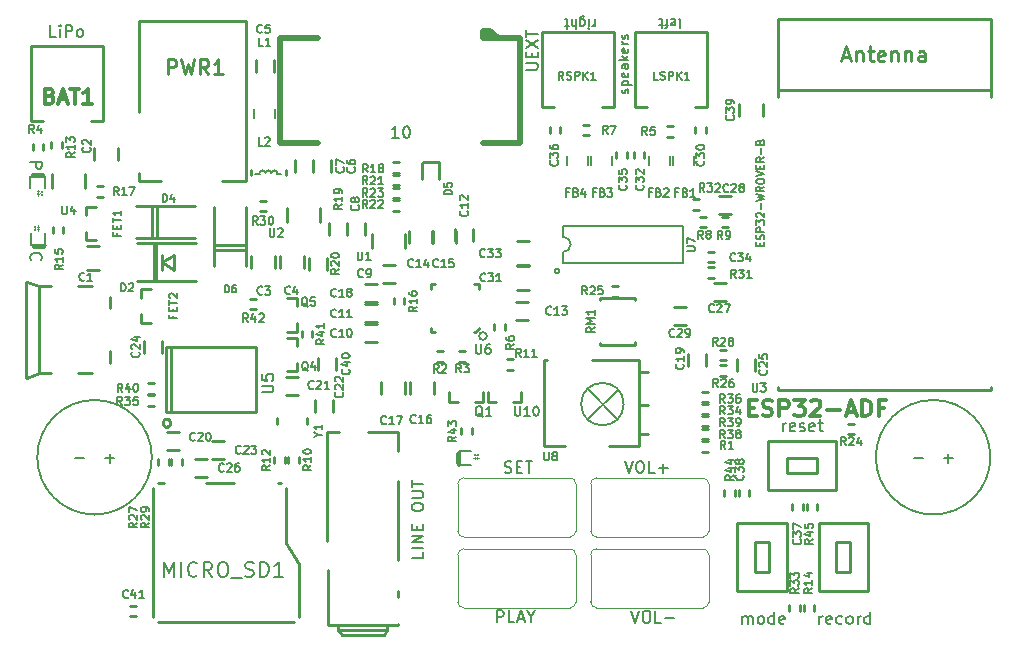
<source format=gbr>
G04 #@! TF.GenerationSoftware,KiCad,Pcbnew,6.0.0-unknown-3514473~86~ubuntu18.04.1*
G04 #@! TF.CreationDate,2019-07-31T16:13:07+03:00*
G04 #@! TF.ProjectId,ESP32-ADF_Rev_C,45535033-322d-4414-9446-5f5265765f43,rev?*
G04 #@! TF.SameCoordinates,Original*
G04 #@! TF.FileFunction,Legend,Top*
G04 #@! TF.FilePolarity,Positive*
%FSLAX46Y46*%
G04 Gerber Fmt 4.6, Leading zero omitted, Abs format (unit mm)*
G04 Created by KiCad (PCBNEW 6.0.0-unknown-3514473~86~ubuntu18.04.1) date 2019-07-31 16:13:07*
%MOMM*%
%LPD*%
G04 APERTURE LIST*
%ADD10C,0.150000*%
%ADD11C,0.300000*%
%ADD12C,0.120000*%
%ADD13C,0.254000*%
%ADD14C,0.127000*%
%ADD15C,0.508000*%
%ADD16C,0.250000*%
%ADD17C,0.050000*%
%ADD18C,0.100000*%
%ADD19C,0.400000*%
%ADD20C,0.200000*%
%ADD21C,0.152400*%
%ADD22C,0.203200*%
%ADD23C,0.158750*%
%ADD24C,0.317500*%
%ADD25C,0.175000*%
%ADD26C,0.154000*%
G04 APERTURE END LIST*
D10*
X97552260Y-37686098D02*
X98361784Y-37686098D01*
X98457022Y-37638479D01*
X98504641Y-37590860D01*
X98552260Y-37495621D01*
X98552260Y-37305145D01*
X98504641Y-37209907D01*
X98457022Y-37162288D01*
X98361784Y-37114669D01*
X97552260Y-37114669D01*
X98028451Y-36638479D02*
X98028451Y-36305145D01*
X98552260Y-36162288D02*
X98552260Y-36638479D01*
X97552260Y-36638479D01*
X97552260Y-36162288D01*
X97552260Y-35828955D02*
X98552260Y-35162288D01*
X97552260Y-35162288D02*
X98552260Y-35828955D01*
X97552260Y-34924193D02*
X97552260Y-34352764D01*
X98552260Y-34638479D02*
X97552260Y-34638479D01*
X106160529Y-39679570D02*
X106198624Y-39603380D01*
X106198624Y-39450999D01*
X106160529Y-39374808D01*
X106084339Y-39336713D01*
X106046243Y-39336713D01*
X105970053Y-39374808D01*
X105931958Y-39450999D01*
X105931958Y-39565284D01*
X105893862Y-39641475D01*
X105817672Y-39679570D01*
X105779577Y-39679570D01*
X105703386Y-39641475D01*
X105665291Y-39565284D01*
X105665291Y-39450999D01*
X105703386Y-39374808D01*
X105665291Y-38993856D02*
X106465291Y-38993856D01*
X105703386Y-38993856D02*
X105665291Y-38917665D01*
X105665291Y-38765284D01*
X105703386Y-38689094D01*
X105741481Y-38650999D01*
X105817672Y-38612903D01*
X106046243Y-38612903D01*
X106122434Y-38650999D01*
X106160529Y-38689094D01*
X106198624Y-38765284D01*
X106198624Y-38917665D01*
X106160529Y-38993856D01*
X106160529Y-37965284D02*
X106198624Y-38041475D01*
X106198624Y-38193856D01*
X106160529Y-38270046D01*
X106084339Y-38308141D01*
X105779577Y-38308141D01*
X105703386Y-38270046D01*
X105665291Y-38193856D01*
X105665291Y-38041475D01*
X105703386Y-37965284D01*
X105779577Y-37927189D01*
X105855767Y-37927189D01*
X105931958Y-38308141D01*
X106198624Y-37241475D02*
X105779577Y-37241475D01*
X105703386Y-37279570D01*
X105665291Y-37355760D01*
X105665291Y-37508141D01*
X105703386Y-37584332D01*
X106160529Y-37241475D02*
X106198624Y-37317665D01*
X106198624Y-37508141D01*
X106160529Y-37584332D01*
X106084339Y-37622427D01*
X106008148Y-37622427D01*
X105931958Y-37584332D01*
X105893862Y-37508141D01*
X105893862Y-37317665D01*
X105855767Y-37241475D01*
X106198624Y-36860522D02*
X105398624Y-36860522D01*
X105893862Y-36784332D02*
X106198624Y-36555760D01*
X105665291Y-36555760D02*
X105970053Y-36860522D01*
X106160529Y-35908141D02*
X106198624Y-35984332D01*
X106198624Y-36136713D01*
X106160529Y-36212903D01*
X106084339Y-36250999D01*
X105779577Y-36250999D01*
X105703386Y-36212903D01*
X105665291Y-36136713D01*
X105665291Y-35984332D01*
X105703386Y-35908141D01*
X105779577Y-35870046D01*
X105855767Y-35870046D01*
X105931958Y-36250999D01*
X106198624Y-35527189D02*
X105665291Y-35527189D01*
X105817672Y-35527189D02*
X105741481Y-35489094D01*
X105703386Y-35450999D01*
X105665291Y-35374808D01*
X105665291Y-35298618D01*
X106160529Y-35070046D02*
X106198624Y-34993856D01*
X106198624Y-34841475D01*
X106160529Y-34765284D01*
X106084339Y-34727189D01*
X106046243Y-34727189D01*
X105970053Y-34765284D01*
X105931958Y-34841475D01*
X105931958Y-34955760D01*
X105893862Y-35031951D01*
X105817672Y-35070046D01*
X105779577Y-35070046D01*
X105703386Y-35031951D01*
X105665291Y-34955760D01*
X105665291Y-34841475D01*
X105703386Y-34765284D01*
X110454761Y-33388095D02*
X110530952Y-33426190D01*
X110569047Y-33502380D01*
X110569047Y-34188095D01*
X109845238Y-33426190D02*
X109921428Y-33388095D01*
X110073809Y-33388095D01*
X110150000Y-33426190D01*
X110188095Y-33502380D01*
X110188095Y-33807142D01*
X110150000Y-33883333D01*
X110073809Y-33921428D01*
X109921428Y-33921428D01*
X109845238Y-33883333D01*
X109807142Y-33807142D01*
X109807142Y-33730952D01*
X110188095Y-33654761D01*
X109578571Y-33921428D02*
X109273809Y-33921428D01*
X109464285Y-33388095D02*
X109464285Y-34073809D01*
X109426190Y-34150000D01*
X109350000Y-34188095D01*
X109273809Y-34188095D01*
X109121428Y-33921428D02*
X108816666Y-33921428D01*
X109007142Y-34188095D02*
X109007142Y-33502380D01*
X108969047Y-33426190D01*
X108892857Y-33388095D01*
X108816666Y-33388095D01*
X103350000Y-33438095D02*
X103350000Y-33971428D01*
X103350000Y-33819047D02*
X103311904Y-33895238D01*
X103273809Y-33933333D01*
X103197619Y-33971428D01*
X103121428Y-33971428D01*
X102854761Y-33438095D02*
X102854761Y-33971428D01*
X102854761Y-34238095D02*
X102892857Y-34200000D01*
X102854761Y-34161904D01*
X102816666Y-34200000D01*
X102854761Y-34238095D01*
X102854761Y-34161904D01*
X102130952Y-33971428D02*
X102130952Y-33323809D01*
X102169047Y-33247619D01*
X102207142Y-33209523D01*
X102283333Y-33171428D01*
X102397619Y-33171428D01*
X102473809Y-33209523D01*
X102130952Y-33476190D02*
X102207142Y-33438095D01*
X102359523Y-33438095D01*
X102435714Y-33476190D01*
X102473809Y-33514285D01*
X102511904Y-33590476D01*
X102511904Y-33819047D01*
X102473809Y-33895238D01*
X102435714Y-33933333D01*
X102359523Y-33971428D01*
X102207142Y-33971428D01*
X102130952Y-33933333D01*
X101750000Y-33438095D02*
X101750000Y-34238095D01*
X101407142Y-33438095D02*
X101407142Y-33857142D01*
X101445238Y-33933333D01*
X101521428Y-33971428D01*
X101635714Y-33971428D01*
X101711904Y-33933333D01*
X101750000Y-33895238D01*
X101140476Y-33971428D02*
X100835714Y-33971428D01*
X101026190Y-34238095D02*
X101026190Y-33552380D01*
X100988095Y-33476190D01*
X100911904Y-33438095D01*
X100835714Y-33438095D01*
X88844380Y-78517285D02*
X88844380Y-78993476D01*
X87844380Y-78993476D01*
X88844380Y-78183952D02*
X87844380Y-78183952D01*
X88844380Y-77707761D02*
X87844380Y-77707761D01*
X88844380Y-77136333D01*
X87844380Y-77136333D01*
X88320571Y-76660142D02*
X88320571Y-76326809D01*
X88844380Y-76183952D02*
X88844380Y-76660142D01*
X87844380Y-76660142D01*
X87844380Y-76183952D01*
X87844380Y-74803000D02*
X87844380Y-74612523D01*
X87892000Y-74517285D01*
X87987238Y-74422047D01*
X88177714Y-74374428D01*
X88511047Y-74374428D01*
X88701523Y-74422047D01*
X88796761Y-74517285D01*
X88844380Y-74612523D01*
X88844380Y-74803000D01*
X88796761Y-74898238D01*
X88701523Y-74993476D01*
X88511047Y-75041095D01*
X88177714Y-75041095D01*
X87987238Y-74993476D01*
X87892000Y-74898238D01*
X87844380Y-74803000D01*
X87844380Y-73945857D02*
X88653904Y-73945857D01*
X88749142Y-73898238D01*
X88796761Y-73850619D01*
X88844380Y-73755380D01*
X88844380Y-73564904D01*
X88796761Y-73469666D01*
X88749142Y-73422047D01*
X88653904Y-73374428D01*
X87844380Y-73374428D01*
X87844380Y-73041095D02*
X87844380Y-72469666D01*
X88844380Y-72755380D02*
X87844380Y-72755380D01*
D11*
X116383333Y-66300000D02*
X116850000Y-66300000D01*
X117050000Y-67033333D02*
X116383333Y-67033333D01*
X116383333Y-65633333D01*
X117050000Y-65633333D01*
X117583333Y-66966666D02*
X117783333Y-67033333D01*
X118116666Y-67033333D01*
X118250000Y-66966666D01*
X118316666Y-66900000D01*
X118383333Y-66766666D01*
X118383333Y-66633333D01*
X118316666Y-66500000D01*
X118250000Y-66433333D01*
X118116666Y-66366666D01*
X117850000Y-66300000D01*
X117716666Y-66233333D01*
X117650000Y-66166666D01*
X117583333Y-66033333D01*
X117583333Y-65900000D01*
X117650000Y-65766666D01*
X117716666Y-65700000D01*
X117850000Y-65633333D01*
X118183333Y-65633333D01*
X118383333Y-65700000D01*
X118983333Y-67033333D02*
X118983333Y-65633333D01*
X119516666Y-65633333D01*
X119650000Y-65700000D01*
X119716666Y-65766666D01*
X119783333Y-65900000D01*
X119783333Y-66100000D01*
X119716666Y-66233333D01*
X119650000Y-66300000D01*
X119516666Y-66366666D01*
X118983333Y-66366666D01*
X120250000Y-65633333D02*
X121116666Y-65633333D01*
X120650000Y-66166666D01*
X120850000Y-66166666D01*
X120983333Y-66233333D01*
X121050000Y-66300000D01*
X121116666Y-66433333D01*
X121116666Y-66766666D01*
X121050000Y-66900000D01*
X120983333Y-66966666D01*
X120850000Y-67033333D01*
X120450000Y-67033333D01*
X120316666Y-66966666D01*
X120250000Y-66900000D01*
X121650000Y-65766666D02*
X121716666Y-65700000D01*
X121850000Y-65633333D01*
X122183333Y-65633333D01*
X122316666Y-65700000D01*
X122383333Y-65766666D01*
X122450000Y-65900000D01*
X122450000Y-66033333D01*
X122383333Y-66233333D01*
X121583333Y-67033333D01*
X122450000Y-67033333D01*
X123050000Y-66500000D02*
X124116666Y-66500000D01*
X124716666Y-66633333D02*
X125383333Y-66633333D01*
X124583333Y-67033333D02*
X125050000Y-65633333D01*
X125516666Y-67033333D01*
X125983333Y-67033333D02*
X125983333Y-65633333D01*
X126316666Y-65633333D01*
X126516666Y-65700000D01*
X126650000Y-65833333D01*
X126716666Y-65966666D01*
X126783333Y-66233333D01*
X126783333Y-66433333D01*
X126716666Y-66700000D01*
X126650000Y-66833333D01*
X126516666Y-66966666D01*
X126316666Y-67033333D01*
X125983333Y-67033333D01*
X127850000Y-66300000D02*
X127383333Y-66300000D01*
X127383333Y-67033333D02*
X127383333Y-65633333D01*
X128050000Y-65633333D01*
D10*
X119277332Y-68305940D02*
X119277332Y-67639274D01*
X119277332Y-67829750D02*
X119324951Y-67734512D01*
X119372570Y-67686893D01*
X119467808Y-67639274D01*
X119563046Y-67639274D01*
X120277332Y-68258321D02*
X120182094Y-68305940D01*
X119991618Y-68305940D01*
X119896380Y-68258321D01*
X119848760Y-68163083D01*
X119848760Y-67782131D01*
X119896380Y-67686893D01*
X119991618Y-67639274D01*
X120182094Y-67639274D01*
X120277332Y-67686893D01*
X120324951Y-67782131D01*
X120324951Y-67877369D01*
X119848760Y-67972607D01*
X120705903Y-68258321D02*
X120801141Y-68305940D01*
X120991618Y-68305940D01*
X121086856Y-68258321D01*
X121134475Y-68163083D01*
X121134475Y-68115464D01*
X121086856Y-68020226D01*
X120991618Y-67972607D01*
X120848760Y-67972607D01*
X120753522Y-67924988D01*
X120705903Y-67829750D01*
X120705903Y-67782131D01*
X120753522Y-67686893D01*
X120848760Y-67639274D01*
X120991618Y-67639274D01*
X121086856Y-67686893D01*
X121943999Y-68258321D02*
X121848760Y-68305940D01*
X121658284Y-68305940D01*
X121563046Y-68258321D01*
X121515427Y-68163083D01*
X121515427Y-67782131D01*
X121563046Y-67686893D01*
X121658284Y-67639274D01*
X121848760Y-67639274D01*
X121943999Y-67686893D01*
X121991618Y-67782131D01*
X121991618Y-67877369D01*
X121515427Y-67972607D01*
X122277332Y-67639274D02*
X122658284Y-67639274D01*
X122420189Y-67305940D02*
X122420189Y-68163083D01*
X122467808Y-68258321D01*
X122563046Y-68305940D01*
X122658284Y-68305940D01*
X55642857Y-53809523D02*
X55595238Y-53761904D01*
X55547619Y-53619047D01*
X55547619Y-53523809D01*
X55595238Y-53380952D01*
X55690476Y-53285714D01*
X55785714Y-53238095D01*
X55976190Y-53190476D01*
X56119047Y-53190476D01*
X56309523Y-53238095D01*
X56404761Y-53285714D01*
X56500000Y-53380952D01*
X56547619Y-53523809D01*
X56547619Y-53619047D01*
X56500000Y-53761904D01*
X56452380Y-53809523D01*
X55547619Y-45488095D02*
X56547619Y-45488095D01*
X56547619Y-45869047D01*
X56500000Y-45964285D01*
X56452380Y-46011904D01*
X56357142Y-46059523D01*
X56214285Y-46059523D01*
X56119047Y-46011904D01*
X56071428Y-45964285D01*
X56023809Y-45869047D01*
X56023809Y-45488095D01*
X57739707Y-34910020D02*
X57263517Y-34910020D01*
X57263517Y-33910020D01*
X58073040Y-34910020D02*
X58073040Y-34243354D01*
X58073040Y-33910020D02*
X58025421Y-33957640D01*
X58073040Y-34005259D01*
X58120660Y-33957640D01*
X58073040Y-33910020D01*
X58073040Y-34005259D01*
X58549231Y-34910020D02*
X58549231Y-33910020D01*
X58930183Y-33910020D01*
X59025421Y-33957640D01*
X59073040Y-34005259D01*
X59120660Y-34100497D01*
X59120660Y-34243354D01*
X59073040Y-34338592D01*
X59025421Y-34386211D01*
X58930183Y-34433830D01*
X58549231Y-34433830D01*
X59692088Y-34910020D02*
X59596850Y-34862401D01*
X59549231Y-34814782D01*
X59501612Y-34719544D01*
X59501612Y-34433830D01*
X59549231Y-34338592D01*
X59596850Y-34290973D01*
X59692088Y-34243354D01*
X59834945Y-34243354D01*
X59930183Y-34290973D01*
X59977802Y-34338592D01*
X60025421Y-34433830D01*
X60025421Y-34719544D01*
X59977802Y-34814782D01*
X59930183Y-34862401D01*
X59834945Y-34910020D01*
X59692088Y-34910020D01*
D12*
X103000000Y-78750000D02*
X103000000Y-82750000D01*
X103500000Y-83250000D02*
X112500000Y-83250000D01*
X113000000Y-82750000D02*
G75*
G02X112500000Y-83250000I-500000J0D01*
G01*
X103500000Y-83250000D02*
G75*
G02X103000000Y-82750000I0J500000D01*
G01*
X112500000Y-78250000D02*
G75*
G02X113000000Y-78750000I0J-500000D01*
G01*
X113000000Y-82750000D02*
X113000000Y-78750000D01*
X103500000Y-78250000D02*
X112500000Y-78250000D01*
X103000000Y-78750000D02*
G75*
G02X103500000Y-78250000I500000J0D01*
G01*
X101750000Y-82750000D02*
X101750000Y-78750000D01*
X92250000Y-78250000D02*
X101250000Y-78250000D01*
X91750000Y-78750000D02*
G75*
G02X92250000Y-78250000I500000J0D01*
G01*
X92250000Y-83250000D02*
G75*
G02X91750000Y-82750000I0J500000D01*
G01*
X92250000Y-83250000D02*
X101250000Y-83250000D01*
X101750000Y-82750000D02*
G75*
G02X101250000Y-83250000I-500000J0D01*
G01*
X91750000Y-78750000D02*
X91750000Y-82750000D01*
X101250000Y-78250000D02*
G75*
G02X101750000Y-78750000I0J-500000D01*
G01*
X112500000Y-72250000D02*
G75*
G02X113000000Y-72750000I0J-500000D01*
G01*
X103500000Y-77250000D02*
X112500000Y-77250000D01*
X113000000Y-76750000D02*
G75*
G02X112500000Y-77250000I-500000J0D01*
G01*
X103500000Y-72250000D02*
X112500000Y-72250000D01*
X103000000Y-72750000D02*
G75*
G02X103500000Y-72250000I500000J0D01*
G01*
X103500000Y-77250000D02*
G75*
G02X103000000Y-76750000I0J500000D01*
G01*
X103000000Y-72750000D02*
X103000000Y-76750000D01*
X113000000Y-76750000D02*
X113000000Y-72750000D01*
X101250000Y-72250000D02*
G75*
G02X101750000Y-72750000I0J-500000D01*
G01*
X101750000Y-76750000D02*
G75*
G02X101250000Y-77250000I-500000J0D01*
G01*
X92250000Y-77250000D02*
G75*
G02X91750000Y-76750000I0J500000D01*
G01*
X91750000Y-72750000D02*
G75*
G02X92250000Y-72250000I500000J0D01*
G01*
X92250000Y-72250000D02*
X101250000Y-72250000D01*
X101750000Y-76750000D02*
X101750000Y-72750000D01*
X92250000Y-77250000D02*
X101250000Y-77250000D01*
X91750000Y-72750000D02*
X91750000Y-76750000D01*
D10*
X122378102Y-84610200D02*
X122378102Y-83943534D01*
X122378102Y-84134010D02*
X122425721Y-84038772D01*
X122473340Y-83991153D01*
X122568579Y-83943534D01*
X122663817Y-83943534D01*
X123378102Y-84562581D02*
X123282864Y-84610200D01*
X123092388Y-84610200D01*
X122997150Y-84562581D01*
X122949531Y-84467343D01*
X122949531Y-84086391D01*
X122997150Y-83991153D01*
X123092388Y-83943534D01*
X123282864Y-83943534D01*
X123378102Y-83991153D01*
X123425721Y-84086391D01*
X123425721Y-84181629D01*
X122949531Y-84276867D01*
X124282864Y-84562581D02*
X124187626Y-84610200D01*
X123997150Y-84610200D01*
X123901912Y-84562581D01*
X123854293Y-84514962D01*
X123806674Y-84419724D01*
X123806674Y-84134010D01*
X123854293Y-84038772D01*
X123901912Y-83991153D01*
X123997150Y-83943534D01*
X124187626Y-83943534D01*
X124282864Y-83991153D01*
X124854293Y-84610200D02*
X124759055Y-84562581D01*
X124711436Y-84514962D01*
X124663817Y-84419724D01*
X124663817Y-84134010D01*
X124711436Y-84038772D01*
X124759055Y-83991153D01*
X124854293Y-83943534D01*
X124997150Y-83943534D01*
X125092388Y-83991153D01*
X125140007Y-84038772D01*
X125187626Y-84134010D01*
X125187626Y-84419724D01*
X125140007Y-84514962D01*
X125092388Y-84562581D01*
X124997150Y-84610200D01*
X124854293Y-84610200D01*
X125616198Y-84610200D02*
X125616198Y-83943534D01*
X125616198Y-84134010D02*
X125663817Y-84038772D01*
X125711436Y-83991153D01*
X125806674Y-83943534D01*
X125901912Y-83943534D01*
X126663817Y-84610200D02*
X126663817Y-83610200D01*
X126663817Y-84562581D02*
X126568579Y-84610200D01*
X126378102Y-84610200D01*
X126282864Y-84562581D01*
X126235245Y-84514962D01*
X126187626Y-84419724D01*
X126187626Y-84134010D01*
X126235245Y-84038772D01*
X126282864Y-83991153D01*
X126378102Y-83943534D01*
X126568579Y-83943534D01*
X126663817Y-83991153D01*
X115860415Y-84610200D02*
X115860415Y-83943534D01*
X115860415Y-84038772D02*
X115908034Y-83991153D01*
X116003272Y-83943534D01*
X116146129Y-83943534D01*
X116241367Y-83991153D01*
X116288986Y-84086391D01*
X116288986Y-84610200D01*
X116288986Y-84086391D02*
X116336605Y-83991153D01*
X116431843Y-83943534D01*
X116574700Y-83943534D01*
X116669939Y-83991153D01*
X116717558Y-84086391D01*
X116717558Y-84610200D01*
X117336605Y-84610200D02*
X117241367Y-84562581D01*
X117193748Y-84514962D01*
X117146129Y-84419724D01*
X117146129Y-84134010D01*
X117193748Y-84038772D01*
X117241367Y-83991153D01*
X117336605Y-83943534D01*
X117479462Y-83943534D01*
X117574700Y-83991153D01*
X117622320Y-84038772D01*
X117669939Y-84134010D01*
X117669939Y-84419724D01*
X117622320Y-84514962D01*
X117574700Y-84562581D01*
X117479462Y-84610200D01*
X117336605Y-84610200D01*
X118527081Y-84610200D02*
X118527081Y-83610200D01*
X118527081Y-84562581D02*
X118431843Y-84610200D01*
X118241367Y-84610200D01*
X118146129Y-84562581D01*
X118098510Y-84514962D01*
X118050891Y-84419724D01*
X118050891Y-84134010D01*
X118098510Y-84038772D01*
X118146129Y-83991153D01*
X118241367Y-83943534D01*
X118431843Y-83943534D01*
X118527081Y-83991153D01*
X119384224Y-84562581D02*
X119288986Y-84610200D01*
X119098510Y-84610200D01*
X119003272Y-84562581D01*
X118955653Y-84467343D01*
X118955653Y-84086391D01*
X119003272Y-83991153D01*
X119098510Y-83943534D01*
X119288986Y-83943534D01*
X119384224Y-83991153D01*
X119431843Y-84086391D01*
X119431843Y-84181629D01*
X118955653Y-84276867D01*
X95730952Y-71779761D02*
X95873809Y-71827380D01*
X96111904Y-71827380D01*
X96207142Y-71779761D01*
X96254761Y-71732142D01*
X96302380Y-71636904D01*
X96302380Y-71541666D01*
X96254761Y-71446428D01*
X96207142Y-71398809D01*
X96111904Y-71351190D01*
X95921428Y-71303571D01*
X95826190Y-71255952D01*
X95778571Y-71208333D01*
X95730952Y-71113095D01*
X95730952Y-71017857D01*
X95778571Y-70922619D01*
X95826190Y-70875000D01*
X95921428Y-70827380D01*
X96159523Y-70827380D01*
X96302380Y-70875000D01*
X96730952Y-71303571D02*
X97064285Y-71303571D01*
X97207142Y-71827380D02*
X96730952Y-71827380D01*
X96730952Y-70827380D01*
X97207142Y-70827380D01*
X97492857Y-70827380D02*
X98064285Y-70827380D01*
X97778571Y-71827380D02*
X97778571Y-70827380D01*
X95076190Y-84477380D02*
X95076190Y-83477380D01*
X95457142Y-83477380D01*
X95552380Y-83525000D01*
X95600000Y-83572619D01*
X95647619Y-83667857D01*
X95647619Y-83810714D01*
X95600000Y-83905952D01*
X95552380Y-83953571D01*
X95457142Y-84001190D01*
X95076190Y-84001190D01*
X96552380Y-84477380D02*
X96076190Y-84477380D01*
X96076190Y-83477380D01*
X96838095Y-84191666D02*
X97314285Y-84191666D01*
X96742857Y-84477380D02*
X97076190Y-83477380D01*
X97409523Y-84477380D01*
X97933333Y-84001190D02*
X97933333Y-84477380D01*
X97600000Y-83477380D02*
X97933333Y-84001190D01*
X98266666Y-83477380D01*
X106444047Y-83502380D02*
X106777380Y-84502380D01*
X107110714Y-83502380D01*
X107634523Y-83502380D02*
X107825000Y-83502380D01*
X107920238Y-83550000D01*
X108015476Y-83645238D01*
X108063095Y-83835714D01*
X108063095Y-84169047D01*
X108015476Y-84359523D01*
X107920238Y-84454761D01*
X107825000Y-84502380D01*
X107634523Y-84502380D01*
X107539285Y-84454761D01*
X107444047Y-84359523D01*
X107396428Y-84169047D01*
X107396428Y-83835714D01*
X107444047Y-83645238D01*
X107539285Y-83550000D01*
X107634523Y-83502380D01*
X108967857Y-84502380D02*
X108491666Y-84502380D01*
X108491666Y-83502380D01*
X109301190Y-84121428D02*
X110063095Y-84121428D01*
X105894047Y-70827380D02*
X106227380Y-71827380D01*
X106560714Y-70827380D01*
X107084523Y-70827380D02*
X107275000Y-70827380D01*
X107370238Y-70875000D01*
X107465476Y-70970238D01*
X107513095Y-71160714D01*
X107513095Y-71494047D01*
X107465476Y-71684523D01*
X107370238Y-71779761D01*
X107275000Y-71827380D01*
X107084523Y-71827380D01*
X106989285Y-71779761D01*
X106894047Y-71684523D01*
X106846428Y-71494047D01*
X106846428Y-71160714D01*
X106894047Y-70970238D01*
X106989285Y-70875000D01*
X107084523Y-70827380D01*
X108417857Y-71827380D02*
X107941666Y-71827380D01*
X107941666Y-70827380D01*
X108751190Y-71446428D02*
X109513095Y-71446428D01*
X109132142Y-71827380D02*
X109132142Y-71065476D01*
D13*
X93012260Y-52202080D02*
X93012260Y-51186080D01*
X91488260Y-52202080D02*
X91488260Y-51186080D01*
X77227700Y-77792420D02*
X78319900Y-79499300D01*
X66402220Y-84467540D02*
X77888100Y-84467540D01*
X65960260Y-84038280D02*
X65960260Y-73101040D01*
X78319900Y-84038280D02*
X78319900Y-79519620D01*
X76498720Y-72671780D02*
X76798440Y-72671780D01*
X70400180Y-72671780D02*
X72848740Y-72671780D01*
X66392060Y-72671780D02*
X66861960Y-72671780D01*
X77227700Y-73101040D02*
X77227700Y-77792420D01*
X76205500Y-70700000D02*
X76205500Y-70446000D01*
X76205500Y-70700000D02*
X76205500Y-70954000D01*
X77094500Y-70700000D02*
X77094500Y-70954000D01*
X77094500Y-70700000D02*
X77094500Y-70446000D01*
X64300000Y-83944500D02*
X64046000Y-83944500D01*
X64300000Y-83944500D02*
X64554000Y-83944500D01*
X64300000Y-83055500D02*
X64554000Y-83055500D01*
X64300000Y-83055500D02*
X64046000Y-83055500D01*
X78294500Y-70700000D02*
X78294500Y-70446000D01*
X78294500Y-70700000D02*
X78294500Y-70954000D01*
X77405500Y-70700000D02*
X77405500Y-70954000D01*
X77405500Y-70700000D02*
X77405500Y-70446000D01*
X79888000Y-62092000D02*
X79888000Y-63108000D01*
X81412000Y-62092000D02*
X81412000Y-63108000D01*
X74638000Y-36892000D02*
X74638000Y-37908000D01*
X76162000Y-36892000D02*
X76162000Y-37908000D01*
X79471520Y-45346620D02*
X79471520Y-46362620D01*
X80995520Y-45346620D02*
X80995520Y-46362620D01*
X77947520Y-45359320D02*
X77947520Y-46375320D01*
X79471520Y-45359320D02*
X79471520Y-46375320D01*
X82338000Y-50692000D02*
X82338000Y-51708000D01*
X83862000Y-50692000D02*
X83862000Y-51708000D01*
X86408000Y-54238000D02*
X85392000Y-54238000D01*
X86408000Y-55762000D02*
X85392000Y-55762000D01*
X84908000Y-59244500D02*
X83892000Y-59244500D01*
X84908000Y-60768500D02*
X83892000Y-60768500D01*
X84908000Y-57544500D02*
X83892000Y-57544500D01*
X84908000Y-59068500D02*
X83892000Y-59068500D01*
X96687640Y-58912760D02*
X97703640Y-58912760D01*
X96687640Y-57388760D02*
X97703640Y-57388760D01*
X84899500Y-55800500D02*
X83883500Y-55800500D01*
X84899500Y-57324500D02*
X83883500Y-57324500D01*
X112755680Y-62776100D02*
X112755680Y-61760100D01*
X111231680Y-62776100D02*
X111231680Y-61760100D01*
X67142000Y-69912000D02*
X68158000Y-69912000D01*
X67142000Y-68388000D02*
X68158000Y-68388000D01*
X77192000Y-65212000D02*
X78208000Y-65212000D01*
X77192000Y-63688000D02*
X78208000Y-63688000D01*
X81212000Y-66658000D02*
X81212000Y-65642000D01*
X79688000Y-66658000D02*
X79688000Y-65642000D01*
X70942000Y-70662000D02*
X71958000Y-70662000D01*
X70942000Y-69138000D02*
X71958000Y-69138000D01*
X66738500Y-61658500D02*
X66738500Y-60642500D01*
X65214500Y-61658500D02*
X65214500Y-60642500D01*
X115438000Y-62153000D02*
X115438000Y-63169000D01*
X116962000Y-62153000D02*
X116962000Y-63169000D01*
X69492000Y-72162000D02*
X70508000Y-72162000D01*
X69492000Y-70638000D02*
X70508000Y-70638000D01*
X113422000Y-57258000D02*
X114438000Y-57258000D01*
X113422000Y-55734000D02*
X114438000Y-55734000D01*
X113903760Y-49872900D02*
X114919760Y-49872900D01*
X113903760Y-48348900D02*
X114919760Y-48348900D01*
X110045500Y-59309000D02*
X111061500Y-59309000D01*
X110045500Y-57785000D02*
X111061500Y-57785000D01*
X117599460Y-41607740D02*
X117599460Y-40591740D01*
X115567460Y-41607740D02*
X115567460Y-40591740D01*
X61408000Y-52584000D02*
X60392000Y-52584000D01*
X61408000Y-54616000D02*
X60392000Y-54616000D01*
X63016000Y-45308000D02*
X63016000Y-44292000D01*
X60984000Y-45308000D02*
X60984000Y-44292000D01*
X74284000Y-53492000D02*
X74284000Y-54508000D01*
X76316000Y-53492000D02*
X76316000Y-54508000D01*
X76684000Y-53492000D02*
X76684000Y-54508000D01*
X78716000Y-53492000D02*
X78716000Y-54508000D01*
X89639140Y-52331620D02*
X89639140Y-51315620D01*
X87607140Y-52331620D02*
X87607140Y-51315620D01*
X91579700Y-52349400D02*
X91579700Y-51333400D01*
X89547700Y-52349400D02*
X89547700Y-51333400D01*
X89716000Y-65108000D02*
X89716000Y-64092000D01*
X87684000Y-65108000D02*
X87684000Y-64092000D01*
X87316000Y-65108000D02*
X87316000Y-64092000D01*
X85284000Y-65108000D02*
X85284000Y-64092000D01*
X97801000Y-54337000D02*
X96785000Y-54337000D01*
X97801000Y-56369000D02*
X96785000Y-56369000D01*
X97801000Y-52234000D02*
X96785000Y-52234000D01*
X97801000Y-54266000D02*
X96785000Y-54266000D01*
X96438720Y-65839340D02*
X97149920Y-65839340D01*
X97149920Y-65001140D02*
X97149920Y-65839340D01*
X94305120Y-65001140D02*
X94305120Y-65839340D01*
X94305120Y-65839340D02*
X95016320Y-65839340D01*
X60265000Y-51411200D02*
X60265000Y-52122400D01*
X61103200Y-52122400D02*
X60265000Y-52122400D01*
X61103200Y-49277600D02*
X60265000Y-49277600D01*
X60265000Y-49277600D02*
X60265000Y-49988800D01*
X64965000Y-58411200D02*
X64965000Y-59122400D01*
X65803200Y-59122400D02*
X64965000Y-59122400D01*
X65803200Y-56277600D02*
X64965000Y-56277600D01*
X64965000Y-56277600D02*
X64965000Y-56988800D01*
X93182440Y-65839340D02*
X93893640Y-65839340D01*
X93893640Y-65001140D02*
X93893640Y-65839340D01*
X91048840Y-65001140D02*
X91048840Y-65839340D01*
X91048840Y-65839340D02*
X91760040Y-65839340D01*
X78135000Y-61088800D02*
X78135000Y-60377600D01*
X77296800Y-60377600D02*
X78135000Y-60377600D01*
X77296800Y-63222400D02*
X78135000Y-63222400D01*
X78135000Y-63222400D02*
X78135000Y-62511200D01*
X78142440Y-57738760D02*
X78142440Y-57027560D01*
X77304240Y-57027560D02*
X78142440Y-57027560D01*
X77304240Y-59872360D02*
X78142440Y-59872360D01*
X78142440Y-59872360D02*
X78142440Y-59161160D01*
X114343180Y-51031140D02*
X114597180Y-51031140D01*
X114343180Y-51031140D02*
X114089180Y-51031140D01*
X114343180Y-50142140D02*
X114089180Y-50142140D01*
X114343180Y-50142140D02*
X114597180Y-50142140D01*
X112504220Y-51043840D02*
X112758220Y-51043840D01*
X112504220Y-51043840D02*
X112250220Y-51043840D01*
X112504220Y-50154840D02*
X112250220Y-50154840D01*
X112504220Y-50154840D02*
X112758220Y-50154840D01*
X76430000Y-67654000D02*
X76430000Y-67146000D01*
X78970000Y-67654000D02*
X78970000Y-67146000D01*
X90131180Y-45527720D02*
X88781180Y-45527720D01*
X88741180Y-46939320D02*
X88741180Y-45567720D01*
X90171180Y-46927720D02*
X90171180Y-45556120D01*
D10*
X101325680Y-52476400D02*
G75*
G03X100690680Y-51841400I-635000J0D01*
G01*
X100690680Y-53111400D02*
G75*
G03X101325680Y-52476400I0J635000D01*
G01*
X100690680Y-51841400D02*
X100690680Y-50936400D01*
X100690680Y-50936400D02*
X110850680Y-50936400D01*
X110850680Y-50936400D02*
X110850680Y-54016400D01*
X110850680Y-54016400D02*
X100690680Y-54016400D01*
X100690680Y-54016400D02*
X100690680Y-53111400D01*
D14*
X100347226Y-54749700D02*
G75*
G03X100347226Y-54749700I-197566J0D01*
G01*
D13*
X82362000Y-51719000D02*
X82362000Y-50703000D01*
X80838000Y-51719000D02*
X80838000Y-50703000D01*
X79138000Y-53592000D02*
X79138000Y-54608000D01*
X80662000Y-53592000D02*
X80662000Y-54608000D01*
D15*
X97066100Y-35013900D02*
X97066100Y-43903900D01*
X76746100Y-35013900D02*
X76746100Y-43903900D01*
X76746100Y-43903900D02*
X79921100Y-43903900D01*
X93891100Y-43903900D02*
X97066100Y-43903900D01*
X97066100Y-35013900D02*
X93891100Y-35013900D01*
X76746100Y-35013900D02*
X79921100Y-35013900D01*
X94526100Y-34378900D02*
X93891100Y-34378900D01*
X94526100Y-34378900D02*
X94526100Y-35013900D01*
X93891100Y-34378900D02*
X93891100Y-35013900D01*
X94208600Y-34378900D02*
X94208600Y-35013900D01*
X94526100Y-34378900D02*
X95161100Y-35013900D01*
D13*
X73852000Y-47100000D02*
X73852000Y-33600000D01*
X73852000Y-33600000D02*
X64800000Y-33600000D01*
X73852000Y-47100000D02*
X71754000Y-47100000D01*
X64799720Y-47100000D02*
X66658000Y-47100000D01*
X64800000Y-33600000D02*
X64800000Y-41300000D01*
X64800000Y-47100000D02*
X64800000Y-46400000D01*
X112750600Y-42821860D02*
X112750600Y-42567860D01*
X112750600Y-42821860D02*
X112750600Y-43075860D01*
X111861600Y-42821860D02*
X111861600Y-43075860D01*
X111861600Y-42821860D02*
X111861600Y-42567860D01*
X106646980Y-44886880D02*
X106646980Y-45140880D01*
X106646980Y-44886880D02*
X106646980Y-44632880D01*
X107535980Y-44886880D02*
X107535980Y-44632880D01*
X107535980Y-44886880D02*
X107535980Y-45140880D01*
X113180000Y-53975000D02*
X113434000Y-53975000D01*
X113180000Y-53975000D02*
X112926000Y-53975000D01*
X113180000Y-53086000D02*
X112926000Y-53086000D01*
X113180000Y-53086000D02*
X113434000Y-53086000D01*
X106055160Y-44897040D02*
X106055160Y-44643040D01*
X106055160Y-44897040D02*
X106055160Y-45151040D01*
X105166160Y-44897040D02*
X105166160Y-45151040D01*
X105166160Y-44897040D02*
X105166160Y-44643040D01*
X99522280Y-42799000D02*
X99522280Y-43053000D01*
X99522280Y-42799000D02*
X99522280Y-42545000D01*
X100411280Y-42799000D02*
X100411280Y-42545000D01*
X100411280Y-42799000D02*
X100411280Y-43053000D01*
X120944500Y-74750000D02*
X120944500Y-74496000D01*
X120944500Y-74750000D02*
X120944500Y-75004000D01*
X120055500Y-74750000D02*
X120055500Y-75004000D01*
X120055500Y-74750000D02*
X120055500Y-74496000D01*
X116444500Y-73500000D02*
X116444500Y-73246000D01*
X116444500Y-73500000D02*
X116444500Y-73754000D01*
X115555500Y-73500000D02*
X115555500Y-73754000D01*
X115555500Y-73500000D02*
X115555500Y-73246000D01*
X109728000Y-42481500D02*
X109474000Y-42481500D01*
X109728000Y-42481500D02*
X109982000Y-42481500D01*
X109728000Y-43370500D02*
X109982000Y-43370500D01*
X109728000Y-43370500D02*
X109474000Y-43370500D01*
X102616000Y-42354500D02*
X102362000Y-42354500D01*
X102616000Y-42354500D02*
X102870000Y-42354500D01*
X102616000Y-43243500D02*
X102870000Y-43243500D01*
X102616000Y-43243500D02*
X102362000Y-43243500D01*
X112675000Y-70019500D02*
X112929000Y-70019500D01*
X112675000Y-70019500D02*
X112421000Y-70019500D01*
X112675000Y-69130500D02*
X112421000Y-69130500D01*
X112675000Y-69130500D02*
X112929000Y-69130500D01*
X90246200Y-61513720D02*
X89992200Y-61513720D01*
X90246200Y-61513720D02*
X90500200Y-61513720D01*
X90246200Y-62402720D02*
X90500200Y-62402720D01*
X90246200Y-62402720D02*
X89992200Y-62402720D01*
X92151460Y-61509880D02*
X91897460Y-61509880D01*
X92151460Y-61509880D02*
X92405460Y-61509880D01*
X92151460Y-62398880D02*
X92405460Y-62398880D01*
X92151460Y-62398880D02*
X91897460Y-62398880D01*
X55755500Y-44235000D02*
X55755500Y-44489000D01*
X55755500Y-44235000D02*
X55755500Y-43981000D01*
X56644500Y-44235000D02*
X56644500Y-43981000D01*
X56644500Y-44235000D02*
X56644500Y-44489000D01*
X95744500Y-59500000D02*
X95744500Y-59246000D01*
X95744500Y-59500000D02*
X95744500Y-59754000D01*
X94855500Y-59500000D02*
X94855500Y-59754000D01*
X94855500Y-59500000D02*
X94855500Y-59246000D01*
X96172020Y-62224920D02*
X95918020Y-62224920D01*
X96172020Y-62224920D02*
X96426020Y-62224920D01*
X96172020Y-63113920D02*
X96426020Y-63113920D01*
X96172020Y-63113920D02*
X95918020Y-63113920D01*
X57355500Y-44100000D02*
X57355500Y-44354000D01*
X57355500Y-44100000D02*
X57355500Y-43846000D01*
X58244500Y-44100000D02*
X58244500Y-43846000D01*
X58244500Y-44100000D02*
X58244500Y-44354000D01*
X121944500Y-83250000D02*
X121944500Y-82996000D01*
X121944500Y-83250000D02*
X121944500Y-83504000D01*
X121055500Y-83250000D02*
X121055500Y-83504000D01*
X121055500Y-83250000D02*
X121055500Y-82996000D01*
X57455500Y-51300000D02*
X57455500Y-51554000D01*
X57455500Y-51300000D02*
X57455500Y-51046000D01*
X58344500Y-51300000D02*
X58344500Y-51046000D01*
X58344500Y-51300000D02*
X58344500Y-51554000D01*
X87244500Y-57300000D02*
X87244500Y-57046000D01*
X87244500Y-57300000D02*
X87244500Y-57554000D01*
X86355500Y-57300000D02*
X86355500Y-57554000D01*
X86355500Y-57300000D02*
X86355500Y-57046000D01*
X61500000Y-47555500D02*
X61246000Y-47555500D01*
X61500000Y-47555500D02*
X61754000Y-47555500D01*
X61500000Y-48444500D02*
X61754000Y-48444500D01*
X61500000Y-48444500D02*
X61246000Y-48444500D01*
X86536220Y-45509500D02*
X86282220Y-45509500D01*
X86536220Y-45509500D02*
X86790220Y-45509500D01*
X86536220Y-46398500D02*
X86790220Y-46398500D01*
X86536220Y-46398500D02*
X86282220Y-46398500D01*
X86532720Y-46593000D02*
X86278720Y-46593000D01*
X86532720Y-46593000D02*
X86786720Y-46593000D01*
X86532720Y-47482000D02*
X86786720Y-47482000D01*
X86532720Y-47482000D02*
X86278720Y-47482000D01*
X86532720Y-48752000D02*
X86278720Y-48752000D01*
X86532720Y-48752000D02*
X86786720Y-48752000D01*
X86532720Y-49641000D02*
X86786720Y-49641000D01*
X86532720Y-49641000D02*
X86278720Y-49641000D01*
X86536220Y-47672500D02*
X86282220Y-47672500D01*
X86536220Y-47672500D02*
X86790220Y-47672500D01*
X86536220Y-48561500D02*
X86790220Y-48561500D01*
X86536220Y-48561500D02*
X86282220Y-48561500D01*
X125039120Y-67655440D02*
X124785120Y-67655440D01*
X125039120Y-67655440D02*
X125293120Y-67655440D01*
X125039120Y-68544440D02*
X125293120Y-68544440D01*
X125039120Y-68544440D02*
X124785120Y-68544440D01*
X105100000Y-56894500D02*
X105354000Y-56894500D01*
X105100000Y-56894500D02*
X104846000Y-56894500D01*
X105100000Y-56005500D02*
X104846000Y-56005500D01*
X105100000Y-56005500D02*
X105354000Y-56005500D01*
X114200000Y-63594500D02*
X114454000Y-63594500D01*
X114200000Y-63594500D02*
X113946000Y-63594500D01*
X114200000Y-62705500D02*
X113946000Y-62705500D01*
X114200000Y-62705500D02*
X114454000Y-62705500D01*
X66405500Y-70900000D02*
X66405500Y-71154000D01*
X66405500Y-70900000D02*
X66405500Y-70646000D01*
X67294500Y-70900000D02*
X67294500Y-70646000D01*
X67294500Y-70900000D02*
X67294500Y-71154000D01*
X114200000Y-61405500D02*
X113946000Y-61405500D01*
X114200000Y-61405500D02*
X114454000Y-61405500D01*
X114200000Y-62294500D02*
X114454000Y-62294500D01*
X114200000Y-62294500D02*
X113946000Y-62294500D01*
X68394500Y-70900000D02*
X68394500Y-70646000D01*
X68394500Y-70900000D02*
X68394500Y-71154000D01*
X67505500Y-70900000D02*
X67505500Y-71154000D01*
X67505500Y-70900000D02*
X67505500Y-70646000D01*
X75250000Y-48805500D02*
X74996000Y-48805500D01*
X75250000Y-48805500D02*
X75504000Y-48805500D01*
X75250000Y-49694500D02*
X75504000Y-49694500D01*
X75250000Y-49694500D02*
X74996000Y-49694500D01*
X113168000Y-54400500D02*
X112914000Y-54400500D01*
X113168000Y-54400500D02*
X113422000Y-54400500D01*
X113168000Y-55289500D02*
X113422000Y-55289500D01*
X113168000Y-55289500D02*
X112914000Y-55289500D01*
X111930180Y-48643540D02*
X111676180Y-48643540D01*
X111930180Y-48643540D02*
X112184180Y-48643540D01*
X111930180Y-49532540D02*
X112184180Y-49532540D01*
X111930180Y-49532540D02*
X111676180Y-49532540D01*
X120694500Y-83250000D02*
X120694500Y-82996000D01*
X120694500Y-83250000D02*
X120694500Y-83504000D01*
X119805500Y-83250000D02*
X119805500Y-83504000D01*
X119805500Y-83250000D02*
X119805500Y-82996000D01*
X112671500Y-65969000D02*
X112417500Y-65969000D01*
X112671500Y-65969000D02*
X112925500Y-65969000D01*
X112671500Y-66858000D02*
X112925500Y-66858000D01*
X112671500Y-66858000D02*
X112417500Y-66858000D01*
X65791080Y-66159380D02*
X66045080Y-66159380D01*
X65791080Y-66159380D02*
X65537080Y-66159380D01*
X65791080Y-65270380D02*
X65537080Y-65270380D01*
X65791080Y-65270380D02*
X66045080Y-65270380D01*
X112671500Y-64969000D02*
X112417500Y-64969000D01*
X112671500Y-64969000D02*
X112925500Y-64969000D01*
X112671500Y-65858000D02*
X112925500Y-65858000D01*
X112671500Y-65858000D02*
X112417500Y-65858000D01*
X112671500Y-68069000D02*
X112417500Y-68069000D01*
X112671500Y-68069000D02*
X112925500Y-68069000D01*
X112671500Y-68958000D02*
X112925500Y-68958000D01*
X112671500Y-68958000D02*
X112417500Y-68958000D01*
X112671500Y-66969000D02*
X112417500Y-66969000D01*
X112671500Y-66969000D02*
X112925500Y-66969000D01*
X112671500Y-67858000D02*
X112925500Y-67858000D01*
X112671500Y-67858000D02*
X112417500Y-67858000D01*
X65811400Y-65145920D02*
X66065400Y-65145920D01*
X65811400Y-65145920D02*
X65557400Y-65145920D01*
X65811400Y-64256920D02*
X65557400Y-64256920D01*
X65811400Y-64256920D02*
X66065400Y-64256920D01*
X79430880Y-60055760D02*
X79430880Y-59801760D01*
X79430880Y-60055760D02*
X79430880Y-60309760D01*
X78541880Y-60055760D02*
X78541880Y-60309760D01*
X78541880Y-60055760D02*
X78541880Y-59801760D01*
X74434700Y-57068720D02*
X74180700Y-57068720D01*
X74434700Y-57068720D02*
X74688700Y-57068720D01*
X74434700Y-57957720D02*
X74688700Y-57957720D01*
X74434700Y-57957720D02*
X74180700Y-57957720D01*
X92044520Y-68308220D02*
X92044520Y-68562220D01*
X92044520Y-68308220D02*
X92044520Y-68054220D01*
X92933520Y-68308220D02*
X92933520Y-68054220D01*
X92933520Y-68308220D02*
X92933520Y-68562220D01*
X115194500Y-73500000D02*
X115194500Y-73246000D01*
X115194500Y-73500000D02*
X115194500Y-73754000D01*
X114305500Y-73500000D02*
X114305500Y-73754000D01*
X114305500Y-73500000D02*
X114305500Y-73246000D01*
X122194500Y-74742000D02*
X122194500Y-74488000D01*
X122194500Y-74742000D02*
X122194500Y-74996000D01*
X121305500Y-74742000D02*
X121305500Y-74996000D01*
X121305500Y-74742000D02*
X121305500Y-74488000D01*
X118868680Y-33414200D02*
X136868680Y-33414200D01*
X118868680Y-39414200D02*
X136868680Y-39414200D01*
X136868680Y-33414200D02*
X136868680Y-40034200D01*
X118868680Y-33414200D02*
X118868680Y-40034200D01*
X118868680Y-64814200D02*
X136868680Y-64814200D01*
X118868680Y-64814200D02*
X118868680Y-64514200D01*
X136868680Y-64814200D02*
X136868680Y-64514200D01*
X123800000Y-73299000D02*
X123800000Y-69099000D01*
X123800000Y-69099000D02*
X118000000Y-69099000D01*
X118000000Y-69099000D02*
X118000000Y-73299000D01*
X118000000Y-73299000D02*
X123800000Y-73299000D01*
X122200000Y-70599000D02*
X119600000Y-70599000D01*
X119600000Y-70599000D02*
X119600000Y-71799000D01*
X122200000Y-71799000D02*
X119600000Y-71799000D01*
X122200000Y-70599000D02*
X122200000Y-71799000D01*
D16*
X107830000Y-63290000D02*
X107080000Y-63290000D01*
X107830000Y-66040000D02*
X107080000Y-66040000D01*
X107830000Y-68540000D02*
X107080000Y-68540000D01*
X103080000Y-62290000D02*
X107080000Y-62290000D01*
X107080000Y-62290000D02*
X107080000Y-69540000D01*
X107080000Y-69540000D02*
X104580000Y-69540000D01*
X100830000Y-69540000D02*
X99080000Y-69540000D01*
X99080000Y-69540000D02*
X99080000Y-62290000D01*
X99080000Y-62290000D02*
X99330000Y-62290000D01*
D10*
X102780000Y-64740000D02*
X105230000Y-67240000D01*
X105280000Y-64790000D02*
X102780000Y-67240000D01*
X105796051Y-66000000D02*
G75*
G03X105796051Y-66000000I-1796051J0D01*
G01*
X136850000Y-70500000D02*
G75*
G03X136850000Y-70500000I-4850000J0D01*
G01*
X65850000Y-70500000D02*
G75*
G03X65850000Y-70500000I-4850000J0D01*
G01*
D13*
X55659020Y-35707320D02*
X55659020Y-42024302D01*
X61739780Y-35707320D02*
X55659020Y-35707320D01*
X61739780Y-42016680D02*
X61739780Y-35707320D01*
X61734700Y-42024300D02*
X60680600Y-42024300D01*
X56667400Y-42024300D02*
X55664100Y-42024300D01*
X106802020Y-34491320D02*
X106802020Y-40808302D01*
X112882780Y-34491320D02*
X106802020Y-34491320D01*
X112882780Y-40800680D02*
X112882780Y-34491320D01*
X112877700Y-40808300D02*
X111823600Y-40808300D01*
X107810400Y-40808300D02*
X106807100Y-40808300D01*
X98928020Y-34491320D02*
X98928020Y-40808302D01*
X105008780Y-34491320D02*
X98928020Y-34491320D01*
X105008780Y-40800680D02*
X105008780Y-34491320D01*
X105003700Y-40808300D02*
X103949600Y-40808300D01*
X99936400Y-40808300D02*
X98933100Y-40808300D01*
X126505025Y-76039340D02*
X122305025Y-76039340D01*
X122305025Y-76039340D02*
X122305025Y-81839340D01*
X122305025Y-81839340D02*
X126505025Y-81839340D01*
X126505025Y-81839340D02*
X126505025Y-76039340D01*
X123805025Y-77639340D02*
X123805025Y-80239340D01*
X123805025Y-80239340D02*
X125005025Y-80239340D01*
X125005025Y-77639340D02*
X125005025Y-80239340D01*
X123805025Y-77639340D02*
X125005025Y-77639340D01*
X119600000Y-76054000D02*
X115400000Y-76054000D01*
X115400000Y-76054000D02*
X115400000Y-81854000D01*
X115400000Y-81854000D02*
X119600000Y-81854000D01*
X119600000Y-81854000D02*
X119600000Y-76054000D01*
X116900000Y-77654000D02*
X116900000Y-80254000D01*
X116900000Y-80254000D02*
X118100000Y-80254000D01*
X118100000Y-77654000D02*
X118100000Y-80254000D01*
X116900000Y-77654000D02*
X118100000Y-77654000D01*
D14*
X109944000Y-44961200D02*
X109944000Y-45799400D01*
X111722000Y-44961200D02*
X111722000Y-45799400D01*
X107912000Y-44961200D02*
X107912000Y-45799400D01*
X109690000Y-44961200D02*
X109690000Y-45799400D01*
X103070000Y-44961200D02*
X103070000Y-45799400D01*
X104848000Y-44961200D02*
X104848000Y-45799400D01*
X101038000Y-44961200D02*
X101038000Y-45799400D01*
X102816000Y-44961200D02*
X102816000Y-45799400D01*
X76289000Y-41815800D02*
X76289000Y-40977600D01*
X74511000Y-41815800D02*
X74511000Y-40977600D01*
D13*
X87309700Y-52758800D02*
X87309700Y-51628500D01*
X84503000Y-52758800D02*
X84503000Y-51628500D01*
X80109700Y-50558800D02*
X80109700Y-49428500D01*
X77303000Y-50558800D02*
X77303000Y-49428500D01*
X57390300Y-46541200D02*
X57390300Y-47671500D01*
X60197000Y-46541200D02*
X60197000Y-47671500D01*
X86700000Y-82310700D02*
X86700000Y-81840800D01*
X86687300Y-84711000D02*
X86687300Y-84647500D01*
X86712700Y-69940900D02*
X86712700Y-68391500D01*
X86712700Y-79186500D02*
X86700000Y-72493600D01*
X84121900Y-68391500D02*
X86712700Y-68391500D01*
X80692900Y-68404200D02*
X81721600Y-68404200D01*
X80692900Y-77560900D02*
X80692900Y-68378800D01*
X80731000Y-84685600D02*
X80731000Y-80088200D01*
X81696200Y-85155500D02*
X85696700Y-85155500D01*
X85785600Y-85155500D02*
X85785600Y-84736400D01*
X85493500Y-85549200D02*
X85785600Y-85155500D01*
X81975600Y-85549200D02*
X85493500Y-85549200D01*
X81645400Y-85104700D02*
X81975600Y-85549200D01*
X81645400Y-84736400D02*
X81645400Y-85104700D01*
X80731000Y-84711000D02*
X86687300Y-84711000D01*
X55717400Y-52497000D02*
X56758800Y-52497000D01*
X56644500Y-52662100D02*
X55819000Y-52662100D01*
X55679300Y-52509700D02*
X55806300Y-52649400D01*
X56771500Y-52509700D02*
X56644500Y-52662100D01*
D17*
X55975400Y-51070800D02*
X55865400Y-50940800D01*
X55845400Y-50930800D02*
X55855400Y-51010800D01*
X55845400Y-50930800D02*
X55925400Y-50930800D01*
X55845400Y-51146200D02*
X55925400Y-51146200D01*
X55845400Y-51146200D02*
X55855400Y-51226200D01*
X55954400Y-51277800D02*
X55844400Y-51147800D01*
D18*
X56310000Y-51200000D02*
X56090000Y-51200000D01*
X56090000Y-51010000D02*
X56190000Y-51110000D01*
X56310000Y-51010000D02*
X56210000Y-51120000D01*
X56310000Y-51010000D02*
X56090000Y-51010000D01*
X56200000Y-50840000D02*
X56200000Y-51360000D01*
D14*
X56835000Y-51481000D02*
X56835000Y-52497000D01*
X55615800Y-52497000D02*
X55615800Y-51481000D01*
D13*
X91892120Y-70081140D02*
X91892120Y-71122540D01*
X91727020Y-71008240D02*
X91727020Y-70182740D01*
X91879420Y-70043040D02*
X91739720Y-70170040D01*
X91879420Y-71135240D02*
X91727020Y-71008240D01*
D17*
X93318320Y-70339140D02*
X93448320Y-70229140D01*
X93458320Y-70209140D02*
X93378320Y-70219140D01*
X93458320Y-70209140D02*
X93458320Y-70289140D01*
X93242920Y-70209140D02*
X93242920Y-70289140D01*
X93242920Y-70209140D02*
X93162920Y-70219140D01*
X93111320Y-70318140D02*
X93241320Y-70208140D01*
D18*
X93189120Y-70673740D02*
X93189120Y-70453740D01*
X93379120Y-70453740D02*
X93279120Y-70553740D01*
X93379120Y-70673740D02*
X93269120Y-70573740D01*
X93379120Y-70673740D02*
X93379120Y-70453740D01*
X93549120Y-70563740D02*
X93029120Y-70563740D01*
D14*
X92908120Y-71198740D02*
X91892120Y-71198740D01*
X91892120Y-69979540D02*
X92908120Y-69979540D01*
D13*
X66719000Y-54635000D02*
X66719000Y-53365000D01*
X67735000Y-54635000D02*
X66719000Y-54000000D01*
X67735000Y-53365000D02*
X66719000Y-54000000D01*
X67735000Y-54635000D02*
X67735000Y-53365000D01*
X69599360Y-55602740D02*
X64600640Y-55602740D01*
X64600640Y-52397260D02*
X69599360Y-52397260D01*
D19*
X66150000Y-52525000D02*
X66150000Y-55525000D01*
D13*
X64500000Y-51950000D02*
X69500000Y-51950000D01*
X65870000Y-49250000D02*
X65870000Y-51950000D01*
X69500000Y-49250000D02*
X64500000Y-49250000D01*
X66310000Y-49250000D02*
X66310000Y-51950000D01*
X73850000Y-54300000D02*
X73850000Y-49300000D01*
X71150000Y-52930000D02*
X73850000Y-52930000D01*
X71150000Y-49300000D02*
X71150000Y-54300000D01*
X71150000Y-52490000D02*
X73850000Y-52490000D01*
D20*
X76477560Y-46515160D02*
X76827560Y-46515160D01*
X74977560Y-46515160D02*
X74627560Y-46515160D01*
X75977560Y-46465160D02*
G75*
G02X76477560Y-46465160I250000J0D01*
G01*
X74977560Y-46465160D02*
G75*
G02X75477560Y-46465160I250000J0D01*
G01*
X75477560Y-46465160D02*
G75*
G02X75977560Y-46465160I250000J0D01*
G01*
D13*
X74227560Y-46565160D02*
X74227560Y-46165160D01*
X77227560Y-46565160D02*
X77227560Y-46165160D01*
X56682600Y-46703000D02*
X55641200Y-46703000D01*
X55755500Y-46537900D02*
X56581000Y-46537900D01*
X56720700Y-46690300D02*
X56593700Y-46550600D01*
X55628500Y-46690300D02*
X55755500Y-46537900D01*
D17*
X56424600Y-48129200D02*
X56534600Y-48259200D01*
X56554600Y-48269200D02*
X56544600Y-48189200D01*
X56554600Y-48269200D02*
X56474600Y-48269200D01*
X56554600Y-48053800D02*
X56474600Y-48053800D01*
X56554600Y-48053800D02*
X56544600Y-47973800D01*
X56445600Y-47922200D02*
X56555600Y-48052200D01*
D18*
X56090000Y-48000000D02*
X56310000Y-48000000D01*
X56310000Y-48190000D02*
X56210000Y-48090000D01*
X56090000Y-48190000D02*
X56190000Y-48080000D01*
X56090000Y-48190000D02*
X56310000Y-48190000D01*
X56200000Y-48360000D02*
X56200000Y-47840000D01*
D14*
X55565000Y-47719000D02*
X55565000Y-46703000D01*
X56784200Y-46703000D02*
X56784200Y-47719000D01*
D13*
X67090000Y-66630500D02*
X67090000Y-61169500D01*
X74710000Y-61169500D02*
X74710000Y-66630500D01*
X67090000Y-66630500D02*
X74710000Y-66630500D01*
X74710000Y-61169500D02*
X67090000Y-61169500D01*
X67471000Y-61169500D02*
X67471000Y-66630500D01*
D21*
X94225258Y-60234260D02*
G75*
G03X94225258Y-60234260I-337658J0D01*
G01*
D13*
X89825400Y-59938000D02*
X89475400Y-59938000D01*
X89850000Y-55862000D02*
X89475400Y-55862000D01*
X93524600Y-55862000D02*
X93150000Y-55862000D01*
X89462000Y-59550000D02*
X89462000Y-59900000D01*
X89462000Y-56250000D02*
X89462000Y-55900000D01*
X93538000Y-56250000D02*
X93538000Y-55900000D01*
X93532000Y-59652600D02*
X93252600Y-59932000D01*
X93532000Y-59652600D02*
X93532000Y-59530000D01*
X93252600Y-59932000D02*
X93130000Y-59932000D01*
X55245000Y-55636000D02*
X56261000Y-56017000D01*
X55245000Y-63764000D02*
X56261000Y-63383000D01*
X60774000Y-63400000D02*
X59574000Y-63400000D01*
X56274000Y-56000000D02*
X57274000Y-56000000D01*
X55174000Y-63764000D02*
X55174000Y-55636000D01*
X57274000Y-63400000D02*
X56274000Y-63400000D01*
X62274000Y-62500000D02*
X62274000Y-61500000D01*
X62274000Y-57900000D02*
X62274000Y-56900000D01*
X60774000Y-56000000D02*
X59574000Y-56000000D01*
X56274000Y-63400000D02*
X56274000Y-56000000D01*
X106779060Y-56984900D02*
X106779060Y-57200800D01*
X103832660Y-56984900D02*
X106779060Y-56984900D01*
X103832660Y-57175400D02*
X103832660Y-56984900D01*
X106779060Y-60998100D02*
X106779060Y-60782200D01*
X103832660Y-60972700D02*
X103832660Y-60794900D01*
X103832660Y-60985400D02*
X106779060Y-60985400D01*
D10*
X92550000Y-49650000D02*
X92583333Y-49683333D01*
X92616666Y-49783333D01*
X92616666Y-49850000D01*
X92583333Y-49950000D01*
X92516666Y-50016666D01*
X92450000Y-50050000D01*
X92316666Y-50083333D01*
X92216666Y-50083333D01*
X92083333Y-50050000D01*
X92016666Y-50016666D01*
X91950000Y-49950000D01*
X91916666Y-49850000D01*
X91916666Y-49783333D01*
X91950000Y-49683333D01*
X91983333Y-49650000D01*
X92616666Y-48983333D02*
X92616666Y-49383333D01*
X92616666Y-49183333D02*
X91916666Y-49183333D01*
X92016666Y-49250000D01*
X92083333Y-49316666D01*
X92116666Y-49383333D01*
X91983333Y-48716666D02*
X91950000Y-48683333D01*
X91916666Y-48616666D01*
X91916666Y-48450000D01*
X91950000Y-48383333D01*
X91983333Y-48350000D01*
X92050000Y-48316666D01*
X92116666Y-48316666D01*
X92216666Y-48350000D01*
X92616666Y-48750000D01*
X92616666Y-48316666D01*
D22*
X66910714Y-80624523D02*
X66910714Y-79354523D01*
X67334047Y-80261666D01*
X67757380Y-79354523D01*
X67757380Y-80624523D01*
X68362142Y-80624523D02*
X68362142Y-79354523D01*
X69692619Y-80503571D02*
X69632142Y-80564047D01*
X69450714Y-80624523D01*
X69329761Y-80624523D01*
X69148333Y-80564047D01*
X69027380Y-80443095D01*
X68966904Y-80322142D01*
X68906428Y-80080238D01*
X68906428Y-79898809D01*
X68966904Y-79656904D01*
X69027380Y-79535952D01*
X69148333Y-79415000D01*
X69329761Y-79354523D01*
X69450714Y-79354523D01*
X69632142Y-79415000D01*
X69692619Y-79475476D01*
X70962619Y-80624523D02*
X70539285Y-80019761D01*
X70236904Y-80624523D02*
X70236904Y-79354523D01*
X70720714Y-79354523D01*
X70841666Y-79415000D01*
X70902142Y-79475476D01*
X70962619Y-79596428D01*
X70962619Y-79777857D01*
X70902142Y-79898809D01*
X70841666Y-79959285D01*
X70720714Y-80019761D01*
X70236904Y-80019761D01*
X71748809Y-79354523D02*
X71990714Y-79354523D01*
X72111666Y-79415000D01*
X72232619Y-79535952D01*
X72293095Y-79777857D01*
X72293095Y-80201190D01*
X72232619Y-80443095D01*
X72111666Y-80564047D01*
X71990714Y-80624523D01*
X71748809Y-80624523D01*
X71627857Y-80564047D01*
X71506904Y-80443095D01*
X71446428Y-80201190D01*
X71446428Y-79777857D01*
X71506904Y-79535952D01*
X71627857Y-79415000D01*
X71748809Y-79354523D01*
X72535000Y-80745476D02*
X73502619Y-80745476D01*
X73744523Y-80564047D02*
X73925952Y-80624523D01*
X74228333Y-80624523D01*
X74349285Y-80564047D01*
X74409761Y-80503571D01*
X74470238Y-80382619D01*
X74470238Y-80261666D01*
X74409761Y-80140714D01*
X74349285Y-80080238D01*
X74228333Y-80019761D01*
X73986428Y-79959285D01*
X73865476Y-79898809D01*
X73805000Y-79838333D01*
X73744523Y-79717380D01*
X73744523Y-79596428D01*
X73805000Y-79475476D01*
X73865476Y-79415000D01*
X73986428Y-79354523D01*
X74288809Y-79354523D01*
X74470238Y-79415000D01*
X75014523Y-80624523D02*
X75014523Y-79354523D01*
X75316904Y-79354523D01*
X75498333Y-79415000D01*
X75619285Y-79535952D01*
X75679761Y-79656904D01*
X75740238Y-79898809D01*
X75740238Y-80080238D01*
X75679761Y-80322142D01*
X75619285Y-80443095D01*
X75498333Y-80564047D01*
X75316904Y-80624523D01*
X75014523Y-80624523D01*
X76949761Y-80624523D02*
X76224047Y-80624523D01*
X76586904Y-80624523D02*
X76586904Y-79354523D01*
X76465952Y-79535952D01*
X76345000Y-79656904D01*
X76224047Y-79717380D01*
D10*
X75866666Y-71200000D02*
X75533333Y-71433333D01*
X75866666Y-71600000D02*
X75166666Y-71600000D01*
X75166666Y-71333333D01*
X75200000Y-71266666D01*
X75233333Y-71233333D01*
X75300000Y-71200000D01*
X75400000Y-71200000D01*
X75466666Y-71233333D01*
X75500000Y-71266666D01*
X75533333Y-71333333D01*
X75533333Y-71600000D01*
X75866666Y-70533333D02*
X75866666Y-70933333D01*
X75866666Y-70733333D02*
X75166666Y-70733333D01*
X75266666Y-70800000D01*
X75333333Y-70866666D01*
X75366666Y-70933333D01*
X75233333Y-70266666D02*
X75200000Y-70233333D01*
X75166666Y-70166666D01*
X75166666Y-70000000D01*
X75200000Y-69933333D01*
X75233333Y-69900000D01*
X75300000Y-69866666D01*
X75366666Y-69866666D01*
X75466666Y-69900000D01*
X75866666Y-70300000D01*
X75866666Y-69866666D01*
X63850000Y-82353000D02*
X63816666Y-82386333D01*
X63716666Y-82419666D01*
X63650000Y-82419666D01*
X63550000Y-82386333D01*
X63483333Y-82319666D01*
X63450000Y-82253000D01*
X63416666Y-82119666D01*
X63416666Y-82019666D01*
X63450000Y-81886333D01*
X63483333Y-81819666D01*
X63550000Y-81753000D01*
X63650000Y-81719666D01*
X63716666Y-81719666D01*
X63816666Y-81753000D01*
X63850000Y-81786333D01*
X64450000Y-81953000D02*
X64450000Y-82419666D01*
X64283333Y-81686333D02*
X64116666Y-82186333D01*
X64550000Y-82186333D01*
X65183333Y-82419666D02*
X64783333Y-82419666D01*
X64983333Y-82419666D02*
X64983333Y-81719666D01*
X64916666Y-81819666D01*
X64850000Y-81886333D01*
X64783333Y-81919666D01*
X79366666Y-71150000D02*
X79033333Y-71383333D01*
X79366666Y-71550000D02*
X78666666Y-71550000D01*
X78666666Y-71283333D01*
X78700000Y-71216666D01*
X78733333Y-71183333D01*
X78800000Y-71150000D01*
X78900000Y-71150000D01*
X78966666Y-71183333D01*
X79000000Y-71216666D01*
X79033333Y-71283333D01*
X79033333Y-71550000D01*
X79366666Y-70483333D02*
X79366666Y-70883333D01*
X79366666Y-70683333D02*
X78666666Y-70683333D01*
X78766666Y-70750000D01*
X78833333Y-70816666D01*
X78866666Y-70883333D01*
X78666666Y-70050000D02*
X78666666Y-69983333D01*
X78700000Y-69916666D01*
X78733333Y-69883333D01*
X78800000Y-69850000D01*
X78933333Y-69816666D01*
X79100000Y-69816666D01*
X79233333Y-69850000D01*
X79300000Y-69883333D01*
X79333333Y-69916666D01*
X79366666Y-69983333D01*
X79366666Y-70050000D01*
X79333333Y-70116666D01*
X79300000Y-70150000D01*
X79233333Y-70183333D01*
X79100000Y-70216666D01*
X78933333Y-70216666D01*
X78800000Y-70183333D01*
X78733333Y-70150000D01*
X78700000Y-70116666D01*
X78666666Y-70050000D01*
X82550000Y-63050000D02*
X82583333Y-63083333D01*
X82616666Y-63183333D01*
X82616666Y-63250000D01*
X82583333Y-63350000D01*
X82516666Y-63416666D01*
X82450000Y-63450000D01*
X82316666Y-63483333D01*
X82216666Y-63483333D01*
X82083333Y-63450000D01*
X82016666Y-63416666D01*
X81950000Y-63350000D01*
X81916666Y-63250000D01*
X81916666Y-63183333D01*
X81950000Y-63083333D01*
X81983333Y-63050000D01*
X82150000Y-62450000D02*
X82616666Y-62450000D01*
X81883333Y-62616666D02*
X82383333Y-62783333D01*
X82383333Y-62350000D01*
X81916666Y-61950000D02*
X81916666Y-61883333D01*
X81950000Y-61816666D01*
X81983333Y-61783333D01*
X82050000Y-61750000D01*
X82183333Y-61716666D01*
X82350000Y-61716666D01*
X82483333Y-61750000D01*
X82550000Y-61783333D01*
X82583333Y-61816666D01*
X82616666Y-61883333D01*
X82616666Y-61950000D01*
X82583333Y-62016666D01*
X82550000Y-62050000D01*
X82483333Y-62083333D01*
X82350000Y-62116666D01*
X82183333Y-62116666D01*
X82050000Y-62083333D01*
X81983333Y-62050000D01*
X81950000Y-62016666D01*
X81916666Y-61950000D01*
X75183333Y-34500000D02*
X75150000Y-34533333D01*
X75050000Y-34566666D01*
X74983333Y-34566666D01*
X74883333Y-34533333D01*
X74816666Y-34466666D01*
X74783333Y-34400000D01*
X74750000Y-34266666D01*
X74750000Y-34166666D01*
X74783333Y-34033333D01*
X74816666Y-33966666D01*
X74883333Y-33900000D01*
X74983333Y-33866666D01*
X75050000Y-33866666D01*
X75150000Y-33900000D01*
X75183333Y-33933333D01*
X75816666Y-33866666D02*
X75483333Y-33866666D01*
X75450000Y-34200000D01*
X75483333Y-34166666D01*
X75550000Y-34133333D01*
X75716666Y-34133333D01*
X75783333Y-34166666D01*
X75816666Y-34200000D01*
X75850000Y-34266666D01*
X75850000Y-34433333D01*
X75816666Y-34500000D01*
X75783333Y-34533333D01*
X75716666Y-34566666D01*
X75550000Y-34566666D01*
X75483333Y-34533333D01*
X75450000Y-34500000D01*
X83000000Y-45966666D02*
X83033333Y-46000000D01*
X83066666Y-46100000D01*
X83066666Y-46166666D01*
X83033333Y-46266666D01*
X82966666Y-46333333D01*
X82900000Y-46366666D01*
X82766666Y-46400000D01*
X82666666Y-46400000D01*
X82533333Y-46366666D01*
X82466666Y-46333333D01*
X82400000Y-46266666D01*
X82366666Y-46166666D01*
X82366666Y-46100000D01*
X82400000Y-46000000D01*
X82433333Y-45966666D01*
X82366666Y-45366666D02*
X82366666Y-45500000D01*
X82400000Y-45566666D01*
X82433333Y-45600000D01*
X82533333Y-45666666D01*
X82666666Y-45700000D01*
X82933333Y-45700000D01*
X83000000Y-45666666D01*
X83033333Y-45633333D01*
X83066666Y-45566666D01*
X83066666Y-45433333D01*
X83033333Y-45366666D01*
X83000000Y-45333333D01*
X82933333Y-45300000D01*
X82766666Y-45300000D01*
X82700000Y-45333333D01*
X82666666Y-45366666D01*
X82633333Y-45433333D01*
X82633333Y-45566666D01*
X82666666Y-45633333D01*
X82700000Y-45666666D01*
X82766666Y-45700000D01*
X82050000Y-45966666D02*
X82083333Y-46000000D01*
X82116666Y-46100000D01*
X82116666Y-46166666D01*
X82083333Y-46266666D01*
X82016666Y-46333333D01*
X81950000Y-46366666D01*
X81816666Y-46400000D01*
X81716666Y-46400000D01*
X81583333Y-46366666D01*
X81516666Y-46333333D01*
X81450000Y-46266666D01*
X81416666Y-46166666D01*
X81416666Y-46100000D01*
X81450000Y-46000000D01*
X81483333Y-45966666D01*
X81416666Y-45733333D02*
X81416666Y-45266666D01*
X82116666Y-45566666D01*
X83350000Y-49166666D02*
X83383333Y-49200000D01*
X83416666Y-49300000D01*
X83416666Y-49366666D01*
X83383333Y-49466666D01*
X83316666Y-49533333D01*
X83250000Y-49566666D01*
X83116666Y-49600000D01*
X83016666Y-49600000D01*
X82883333Y-49566666D01*
X82816666Y-49533333D01*
X82750000Y-49466666D01*
X82716666Y-49366666D01*
X82716666Y-49300000D01*
X82750000Y-49200000D01*
X82783333Y-49166666D01*
X83016666Y-48766666D02*
X82983333Y-48833333D01*
X82950000Y-48866666D01*
X82883333Y-48900000D01*
X82850000Y-48900000D01*
X82783333Y-48866666D01*
X82750000Y-48833333D01*
X82716666Y-48766666D01*
X82716666Y-48633333D01*
X82750000Y-48566666D01*
X82783333Y-48533333D01*
X82850000Y-48500000D01*
X82883333Y-48500000D01*
X82950000Y-48533333D01*
X82983333Y-48566666D01*
X83016666Y-48633333D01*
X83016666Y-48766666D01*
X83050000Y-48833333D01*
X83083333Y-48866666D01*
X83150000Y-48900000D01*
X83283333Y-48900000D01*
X83350000Y-48866666D01*
X83383333Y-48833333D01*
X83416666Y-48766666D01*
X83416666Y-48633333D01*
X83383333Y-48566666D01*
X83350000Y-48533333D01*
X83283333Y-48500000D01*
X83150000Y-48500000D01*
X83083333Y-48533333D01*
X83050000Y-48566666D01*
X83016666Y-48633333D01*
X83733333Y-55200000D02*
X83700000Y-55233333D01*
X83600000Y-55266666D01*
X83533333Y-55266666D01*
X83433333Y-55233333D01*
X83366666Y-55166666D01*
X83333333Y-55100000D01*
X83300000Y-54966666D01*
X83300000Y-54866666D01*
X83333333Y-54733333D01*
X83366666Y-54666666D01*
X83433333Y-54600000D01*
X83533333Y-54566666D01*
X83600000Y-54566666D01*
X83700000Y-54600000D01*
X83733333Y-54633333D01*
X84066666Y-55266666D02*
X84200000Y-55266666D01*
X84266666Y-55233333D01*
X84300000Y-55200000D01*
X84366666Y-55100000D01*
X84400000Y-54966666D01*
X84400000Y-54700000D01*
X84366666Y-54633333D01*
X84333333Y-54600000D01*
X84266666Y-54566666D01*
X84133333Y-54566666D01*
X84066666Y-54600000D01*
X84033333Y-54633333D01*
X84000000Y-54700000D01*
X84000000Y-54866666D01*
X84033333Y-54933333D01*
X84066666Y-54966666D01*
X84133333Y-55000000D01*
X84266666Y-55000000D01*
X84333333Y-54966666D01*
X84366666Y-54933333D01*
X84400000Y-54866666D01*
X81450000Y-60250000D02*
X81416666Y-60283333D01*
X81316666Y-60316666D01*
X81250000Y-60316666D01*
X81150000Y-60283333D01*
X81083333Y-60216666D01*
X81050000Y-60150000D01*
X81016666Y-60016666D01*
X81016666Y-59916666D01*
X81050000Y-59783333D01*
X81083333Y-59716666D01*
X81150000Y-59650000D01*
X81250000Y-59616666D01*
X81316666Y-59616666D01*
X81416666Y-59650000D01*
X81450000Y-59683333D01*
X82116666Y-60316666D02*
X81716666Y-60316666D01*
X81916666Y-60316666D02*
X81916666Y-59616666D01*
X81850000Y-59716666D01*
X81783333Y-59783333D01*
X81716666Y-59816666D01*
X82550000Y-59616666D02*
X82616666Y-59616666D01*
X82683333Y-59650000D01*
X82716666Y-59683333D01*
X82750000Y-59750000D01*
X82783333Y-59883333D01*
X82783333Y-60050000D01*
X82750000Y-60183333D01*
X82716666Y-60250000D01*
X82683333Y-60283333D01*
X82616666Y-60316666D01*
X82550000Y-60316666D01*
X82483333Y-60283333D01*
X82450000Y-60250000D01*
X82416666Y-60183333D01*
X82383333Y-60050000D01*
X82383333Y-59883333D01*
X82416666Y-59750000D01*
X82450000Y-59683333D01*
X82483333Y-59650000D01*
X82550000Y-59616666D01*
X81450000Y-58600000D02*
X81416666Y-58633333D01*
X81316666Y-58666666D01*
X81250000Y-58666666D01*
X81150000Y-58633333D01*
X81083333Y-58566666D01*
X81050000Y-58500000D01*
X81016666Y-58366666D01*
X81016666Y-58266666D01*
X81050000Y-58133333D01*
X81083333Y-58066666D01*
X81150000Y-58000000D01*
X81250000Y-57966666D01*
X81316666Y-57966666D01*
X81416666Y-58000000D01*
X81450000Y-58033333D01*
X82116666Y-58666666D02*
X81716666Y-58666666D01*
X81916666Y-58666666D02*
X81916666Y-57966666D01*
X81850000Y-58066666D01*
X81783333Y-58133333D01*
X81716666Y-58166666D01*
X82783333Y-58666666D02*
X82383333Y-58666666D01*
X82583333Y-58666666D02*
X82583333Y-57966666D01*
X82516666Y-58066666D01*
X82450000Y-58133333D01*
X82383333Y-58166666D01*
X99664060Y-58370520D02*
X99630726Y-58403853D01*
X99530726Y-58437186D01*
X99464060Y-58437186D01*
X99364060Y-58403853D01*
X99297393Y-58337186D01*
X99264060Y-58270520D01*
X99230726Y-58137186D01*
X99230726Y-58037186D01*
X99264060Y-57903853D01*
X99297393Y-57837186D01*
X99364060Y-57770520D01*
X99464060Y-57737186D01*
X99530726Y-57737186D01*
X99630726Y-57770520D01*
X99664060Y-57803853D01*
X100330726Y-58437186D02*
X99930726Y-58437186D01*
X100130726Y-58437186D02*
X100130726Y-57737186D01*
X100064060Y-57837186D01*
X99997393Y-57903853D01*
X99930726Y-57937186D01*
X100564060Y-57737186D02*
X100997393Y-57737186D01*
X100764060Y-58003853D01*
X100864060Y-58003853D01*
X100930726Y-58037186D01*
X100964060Y-58070520D01*
X100997393Y-58137186D01*
X100997393Y-58303853D01*
X100964060Y-58370520D01*
X100930726Y-58403853D01*
X100864060Y-58437186D01*
X100664060Y-58437186D01*
X100597393Y-58403853D01*
X100564060Y-58370520D01*
X81450000Y-56850000D02*
X81416666Y-56883333D01*
X81316666Y-56916666D01*
X81250000Y-56916666D01*
X81150000Y-56883333D01*
X81083333Y-56816666D01*
X81050000Y-56750000D01*
X81016666Y-56616666D01*
X81016666Y-56516666D01*
X81050000Y-56383333D01*
X81083333Y-56316666D01*
X81150000Y-56250000D01*
X81250000Y-56216666D01*
X81316666Y-56216666D01*
X81416666Y-56250000D01*
X81450000Y-56283333D01*
X82116666Y-56916666D02*
X81716666Y-56916666D01*
X81916666Y-56916666D02*
X81916666Y-56216666D01*
X81850000Y-56316666D01*
X81783333Y-56383333D01*
X81716666Y-56416666D01*
X82516666Y-56516666D02*
X82450000Y-56483333D01*
X82416666Y-56450000D01*
X82383333Y-56383333D01*
X82383333Y-56350000D01*
X82416666Y-56283333D01*
X82450000Y-56250000D01*
X82516666Y-56216666D01*
X82650000Y-56216666D01*
X82716666Y-56250000D01*
X82750000Y-56283333D01*
X82783333Y-56350000D01*
X82783333Y-56383333D01*
X82750000Y-56450000D01*
X82716666Y-56483333D01*
X82650000Y-56516666D01*
X82516666Y-56516666D01*
X82450000Y-56550000D01*
X82416666Y-56583333D01*
X82383333Y-56650000D01*
X82383333Y-56783333D01*
X82416666Y-56850000D01*
X82450000Y-56883333D01*
X82516666Y-56916666D01*
X82650000Y-56916666D01*
X82716666Y-56883333D01*
X82750000Y-56850000D01*
X82783333Y-56783333D01*
X82783333Y-56650000D01*
X82750000Y-56583333D01*
X82716666Y-56550000D01*
X82650000Y-56516666D01*
X110828900Y-62613960D02*
X110862233Y-62647293D01*
X110895566Y-62747293D01*
X110895566Y-62813960D01*
X110862233Y-62913960D01*
X110795566Y-62980626D01*
X110728900Y-63013960D01*
X110595566Y-63047293D01*
X110495566Y-63047293D01*
X110362233Y-63013960D01*
X110295566Y-62980626D01*
X110228900Y-62913960D01*
X110195566Y-62813960D01*
X110195566Y-62747293D01*
X110228900Y-62647293D01*
X110262233Y-62613960D01*
X110895566Y-61947293D02*
X110895566Y-62347293D01*
X110895566Y-62147293D02*
X110195566Y-62147293D01*
X110295566Y-62213960D01*
X110362233Y-62280626D01*
X110395566Y-62347293D01*
X110895566Y-61613960D02*
X110895566Y-61480626D01*
X110862233Y-61413960D01*
X110828900Y-61380626D01*
X110728900Y-61313960D01*
X110595566Y-61280626D01*
X110328900Y-61280626D01*
X110262233Y-61313960D01*
X110228900Y-61347293D01*
X110195566Y-61413960D01*
X110195566Y-61547293D01*
X110228900Y-61613960D01*
X110262233Y-61647293D01*
X110328900Y-61680626D01*
X110495566Y-61680626D01*
X110562233Y-61647293D01*
X110595566Y-61613960D01*
X110628900Y-61547293D01*
X110628900Y-61413960D01*
X110595566Y-61347293D01*
X110562233Y-61313960D01*
X110495566Y-61280626D01*
X69500000Y-69050000D02*
X69466666Y-69083333D01*
X69366666Y-69116666D01*
X69300000Y-69116666D01*
X69200000Y-69083333D01*
X69133333Y-69016666D01*
X69100000Y-68950000D01*
X69066666Y-68816666D01*
X69066666Y-68716666D01*
X69100000Y-68583333D01*
X69133333Y-68516666D01*
X69200000Y-68450000D01*
X69300000Y-68416666D01*
X69366666Y-68416666D01*
X69466666Y-68450000D01*
X69500000Y-68483333D01*
X69766666Y-68483333D02*
X69800000Y-68450000D01*
X69866666Y-68416666D01*
X70033333Y-68416666D01*
X70100000Y-68450000D01*
X70133333Y-68483333D01*
X70166666Y-68550000D01*
X70166666Y-68616666D01*
X70133333Y-68716666D01*
X69733333Y-69116666D01*
X70166666Y-69116666D01*
X70600000Y-68416666D02*
X70666666Y-68416666D01*
X70733333Y-68450000D01*
X70766666Y-68483333D01*
X70800000Y-68550000D01*
X70833333Y-68683333D01*
X70833333Y-68850000D01*
X70800000Y-68983333D01*
X70766666Y-69050000D01*
X70733333Y-69083333D01*
X70666666Y-69116666D01*
X70600000Y-69116666D01*
X70533333Y-69083333D01*
X70500000Y-69050000D01*
X70466666Y-68983333D01*
X70433333Y-68850000D01*
X70433333Y-68683333D01*
X70466666Y-68550000D01*
X70500000Y-68483333D01*
X70533333Y-68450000D01*
X70600000Y-68416666D01*
X79550000Y-64650000D02*
X79516666Y-64683333D01*
X79416666Y-64716666D01*
X79350000Y-64716666D01*
X79250000Y-64683333D01*
X79183333Y-64616666D01*
X79150000Y-64550000D01*
X79116666Y-64416666D01*
X79116666Y-64316666D01*
X79150000Y-64183333D01*
X79183333Y-64116666D01*
X79250000Y-64050000D01*
X79350000Y-64016666D01*
X79416666Y-64016666D01*
X79516666Y-64050000D01*
X79550000Y-64083333D01*
X79816666Y-64083333D02*
X79850000Y-64050000D01*
X79916666Y-64016666D01*
X80083333Y-64016666D01*
X80150000Y-64050000D01*
X80183333Y-64083333D01*
X80216666Y-64150000D01*
X80216666Y-64216666D01*
X80183333Y-64316666D01*
X79783333Y-64716666D01*
X80216666Y-64716666D01*
X80883333Y-64716666D02*
X80483333Y-64716666D01*
X80683333Y-64716666D02*
X80683333Y-64016666D01*
X80616666Y-64116666D01*
X80550000Y-64183333D01*
X80483333Y-64216666D01*
X82000000Y-65000000D02*
X82033333Y-65033333D01*
X82066666Y-65133333D01*
X82066666Y-65200000D01*
X82033333Y-65300000D01*
X81966666Y-65366666D01*
X81900000Y-65400000D01*
X81766666Y-65433333D01*
X81666666Y-65433333D01*
X81533333Y-65400000D01*
X81466666Y-65366666D01*
X81400000Y-65300000D01*
X81366666Y-65200000D01*
X81366666Y-65133333D01*
X81400000Y-65033333D01*
X81433333Y-65000000D01*
X81433333Y-64733333D02*
X81400000Y-64700000D01*
X81366666Y-64633333D01*
X81366666Y-64466666D01*
X81400000Y-64400000D01*
X81433333Y-64366666D01*
X81500000Y-64333333D01*
X81566666Y-64333333D01*
X81666666Y-64366666D01*
X82066666Y-64766666D01*
X82066666Y-64333333D01*
X81433333Y-64066666D02*
X81400000Y-64033333D01*
X81366666Y-63966666D01*
X81366666Y-63800000D01*
X81400000Y-63733333D01*
X81433333Y-63700000D01*
X81500000Y-63666666D01*
X81566666Y-63666666D01*
X81666666Y-63700000D01*
X82066666Y-64100000D01*
X82066666Y-63666666D01*
X73375000Y-70150000D02*
X73341666Y-70183333D01*
X73241666Y-70216666D01*
X73175000Y-70216666D01*
X73075000Y-70183333D01*
X73008333Y-70116666D01*
X72975000Y-70050000D01*
X72941666Y-69916666D01*
X72941666Y-69816666D01*
X72975000Y-69683333D01*
X73008333Y-69616666D01*
X73075000Y-69550000D01*
X73175000Y-69516666D01*
X73241666Y-69516666D01*
X73341666Y-69550000D01*
X73375000Y-69583333D01*
X73641666Y-69583333D02*
X73675000Y-69550000D01*
X73741666Y-69516666D01*
X73908333Y-69516666D01*
X73975000Y-69550000D01*
X74008333Y-69583333D01*
X74041666Y-69650000D01*
X74041666Y-69716666D01*
X74008333Y-69816666D01*
X73608333Y-70216666D01*
X74041666Y-70216666D01*
X74275000Y-69516666D02*
X74708333Y-69516666D01*
X74475000Y-69783333D01*
X74575000Y-69783333D01*
X74641666Y-69816666D01*
X74675000Y-69850000D01*
X74708333Y-69916666D01*
X74708333Y-70083333D01*
X74675000Y-70150000D01*
X74641666Y-70183333D01*
X74575000Y-70216666D01*
X74375000Y-70216666D01*
X74308333Y-70183333D01*
X74275000Y-70150000D01*
X64763460Y-61600000D02*
X64796793Y-61633333D01*
X64830126Y-61733333D01*
X64830126Y-61800000D01*
X64796793Y-61900000D01*
X64730126Y-61966666D01*
X64663460Y-62000000D01*
X64530126Y-62033333D01*
X64430126Y-62033333D01*
X64296793Y-62000000D01*
X64230126Y-61966666D01*
X64163460Y-61900000D01*
X64130126Y-61800000D01*
X64130126Y-61733333D01*
X64163460Y-61633333D01*
X64196793Y-61600000D01*
X64196793Y-61333333D02*
X64163460Y-61300000D01*
X64130126Y-61233333D01*
X64130126Y-61066666D01*
X64163460Y-61000000D01*
X64196793Y-60966666D01*
X64263460Y-60933333D01*
X64330126Y-60933333D01*
X64430126Y-60966666D01*
X64830126Y-61366666D01*
X64830126Y-60933333D01*
X64363460Y-60333333D02*
X64830126Y-60333333D01*
X64096793Y-60500000D02*
X64596793Y-60666666D01*
X64596793Y-60233333D01*
X117900000Y-63100000D02*
X117933333Y-63133333D01*
X117966666Y-63233333D01*
X117966666Y-63300000D01*
X117933333Y-63400000D01*
X117866666Y-63466666D01*
X117800000Y-63500000D01*
X117666666Y-63533333D01*
X117566666Y-63533333D01*
X117433333Y-63500000D01*
X117366666Y-63466666D01*
X117300000Y-63400000D01*
X117266666Y-63300000D01*
X117266666Y-63233333D01*
X117300000Y-63133333D01*
X117333333Y-63100000D01*
X117333333Y-62833333D02*
X117300000Y-62800000D01*
X117266666Y-62733333D01*
X117266666Y-62566666D01*
X117300000Y-62500000D01*
X117333333Y-62466666D01*
X117400000Y-62433333D01*
X117466666Y-62433333D01*
X117566666Y-62466666D01*
X117966666Y-62866666D01*
X117966666Y-62433333D01*
X117266666Y-61800000D02*
X117266666Y-62133333D01*
X117600000Y-62166666D01*
X117566666Y-62133333D01*
X117533333Y-62066666D01*
X117533333Y-61900000D01*
X117566666Y-61833333D01*
X117600000Y-61800000D01*
X117666666Y-61766666D01*
X117833333Y-61766666D01*
X117900000Y-61800000D01*
X117933333Y-61833333D01*
X117966666Y-61900000D01*
X117966666Y-62066666D01*
X117933333Y-62133333D01*
X117900000Y-62166666D01*
X71950000Y-71650000D02*
X71916666Y-71683333D01*
X71816666Y-71716666D01*
X71750000Y-71716666D01*
X71650000Y-71683333D01*
X71583333Y-71616666D01*
X71550000Y-71550000D01*
X71516666Y-71416666D01*
X71516666Y-71316666D01*
X71550000Y-71183333D01*
X71583333Y-71116666D01*
X71650000Y-71050000D01*
X71750000Y-71016666D01*
X71816666Y-71016666D01*
X71916666Y-71050000D01*
X71950000Y-71083333D01*
X72216666Y-71083333D02*
X72250000Y-71050000D01*
X72316666Y-71016666D01*
X72483333Y-71016666D01*
X72550000Y-71050000D01*
X72583333Y-71083333D01*
X72616666Y-71150000D01*
X72616666Y-71216666D01*
X72583333Y-71316666D01*
X72183333Y-71716666D01*
X72616666Y-71716666D01*
X73216666Y-71016666D02*
X73083333Y-71016666D01*
X73016666Y-71050000D01*
X72983333Y-71083333D01*
X72916666Y-71183333D01*
X72883333Y-71316666D01*
X72883333Y-71583333D01*
X72916666Y-71650000D01*
X72950000Y-71683333D01*
X73016666Y-71716666D01*
X73150000Y-71716666D01*
X73216666Y-71683333D01*
X73250000Y-71650000D01*
X73283333Y-71583333D01*
X73283333Y-71416666D01*
X73250000Y-71350000D01*
X73216666Y-71316666D01*
X73150000Y-71283333D01*
X73016666Y-71283333D01*
X72950000Y-71316666D01*
X72916666Y-71350000D01*
X72883333Y-71416666D01*
X113450000Y-58150000D02*
X113416666Y-58183333D01*
X113316666Y-58216666D01*
X113250000Y-58216666D01*
X113150000Y-58183333D01*
X113083333Y-58116666D01*
X113050000Y-58050000D01*
X113016666Y-57916666D01*
X113016666Y-57816666D01*
X113050000Y-57683333D01*
X113083333Y-57616666D01*
X113150000Y-57550000D01*
X113250000Y-57516666D01*
X113316666Y-57516666D01*
X113416666Y-57550000D01*
X113450000Y-57583333D01*
X113716666Y-57583333D02*
X113750000Y-57550000D01*
X113816666Y-57516666D01*
X113983333Y-57516666D01*
X114050000Y-57550000D01*
X114083333Y-57583333D01*
X114116666Y-57650000D01*
X114116666Y-57716666D01*
X114083333Y-57816666D01*
X113683333Y-58216666D01*
X114116666Y-58216666D01*
X114350000Y-57516666D02*
X114816666Y-57516666D01*
X114516666Y-58216666D01*
X114655180Y-47979140D02*
X114621846Y-48012473D01*
X114521846Y-48045806D01*
X114455180Y-48045806D01*
X114355180Y-48012473D01*
X114288513Y-47945806D01*
X114255180Y-47879140D01*
X114221846Y-47745806D01*
X114221846Y-47645806D01*
X114255180Y-47512473D01*
X114288513Y-47445806D01*
X114355180Y-47379140D01*
X114455180Y-47345806D01*
X114521846Y-47345806D01*
X114621846Y-47379140D01*
X114655180Y-47412473D01*
X114921846Y-47412473D02*
X114955180Y-47379140D01*
X115021846Y-47345806D01*
X115188513Y-47345806D01*
X115255180Y-47379140D01*
X115288513Y-47412473D01*
X115321846Y-47479140D01*
X115321846Y-47545806D01*
X115288513Y-47645806D01*
X114888513Y-48045806D01*
X115321846Y-48045806D01*
X115721846Y-47645806D02*
X115655180Y-47612473D01*
X115621846Y-47579140D01*
X115588513Y-47512473D01*
X115588513Y-47479140D01*
X115621846Y-47412473D01*
X115655180Y-47379140D01*
X115721846Y-47345806D01*
X115855180Y-47345806D01*
X115921846Y-47379140D01*
X115955180Y-47412473D01*
X115988513Y-47479140D01*
X115988513Y-47512473D01*
X115955180Y-47579140D01*
X115921846Y-47612473D01*
X115855180Y-47645806D01*
X115721846Y-47645806D01*
X115655180Y-47679140D01*
X115621846Y-47712473D01*
X115588513Y-47779140D01*
X115588513Y-47912473D01*
X115621846Y-47979140D01*
X115655180Y-48012473D01*
X115721846Y-48045806D01*
X115855180Y-48045806D01*
X115921846Y-48012473D01*
X115955180Y-47979140D01*
X115988513Y-47912473D01*
X115988513Y-47779140D01*
X115955180Y-47712473D01*
X115921846Y-47679140D01*
X115855180Y-47645806D01*
X110100000Y-60250000D02*
X110066666Y-60283333D01*
X109966666Y-60316666D01*
X109900000Y-60316666D01*
X109800000Y-60283333D01*
X109733333Y-60216666D01*
X109700000Y-60150000D01*
X109666666Y-60016666D01*
X109666666Y-59916666D01*
X109700000Y-59783333D01*
X109733333Y-59716666D01*
X109800000Y-59650000D01*
X109900000Y-59616666D01*
X109966666Y-59616666D01*
X110066666Y-59650000D01*
X110100000Y-59683333D01*
X110366666Y-59683333D02*
X110400000Y-59650000D01*
X110466666Y-59616666D01*
X110633333Y-59616666D01*
X110700000Y-59650000D01*
X110733333Y-59683333D01*
X110766666Y-59750000D01*
X110766666Y-59816666D01*
X110733333Y-59916666D01*
X110333333Y-60316666D01*
X110766666Y-60316666D01*
X111100000Y-60316666D02*
X111233333Y-60316666D01*
X111300000Y-60283333D01*
X111333333Y-60250000D01*
X111400000Y-60150000D01*
X111433333Y-60016666D01*
X111433333Y-59750000D01*
X111400000Y-59683333D01*
X111366666Y-59650000D01*
X111300000Y-59616666D01*
X111166666Y-59616666D01*
X111100000Y-59650000D01*
X111066666Y-59683333D01*
X111033333Y-59750000D01*
X111033333Y-59916666D01*
X111066666Y-59983333D01*
X111100000Y-60016666D01*
X111166666Y-60050000D01*
X111300000Y-60050000D01*
X111366666Y-60016666D01*
X111400000Y-59983333D01*
X111433333Y-59916666D01*
X115100000Y-41550000D02*
X115133333Y-41583333D01*
X115166666Y-41683333D01*
X115166666Y-41750000D01*
X115133333Y-41850000D01*
X115066666Y-41916666D01*
X115000000Y-41950000D01*
X114866666Y-41983333D01*
X114766666Y-41983333D01*
X114633333Y-41950000D01*
X114566666Y-41916666D01*
X114500000Y-41850000D01*
X114466666Y-41750000D01*
X114466666Y-41683333D01*
X114500000Y-41583333D01*
X114533333Y-41550000D01*
X114466666Y-41316666D02*
X114466666Y-40883333D01*
X114733333Y-41116666D01*
X114733333Y-41016666D01*
X114766666Y-40950000D01*
X114800000Y-40916666D01*
X114866666Y-40883333D01*
X115033333Y-40883333D01*
X115100000Y-40916666D01*
X115133333Y-40950000D01*
X115166666Y-41016666D01*
X115166666Y-41216666D01*
X115133333Y-41283333D01*
X115100000Y-41316666D01*
X115166666Y-40550000D02*
X115166666Y-40416666D01*
X115133333Y-40350000D01*
X115100000Y-40316666D01*
X115000000Y-40250000D01*
X114866666Y-40216666D01*
X114600000Y-40216666D01*
X114533333Y-40250000D01*
X114500000Y-40283333D01*
X114466666Y-40350000D01*
X114466666Y-40483333D01*
X114500000Y-40550000D01*
X114533333Y-40583333D01*
X114600000Y-40616666D01*
X114766666Y-40616666D01*
X114833333Y-40583333D01*
X114866666Y-40550000D01*
X114900000Y-40483333D01*
X114900000Y-40350000D01*
X114866666Y-40283333D01*
X114833333Y-40250000D01*
X114766666Y-40216666D01*
X60133333Y-55500000D02*
X60100000Y-55533333D01*
X60000000Y-55566666D01*
X59933333Y-55566666D01*
X59833333Y-55533333D01*
X59766666Y-55466666D01*
X59733333Y-55400000D01*
X59700000Y-55266666D01*
X59700000Y-55166666D01*
X59733333Y-55033333D01*
X59766666Y-54966666D01*
X59833333Y-54900000D01*
X59933333Y-54866666D01*
X60000000Y-54866666D01*
X60100000Y-54900000D01*
X60133333Y-54933333D01*
X60800000Y-55566666D02*
X60400000Y-55566666D01*
X60600000Y-55566666D02*
X60600000Y-54866666D01*
X60533333Y-54966666D01*
X60466666Y-55033333D01*
X60400000Y-55066666D01*
X60600000Y-44266666D02*
X60633333Y-44300000D01*
X60666666Y-44400000D01*
X60666666Y-44466666D01*
X60633333Y-44566666D01*
X60566666Y-44633333D01*
X60500000Y-44666666D01*
X60366666Y-44700000D01*
X60266666Y-44700000D01*
X60133333Y-44666666D01*
X60066666Y-44633333D01*
X60000000Y-44566666D01*
X59966666Y-44466666D01*
X59966666Y-44400000D01*
X60000000Y-44300000D01*
X60033333Y-44266666D01*
X60033333Y-44000000D02*
X60000000Y-43966666D01*
X59966666Y-43900000D01*
X59966666Y-43733333D01*
X60000000Y-43666666D01*
X60033333Y-43633333D01*
X60100000Y-43600000D01*
X60166666Y-43600000D01*
X60266666Y-43633333D01*
X60666666Y-44033333D01*
X60666666Y-43600000D01*
X75204493Y-56671020D02*
X75171160Y-56704353D01*
X75071160Y-56737686D01*
X75004493Y-56737686D01*
X74904493Y-56704353D01*
X74837826Y-56637686D01*
X74804493Y-56571020D01*
X74771160Y-56437686D01*
X74771160Y-56337686D01*
X74804493Y-56204353D01*
X74837826Y-56137686D01*
X74904493Y-56071020D01*
X75004493Y-56037686D01*
X75071160Y-56037686D01*
X75171160Y-56071020D01*
X75204493Y-56104353D01*
X75437826Y-56037686D02*
X75871160Y-56037686D01*
X75637826Y-56304353D01*
X75737826Y-56304353D01*
X75804493Y-56337686D01*
X75837826Y-56371020D01*
X75871160Y-56437686D01*
X75871160Y-56604353D01*
X75837826Y-56671020D01*
X75804493Y-56704353D01*
X75737826Y-56737686D01*
X75537826Y-56737686D01*
X75471160Y-56704353D01*
X75437826Y-56671020D01*
X77566693Y-56653240D02*
X77533360Y-56686573D01*
X77433360Y-56719906D01*
X77366693Y-56719906D01*
X77266693Y-56686573D01*
X77200026Y-56619906D01*
X77166693Y-56553240D01*
X77133360Y-56419906D01*
X77133360Y-56319906D01*
X77166693Y-56186573D01*
X77200026Y-56119906D01*
X77266693Y-56053240D01*
X77366693Y-56019906D01*
X77433360Y-56019906D01*
X77533360Y-56053240D01*
X77566693Y-56086573D01*
X78166693Y-56253240D02*
X78166693Y-56719906D01*
X78000026Y-55986573D02*
X77833360Y-56486573D01*
X78266693Y-56486573D01*
X87982640Y-54357080D02*
X87949306Y-54390413D01*
X87849306Y-54423746D01*
X87782640Y-54423746D01*
X87682640Y-54390413D01*
X87615973Y-54323746D01*
X87582640Y-54257080D01*
X87549306Y-54123746D01*
X87549306Y-54023746D01*
X87582640Y-53890413D01*
X87615973Y-53823746D01*
X87682640Y-53757080D01*
X87782640Y-53723746D01*
X87849306Y-53723746D01*
X87949306Y-53757080D01*
X87982640Y-53790413D01*
X88649306Y-54423746D02*
X88249306Y-54423746D01*
X88449306Y-54423746D02*
X88449306Y-53723746D01*
X88382640Y-53823746D01*
X88315973Y-53890413D01*
X88249306Y-53923746D01*
X89249306Y-53957080D02*
X89249306Y-54423746D01*
X89082640Y-53690413D02*
X88915973Y-54190413D01*
X89349306Y-54190413D01*
X90088300Y-54336760D02*
X90054966Y-54370093D01*
X89954966Y-54403426D01*
X89888300Y-54403426D01*
X89788300Y-54370093D01*
X89721633Y-54303426D01*
X89688300Y-54236760D01*
X89654966Y-54103426D01*
X89654966Y-54003426D01*
X89688300Y-53870093D01*
X89721633Y-53803426D01*
X89788300Y-53736760D01*
X89888300Y-53703426D01*
X89954966Y-53703426D01*
X90054966Y-53736760D01*
X90088300Y-53770093D01*
X90754966Y-54403426D02*
X90354966Y-54403426D01*
X90554966Y-54403426D02*
X90554966Y-53703426D01*
X90488300Y-53803426D01*
X90421633Y-53870093D01*
X90354966Y-53903426D01*
X91388300Y-53703426D02*
X91054966Y-53703426D01*
X91021633Y-54036760D01*
X91054966Y-54003426D01*
X91121633Y-53970093D01*
X91288300Y-53970093D01*
X91354966Y-54003426D01*
X91388300Y-54036760D01*
X91421633Y-54103426D01*
X91421633Y-54270093D01*
X91388300Y-54336760D01*
X91354966Y-54370093D01*
X91288300Y-54403426D01*
X91121633Y-54403426D01*
X91054966Y-54370093D01*
X91021633Y-54336760D01*
X88185840Y-67562540D02*
X88152506Y-67595873D01*
X88052506Y-67629206D01*
X87985840Y-67629206D01*
X87885840Y-67595873D01*
X87819173Y-67529206D01*
X87785840Y-67462540D01*
X87752506Y-67329206D01*
X87752506Y-67229206D01*
X87785840Y-67095873D01*
X87819173Y-67029206D01*
X87885840Y-66962540D01*
X87985840Y-66929206D01*
X88052506Y-66929206D01*
X88152506Y-66962540D01*
X88185840Y-66995873D01*
X88852506Y-67629206D02*
X88452506Y-67629206D01*
X88652506Y-67629206D02*
X88652506Y-66929206D01*
X88585840Y-67029206D01*
X88519173Y-67095873D01*
X88452506Y-67129206D01*
X89452506Y-66929206D02*
X89319173Y-66929206D01*
X89252506Y-66962540D01*
X89219173Y-66995873D01*
X89152506Y-67095873D01*
X89119173Y-67229206D01*
X89119173Y-67495873D01*
X89152506Y-67562540D01*
X89185840Y-67595873D01*
X89252506Y-67629206D01*
X89385840Y-67629206D01*
X89452506Y-67595873D01*
X89485840Y-67562540D01*
X89519173Y-67495873D01*
X89519173Y-67329206D01*
X89485840Y-67262540D01*
X89452506Y-67229206D01*
X89385840Y-67195873D01*
X89252506Y-67195873D01*
X89185840Y-67229206D01*
X89152506Y-67262540D01*
X89119173Y-67329206D01*
X85678860Y-67620960D02*
X85645526Y-67654293D01*
X85545526Y-67687626D01*
X85478860Y-67687626D01*
X85378860Y-67654293D01*
X85312193Y-67587626D01*
X85278860Y-67520960D01*
X85245526Y-67387626D01*
X85245526Y-67287626D01*
X85278860Y-67154293D01*
X85312193Y-67087626D01*
X85378860Y-67020960D01*
X85478860Y-66987626D01*
X85545526Y-66987626D01*
X85645526Y-67020960D01*
X85678860Y-67054293D01*
X86345526Y-67687626D02*
X85945526Y-67687626D01*
X86145526Y-67687626D02*
X86145526Y-66987626D01*
X86078860Y-67087626D01*
X86012193Y-67154293D01*
X85945526Y-67187626D01*
X86578860Y-66987626D02*
X87045526Y-66987626D01*
X86745526Y-67687626D01*
X94100000Y-55550000D02*
X94066666Y-55583333D01*
X93966666Y-55616666D01*
X93900000Y-55616666D01*
X93800000Y-55583333D01*
X93733333Y-55516666D01*
X93700000Y-55450000D01*
X93666666Y-55316666D01*
X93666666Y-55216666D01*
X93700000Y-55083333D01*
X93733333Y-55016666D01*
X93800000Y-54950000D01*
X93900000Y-54916666D01*
X93966666Y-54916666D01*
X94066666Y-54950000D01*
X94100000Y-54983333D01*
X94333333Y-54916666D02*
X94766666Y-54916666D01*
X94533333Y-55183333D01*
X94633333Y-55183333D01*
X94700000Y-55216666D01*
X94733333Y-55250000D01*
X94766666Y-55316666D01*
X94766666Y-55483333D01*
X94733333Y-55550000D01*
X94700000Y-55583333D01*
X94633333Y-55616666D01*
X94433333Y-55616666D01*
X94366666Y-55583333D01*
X94333333Y-55550000D01*
X95433333Y-55616666D02*
X95033333Y-55616666D01*
X95233333Y-55616666D02*
X95233333Y-54916666D01*
X95166666Y-55016666D01*
X95100000Y-55083333D01*
X95033333Y-55116666D01*
X94050000Y-53503640D02*
X94016666Y-53536973D01*
X93916666Y-53570306D01*
X93850000Y-53570306D01*
X93750000Y-53536973D01*
X93683333Y-53470306D01*
X93650000Y-53403640D01*
X93616666Y-53270306D01*
X93616666Y-53170306D01*
X93650000Y-53036973D01*
X93683333Y-52970306D01*
X93750000Y-52903640D01*
X93850000Y-52870306D01*
X93916666Y-52870306D01*
X94016666Y-52903640D01*
X94050000Y-52936973D01*
X94283333Y-52870306D02*
X94716666Y-52870306D01*
X94483333Y-53136973D01*
X94583333Y-53136973D01*
X94650000Y-53170306D01*
X94683333Y-53203640D01*
X94716666Y-53270306D01*
X94716666Y-53436973D01*
X94683333Y-53503640D01*
X94650000Y-53536973D01*
X94583333Y-53570306D01*
X94383333Y-53570306D01*
X94316666Y-53536973D01*
X94283333Y-53503640D01*
X94950000Y-52870306D02*
X95383333Y-52870306D01*
X95150000Y-53136973D01*
X95250000Y-53136973D01*
X95316666Y-53170306D01*
X95350000Y-53203640D01*
X95383333Y-53270306D01*
X95383333Y-53436973D01*
X95350000Y-53503640D01*
X95316666Y-53536973D01*
X95250000Y-53570306D01*
X95050000Y-53570306D01*
X94983333Y-53536973D01*
X94950000Y-53503640D01*
X96591243Y-66203884D02*
X96591243Y-66851503D01*
X96629339Y-66927694D01*
X96667434Y-66965789D01*
X96743624Y-67003884D01*
X96896005Y-67003884D01*
X96972196Y-66965789D01*
X97010291Y-66927694D01*
X97048386Y-66851503D01*
X97048386Y-66203884D01*
X97848386Y-67003884D02*
X97391243Y-67003884D01*
X97619815Y-67003884D02*
X97619815Y-66203884D01*
X97543624Y-66318170D01*
X97467434Y-66394360D01*
X97391243Y-66432456D01*
X98343624Y-66203884D02*
X98419815Y-66203884D01*
X98496005Y-66241980D01*
X98534100Y-66280075D01*
X98572196Y-66356265D01*
X98610291Y-66508646D01*
X98610291Y-66699122D01*
X98572196Y-66851503D01*
X98534100Y-66927694D01*
X98496005Y-66965789D01*
X98419815Y-67003884D01*
X98343624Y-67003884D01*
X98267434Y-66965789D01*
X98229339Y-66927694D01*
X98191243Y-66851503D01*
X98153148Y-66699122D01*
X98153148Y-66508646D01*
X98191243Y-66356265D01*
X98229339Y-66280075D01*
X98267434Y-66241980D01*
X98343624Y-66203884D01*
X62900000Y-51516666D02*
X62900000Y-51750000D01*
X63266666Y-51750000D02*
X62566666Y-51750000D01*
X62566666Y-51416666D01*
X62900000Y-51150000D02*
X62900000Y-50916666D01*
X63266666Y-50816666D02*
X63266666Y-51150000D01*
X62566666Y-51150000D01*
X62566666Y-50816666D01*
X62566666Y-50616666D02*
X62566666Y-50216666D01*
X63266666Y-50416666D02*
X62566666Y-50416666D01*
X63266666Y-49616666D02*
X63266666Y-50016666D01*
X63266666Y-49816666D02*
X62566666Y-49816666D01*
X62666666Y-49883333D01*
X62733333Y-49950000D01*
X62766666Y-50016666D01*
X67650000Y-58516666D02*
X67650000Y-58750000D01*
X68016666Y-58750000D02*
X67316666Y-58750000D01*
X67316666Y-58416666D01*
X67650000Y-58150000D02*
X67650000Y-57916666D01*
X68016666Y-57816666D02*
X68016666Y-58150000D01*
X67316666Y-58150000D01*
X67316666Y-57816666D01*
X67316666Y-57616666D02*
X67316666Y-57216666D01*
X68016666Y-57416666D02*
X67316666Y-57416666D01*
X67383333Y-57016666D02*
X67350000Y-56983333D01*
X67316666Y-56916666D01*
X67316666Y-56750000D01*
X67350000Y-56683333D01*
X67383333Y-56650000D01*
X67450000Y-56616666D01*
X67516666Y-56616666D01*
X67616666Y-56650000D01*
X68016666Y-57050000D01*
X68016666Y-56616666D01*
X93863169Y-67080075D02*
X93786979Y-67041980D01*
X93710788Y-66965789D01*
X93596502Y-66851503D01*
X93520312Y-66813408D01*
X93444121Y-66813408D01*
X93482217Y-67003884D02*
X93406026Y-66965789D01*
X93329836Y-66889599D01*
X93291740Y-66737218D01*
X93291740Y-66470551D01*
X93329836Y-66318170D01*
X93406026Y-66241980D01*
X93482217Y-66203884D01*
X93634598Y-66203884D01*
X93710788Y-66241980D01*
X93786979Y-66318170D01*
X93825074Y-66470551D01*
X93825074Y-66737218D01*
X93786979Y-66889599D01*
X93710788Y-66965789D01*
X93634598Y-67003884D01*
X93482217Y-67003884D01*
X94586979Y-67003884D02*
X94129836Y-67003884D01*
X94358407Y-67003884D02*
X94358407Y-66203884D01*
X94282217Y-66318170D01*
X94206026Y-66394360D01*
X94129836Y-66432456D01*
X79083333Y-63183333D02*
X79016666Y-63150000D01*
X78950000Y-63083333D01*
X78850000Y-62983333D01*
X78783333Y-62950000D01*
X78716666Y-62950000D01*
X78750000Y-63116666D02*
X78683333Y-63083333D01*
X78616666Y-63016666D01*
X78583333Y-62883333D01*
X78583333Y-62650000D01*
X78616666Y-62516666D01*
X78683333Y-62450000D01*
X78750000Y-62416666D01*
X78883333Y-62416666D01*
X78950000Y-62450000D01*
X79016666Y-62516666D01*
X79050000Y-62650000D01*
X79050000Y-62883333D01*
X79016666Y-63016666D01*
X78950000Y-63083333D01*
X78883333Y-63116666D01*
X78750000Y-63116666D01*
X79650000Y-62650000D02*
X79650000Y-63116666D01*
X79483333Y-62383333D02*
X79316666Y-62883333D01*
X79750000Y-62883333D01*
X79051793Y-57741613D02*
X78985126Y-57708280D01*
X78918460Y-57641613D01*
X78818460Y-57541613D01*
X78751793Y-57508280D01*
X78685126Y-57508280D01*
X78718460Y-57674946D02*
X78651793Y-57641613D01*
X78585126Y-57574946D01*
X78551793Y-57441613D01*
X78551793Y-57208280D01*
X78585126Y-57074946D01*
X78651793Y-57008280D01*
X78718460Y-56974946D01*
X78851793Y-56974946D01*
X78918460Y-57008280D01*
X78985126Y-57074946D01*
X79018460Y-57208280D01*
X79018460Y-57441613D01*
X78985126Y-57574946D01*
X78918460Y-57641613D01*
X78851793Y-57674946D01*
X78718460Y-57674946D01*
X79651793Y-56974946D02*
X79318460Y-56974946D01*
X79285126Y-57308280D01*
X79318460Y-57274946D01*
X79385126Y-57241613D01*
X79551793Y-57241613D01*
X79618460Y-57274946D01*
X79651793Y-57308280D01*
X79685126Y-57374946D01*
X79685126Y-57541613D01*
X79651793Y-57608280D01*
X79618460Y-57641613D01*
X79551793Y-57674946D01*
X79385126Y-57674946D01*
X79318460Y-57641613D01*
X79285126Y-57608280D01*
X114168093Y-52015826D02*
X113934760Y-51682493D01*
X113768093Y-52015826D02*
X113768093Y-51315826D01*
X114034760Y-51315826D01*
X114101426Y-51349160D01*
X114134760Y-51382493D01*
X114168093Y-51449160D01*
X114168093Y-51549160D01*
X114134760Y-51615826D01*
X114101426Y-51649160D01*
X114034760Y-51682493D01*
X113768093Y-51682493D01*
X114501426Y-52015826D02*
X114634760Y-52015826D01*
X114701426Y-51982493D01*
X114734760Y-51949160D01*
X114801426Y-51849160D01*
X114834760Y-51715826D01*
X114834760Y-51449160D01*
X114801426Y-51382493D01*
X114768093Y-51349160D01*
X114701426Y-51315826D01*
X114568093Y-51315826D01*
X114501426Y-51349160D01*
X114468093Y-51382493D01*
X114434760Y-51449160D01*
X114434760Y-51615826D01*
X114468093Y-51682493D01*
X114501426Y-51715826D01*
X114568093Y-51749160D01*
X114701426Y-51749160D01*
X114768093Y-51715826D01*
X114801426Y-51682493D01*
X114834760Y-51615826D01*
X112519633Y-52013286D02*
X112286300Y-51679953D01*
X112119633Y-52013286D02*
X112119633Y-51313286D01*
X112386300Y-51313286D01*
X112452966Y-51346620D01*
X112486300Y-51379953D01*
X112519633Y-51446620D01*
X112519633Y-51546620D01*
X112486300Y-51613286D01*
X112452966Y-51646620D01*
X112386300Y-51679953D01*
X112119633Y-51679953D01*
X112919633Y-51613286D02*
X112852966Y-51579953D01*
X112819633Y-51546620D01*
X112786300Y-51479953D01*
X112786300Y-51446620D01*
X112819633Y-51379953D01*
X112852966Y-51346620D01*
X112919633Y-51313286D01*
X113052966Y-51313286D01*
X113119633Y-51346620D01*
X113152966Y-51379953D01*
X113186300Y-51446620D01*
X113186300Y-51479953D01*
X113152966Y-51546620D01*
X113119633Y-51579953D01*
X113052966Y-51613286D01*
X112919633Y-51613286D01*
X112852966Y-51646620D01*
X112819633Y-51679953D01*
X112786300Y-51746620D01*
X112786300Y-51879953D01*
X112819633Y-51946620D01*
X112852966Y-51979953D01*
X112919633Y-52013286D01*
X113052966Y-52013286D01*
X113119633Y-51979953D01*
X113152966Y-51946620D01*
X113186300Y-51879953D01*
X113186300Y-51746620D01*
X113152966Y-51679953D01*
X113119633Y-51646620D01*
X113052966Y-51613286D01*
X79933333Y-68583333D02*
X80266666Y-68583333D01*
X79566666Y-68816666D02*
X79933333Y-68583333D01*
X79566666Y-68350000D01*
X80266666Y-67750000D02*
X80266666Y-68150000D01*
X80266666Y-67950000D02*
X79566666Y-67950000D01*
X79666666Y-68016666D01*
X79733333Y-68083333D01*
X79766666Y-68150000D01*
D23*
X91237261Y-48218690D02*
X90602261Y-48218690D01*
X90602261Y-48067500D01*
X90632500Y-47976785D01*
X90692976Y-47916309D01*
X90753452Y-47886071D01*
X90874404Y-47855833D01*
X90965119Y-47855833D01*
X91086071Y-47886071D01*
X91146547Y-47916309D01*
X91207023Y-47976785D01*
X91237261Y-48067500D01*
X91237261Y-48218690D01*
X90602261Y-47281309D02*
X90602261Y-47583690D01*
X90904642Y-47613928D01*
X90874404Y-47583690D01*
X90844166Y-47523214D01*
X90844166Y-47372023D01*
X90874404Y-47311547D01*
X90904642Y-47281309D01*
X90965119Y-47251071D01*
X91116309Y-47251071D01*
X91176785Y-47281309D01*
X91207023Y-47311547D01*
X91237261Y-47372023D01*
X91237261Y-47523214D01*
X91207023Y-47583690D01*
X91176785Y-47613928D01*
D10*
X111141666Y-53033333D02*
X111708333Y-53033333D01*
X111775000Y-53000000D01*
X111808333Y-52966666D01*
X111841666Y-52900000D01*
X111841666Y-52766666D01*
X111808333Y-52700000D01*
X111775000Y-52666666D01*
X111708333Y-52633333D01*
X111141666Y-52633333D01*
X111141666Y-52366666D02*
X111141666Y-51900000D01*
X111841666Y-52200000D01*
X81966666Y-49100000D02*
X81633333Y-49333333D01*
X81966666Y-49500000D02*
X81266666Y-49500000D01*
X81266666Y-49233333D01*
X81300000Y-49166666D01*
X81333333Y-49133333D01*
X81400000Y-49100000D01*
X81500000Y-49100000D01*
X81566666Y-49133333D01*
X81600000Y-49166666D01*
X81633333Y-49233333D01*
X81633333Y-49500000D01*
X81966666Y-48433333D02*
X81966666Y-48833333D01*
X81966666Y-48633333D02*
X81266666Y-48633333D01*
X81366666Y-48700000D01*
X81433333Y-48766666D01*
X81466666Y-48833333D01*
X81966666Y-48100000D02*
X81966666Y-47966666D01*
X81933333Y-47900000D01*
X81900000Y-47866666D01*
X81800000Y-47800000D01*
X81666666Y-47766666D01*
X81400000Y-47766666D01*
X81333333Y-47800000D01*
X81300000Y-47833333D01*
X81266666Y-47900000D01*
X81266666Y-48033333D01*
X81300000Y-48100000D01*
X81333333Y-48133333D01*
X81400000Y-48166666D01*
X81566666Y-48166666D01*
X81633333Y-48133333D01*
X81666666Y-48100000D01*
X81700000Y-48033333D01*
X81700000Y-47900000D01*
X81666666Y-47833333D01*
X81633333Y-47800000D01*
X81566666Y-47766666D01*
X81716666Y-54550000D02*
X81383333Y-54783333D01*
X81716666Y-54950000D02*
X81016666Y-54950000D01*
X81016666Y-54683333D01*
X81050000Y-54616666D01*
X81083333Y-54583333D01*
X81150000Y-54550000D01*
X81250000Y-54550000D01*
X81316666Y-54583333D01*
X81350000Y-54616666D01*
X81383333Y-54683333D01*
X81383333Y-54950000D01*
X81083333Y-54283333D02*
X81050000Y-54250000D01*
X81016666Y-54183333D01*
X81016666Y-54016666D01*
X81050000Y-53950000D01*
X81083333Y-53916666D01*
X81150000Y-53883333D01*
X81216666Y-53883333D01*
X81316666Y-53916666D01*
X81716666Y-54316666D01*
X81716666Y-53883333D01*
X81016666Y-53450000D02*
X81016666Y-53383333D01*
X81050000Y-53316666D01*
X81083333Y-53283333D01*
X81150000Y-53250000D01*
X81283333Y-53216666D01*
X81450000Y-53216666D01*
X81583333Y-53250000D01*
X81650000Y-53283333D01*
X81683333Y-53316666D01*
X81716666Y-53383333D01*
X81716666Y-53450000D01*
X81683333Y-53516666D01*
X81650000Y-53550000D01*
X81583333Y-53583333D01*
X81450000Y-53616666D01*
X81283333Y-53616666D01*
X81150000Y-53583333D01*
X81083333Y-53550000D01*
X81050000Y-53516666D01*
X81016666Y-53450000D01*
X86753723Y-43462200D02*
X86182295Y-43462200D01*
X86468009Y-43462200D02*
X86468009Y-42462200D01*
X86372771Y-42605058D01*
X86277533Y-42700296D01*
X86182295Y-42747915D01*
X87372771Y-42462200D02*
X87468009Y-42462200D01*
X87563247Y-42509820D01*
X87610866Y-42557439D01*
X87658485Y-42652677D01*
X87706104Y-42843153D01*
X87706104Y-43081248D01*
X87658485Y-43271724D01*
X87610866Y-43366962D01*
X87563247Y-43414581D01*
X87468009Y-43462200D01*
X87372771Y-43462200D01*
X87277533Y-43414581D01*
X87229914Y-43366962D01*
X87182295Y-43271724D01*
X87134676Y-43081248D01*
X87134676Y-42843153D01*
X87182295Y-42652677D01*
X87229914Y-42557439D01*
X87277533Y-42509820D01*
X87372771Y-42462200D01*
D13*
X67201904Y-38074523D02*
X67201904Y-36804523D01*
X67685714Y-36804523D01*
X67806666Y-36865000D01*
X67867142Y-36925476D01*
X67927619Y-37046428D01*
X67927619Y-37227857D01*
X67867142Y-37348809D01*
X67806666Y-37409285D01*
X67685714Y-37469761D01*
X67201904Y-37469761D01*
X68350952Y-36804523D02*
X68653333Y-38074523D01*
X68895238Y-37167380D01*
X69137142Y-38074523D01*
X69439523Y-36804523D01*
X70649047Y-38074523D02*
X70225714Y-37469761D01*
X69923333Y-38074523D02*
X69923333Y-36804523D01*
X70407142Y-36804523D01*
X70528095Y-36865000D01*
X70588571Y-36925476D01*
X70649047Y-37046428D01*
X70649047Y-37227857D01*
X70588571Y-37348809D01*
X70528095Y-37409285D01*
X70407142Y-37469761D01*
X69923333Y-37469761D01*
X71858571Y-38074523D02*
X71132857Y-38074523D01*
X71495714Y-38074523D02*
X71495714Y-36804523D01*
X71374761Y-36985952D01*
X71253809Y-37106904D01*
X71132857Y-37167380D01*
D10*
X112572100Y-45390860D02*
X112605433Y-45424193D01*
X112638766Y-45524193D01*
X112638766Y-45590860D01*
X112605433Y-45690860D01*
X112538766Y-45757526D01*
X112472100Y-45790860D01*
X112338766Y-45824193D01*
X112238766Y-45824193D01*
X112105433Y-45790860D01*
X112038766Y-45757526D01*
X111972100Y-45690860D01*
X111938766Y-45590860D01*
X111938766Y-45524193D01*
X111972100Y-45424193D01*
X112005433Y-45390860D01*
X111938766Y-45157526D02*
X111938766Y-44724193D01*
X112205433Y-44957526D01*
X112205433Y-44857526D01*
X112238766Y-44790860D01*
X112272100Y-44757526D01*
X112338766Y-44724193D01*
X112505433Y-44724193D01*
X112572100Y-44757526D01*
X112605433Y-44790860D01*
X112638766Y-44857526D01*
X112638766Y-45057526D01*
X112605433Y-45124193D01*
X112572100Y-45157526D01*
X111938766Y-44290860D02*
X111938766Y-44224193D01*
X111972100Y-44157526D01*
X112005433Y-44124193D01*
X112072100Y-44090860D01*
X112205433Y-44057526D01*
X112372100Y-44057526D01*
X112505433Y-44090860D01*
X112572100Y-44124193D01*
X112605433Y-44157526D01*
X112638766Y-44224193D01*
X112638766Y-44290860D01*
X112605433Y-44357526D01*
X112572100Y-44390860D01*
X112505433Y-44424193D01*
X112372100Y-44457526D01*
X112205433Y-44457526D01*
X112072100Y-44424193D01*
X112005433Y-44390860D01*
X111972100Y-44357526D01*
X111938766Y-44290860D01*
X107441480Y-47455880D02*
X107474813Y-47489213D01*
X107508146Y-47589213D01*
X107508146Y-47655880D01*
X107474813Y-47755880D01*
X107408146Y-47822546D01*
X107341480Y-47855880D01*
X107208146Y-47889213D01*
X107108146Y-47889213D01*
X106974813Y-47855880D01*
X106908146Y-47822546D01*
X106841480Y-47755880D01*
X106808146Y-47655880D01*
X106808146Y-47589213D01*
X106841480Y-47489213D01*
X106874813Y-47455880D01*
X106808146Y-47222546D02*
X106808146Y-46789213D01*
X107074813Y-47022546D01*
X107074813Y-46922546D01*
X107108146Y-46855880D01*
X107141480Y-46822546D01*
X107208146Y-46789213D01*
X107374813Y-46789213D01*
X107441480Y-46822546D01*
X107474813Y-46855880D01*
X107508146Y-46922546D01*
X107508146Y-47122546D01*
X107474813Y-47189213D01*
X107441480Y-47222546D01*
X106874813Y-46522546D02*
X106841480Y-46489213D01*
X106808146Y-46422546D01*
X106808146Y-46255880D01*
X106841480Y-46189213D01*
X106874813Y-46155880D01*
X106941480Y-46122546D01*
X107008146Y-46122546D01*
X107108146Y-46155880D01*
X107508146Y-46555880D01*
X107508146Y-46122546D01*
X115247000Y-53844000D02*
X115213666Y-53877333D01*
X115113666Y-53910666D01*
X115047000Y-53910666D01*
X114947000Y-53877333D01*
X114880333Y-53810666D01*
X114847000Y-53744000D01*
X114813666Y-53610666D01*
X114813666Y-53510666D01*
X114847000Y-53377333D01*
X114880333Y-53310666D01*
X114947000Y-53244000D01*
X115047000Y-53210666D01*
X115113666Y-53210666D01*
X115213666Y-53244000D01*
X115247000Y-53277333D01*
X115480333Y-53210666D02*
X115913666Y-53210666D01*
X115680333Y-53477333D01*
X115780333Y-53477333D01*
X115847000Y-53510666D01*
X115880333Y-53544000D01*
X115913666Y-53610666D01*
X115913666Y-53777333D01*
X115880333Y-53844000D01*
X115847000Y-53877333D01*
X115780333Y-53910666D01*
X115580333Y-53910666D01*
X115513666Y-53877333D01*
X115480333Y-53844000D01*
X116513666Y-53444000D02*
X116513666Y-53910666D01*
X116347000Y-53177333D02*
X116180333Y-53677333D01*
X116613666Y-53677333D01*
X106000660Y-47466040D02*
X106033993Y-47499373D01*
X106067326Y-47599373D01*
X106067326Y-47666040D01*
X106033993Y-47766040D01*
X105967326Y-47832706D01*
X105900660Y-47866040D01*
X105767326Y-47899373D01*
X105667326Y-47899373D01*
X105533993Y-47866040D01*
X105467326Y-47832706D01*
X105400660Y-47766040D01*
X105367326Y-47666040D01*
X105367326Y-47599373D01*
X105400660Y-47499373D01*
X105433993Y-47466040D01*
X105367326Y-47232706D02*
X105367326Y-46799373D01*
X105633993Y-47032706D01*
X105633993Y-46932706D01*
X105667326Y-46866040D01*
X105700660Y-46832706D01*
X105767326Y-46799373D01*
X105933993Y-46799373D01*
X106000660Y-46832706D01*
X106033993Y-46866040D01*
X106067326Y-46932706D01*
X106067326Y-47132706D01*
X106033993Y-47199373D01*
X106000660Y-47232706D01*
X105367326Y-46166040D02*
X105367326Y-46499373D01*
X105700660Y-46532706D01*
X105667326Y-46499373D01*
X105633993Y-46432706D01*
X105633993Y-46266040D01*
X105667326Y-46199373D01*
X105700660Y-46166040D01*
X105767326Y-46132706D01*
X105933993Y-46132706D01*
X106000660Y-46166040D01*
X106033993Y-46199373D01*
X106067326Y-46266040D01*
X106067326Y-46432706D01*
X106033993Y-46499373D01*
X106000660Y-46532706D01*
X100190780Y-45368000D02*
X100224113Y-45401333D01*
X100257446Y-45501333D01*
X100257446Y-45568000D01*
X100224113Y-45668000D01*
X100157446Y-45734666D01*
X100090780Y-45768000D01*
X99957446Y-45801333D01*
X99857446Y-45801333D01*
X99724113Y-45768000D01*
X99657446Y-45734666D01*
X99590780Y-45668000D01*
X99557446Y-45568000D01*
X99557446Y-45501333D01*
X99590780Y-45401333D01*
X99624113Y-45368000D01*
X99557446Y-45134666D02*
X99557446Y-44701333D01*
X99824113Y-44934666D01*
X99824113Y-44834666D01*
X99857446Y-44768000D01*
X99890780Y-44734666D01*
X99957446Y-44701333D01*
X100124113Y-44701333D01*
X100190780Y-44734666D01*
X100224113Y-44768000D01*
X100257446Y-44834666D01*
X100257446Y-45034666D01*
X100224113Y-45101333D01*
X100190780Y-45134666D01*
X99557446Y-44101333D02*
X99557446Y-44234666D01*
X99590780Y-44301333D01*
X99624113Y-44334666D01*
X99724113Y-44401333D01*
X99857446Y-44434666D01*
X100124113Y-44434666D01*
X100190780Y-44401333D01*
X100224113Y-44368000D01*
X100257446Y-44301333D01*
X100257446Y-44168000D01*
X100224113Y-44101333D01*
X100190780Y-44068000D01*
X100124113Y-44034666D01*
X99957446Y-44034666D01*
X99890780Y-44068000D01*
X99857446Y-44101333D01*
X99824113Y-44168000D01*
X99824113Y-44301333D01*
X99857446Y-44368000D01*
X99890780Y-44401333D01*
X99957446Y-44434666D01*
X120750000Y-77450000D02*
X120783333Y-77483333D01*
X120816666Y-77583333D01*
X120816666Y-77650000D01*
X120783333Y-77750000D01*
X120716666Y-77816666D01*
X120650000Y-77850000D01*
X120516666Y-77883333D01*
X120416666Y-77883333D01*
X120283333Y-77850000D01*
X120216666Y-77816666D01*
X120150000Y-77750000D01*
X120116666Y-77650000D01*
X120116666Y-77583333D01*
X120150000Y-77483333D01*
X120183333Y-77450000D01*
X120116666Y-77216666D02*
X120116666Y-76783333D01*
X120383333Y-77016666D01*
X120383333Y-76916666D01*
X120416666Y-76850000D01*
X120450000Y-76816666D01*
X120516666Y-76783333D01*
X120683333Y-76783333D01*
X120750000Y-76816666D01*
X120783333Y-76850000D01*
X120816666Y-76916666D01*
X120816666Y-77116666D01*
X120783333Y-77183333D01*
X120750000Y-77216666D01*
X120116666Y-76550000D02*
X120116666Y-76083333D01*
X120816666Y-76383333D01*
X115900000Y-72000000D02*
X115933333Y-72033333D01*
X115966666Y-72133333D01*
X115966666Y-72200000D01*
X115933333Y-72300000D01*
X115866666Y-72366666D01*
X115800000Y-72400000D01*
X115666666Y-72433333D01*
X115566666Y-72433333D01*
X115433333Y-72400000D01*
X115366666Y-72366666D01*
X115300000Y-72300000D01*
X115266666Y-72200000D01*
X115266666Y-72133333D01*
X115300000Y-72033333D01*
X115333333Y-72000000D01*
X115266666Y-71766666D02*
X115266666Y-71333333D01*
X115533333Y-71566666D01*
X115533333Y-71466666D01*
X115566666Y-71400000D01*
X115600000Y-71366666D01*
X115666666Y-71333333D01*
X115833333Y-71333333D01*
X115900000Y-71366666D01*
X115933333Y-71400000D01*
X115966666Y-71466666D01*
X115966666Y-71666666D01*
X115933333Y-71733333D01*
X115900000Y-71766666D01*
X115566666Y-70933333D02*
X115533333Y-71000000D01*
X115500000Y-71033333D01*
X115433333Y-71066666D01*
X115400000Y-71066666D01*
X115333333Y-71033333D01*
X115300000Y-71000000D01*
X115266666Y-70933333D01*
X115266666Y-70800000D01*
X115300000Y-70733333D01*
X115333333Y-70700000D01*
X115400000Y-70666666D01*
X115433333Y-70666666D01*
X115500000Y-70700000D01*
X115533333Y-70733333D01*
X115566666Y-70800000D01*
X115566666Y-70933333D01*
X115600000Y-71000000D01*
X115633333Y-71033333D01*
X115700000Y-71066666D01*
X115833333Y-71066666D01*
X115900000Y-71033333D01*
X115933333Y-71000000D01*
X115966666Y-70933333D01*
X115966666Y-70800000D01*
X115933333Y-70733333D01*
X115900000Y-70700000D01*
X115833333Y-70666666D01*
X115700000Y-70666666D01*
X115633333Y-70700000D01*
X115600000Y-70733333D01*
X115566666Y-70800000D01*
X107783333Y-43216666D02*
X107550000Y-42883333D01*
X107383333Y-43216666D02*
X107383333Y-42516666D01*
X107650000Y-42516666D01*
X107716666Y-42550000D01*
X107750000Y-42583333D01*
X107783333Y-42650000D01*
X107783333Y-42750000D01*
X107750000Y-42816666D01*
X107716666Y-42850000D01*
X107650000Y-42883333D01*
X107383333Y-42883333D01*
X108416666Y-42516666D02*
X108083333Y-42516666D01*
X108050000Y-42850000D01*
X108083333Y-42816666D01*
X108150000Y-42783333D01*
X108316666Y-42783333D01*
X108383333Y-42816666D01*
X108416666Y-42850000D01*
X108450000Y-42916666D01*
X108450000Y-43083333D01*
X108416666Y-43150000D01*
X108383333Y-43183333D01*
X108316666Y-43216666D01*
X108150000Y-43216666D01*
X108083333Y-43183333D01*
X108050000Y-43150000D01*
X104433333Y-43116666D02*
X104200000Y-42783333D01*
X104033333Y-43116666D02*
X104033333Y-42416666D01*
X104300000Y-42416666D01*
X104366666Y-42450000D01*
X104400000Y-42483333D01*
X104433333Y-42550000D01*
X104433333Y-42650000D01*
X104400000Y-42716666D01*
X104366666Y-42750000D01*
X104300000Y-42783333D01*
X104033333Y-42783333D01*
X104666666Y-42416666D02*
X105133333Y-42416666D01*
X104833333Y-43116666D01*
X114412533Y-69787526D02*
X114179200Y-69454193D01*
X114012533Y-69787526D02*
X114012533Y-69087526D01*
X114279200Y-69087526D01*
X114345866Y-69120860D01*
X114379200Y-69154193D01*
X114412533Y-69220860D01*
X114412533Y-69320860D01*
X114379200Y-69387526D01*
X114345866Y-69420860D01*
X114279200Y-69454193D01*
X114012533Y-69454193D01*
X115079200Y-69787526D02*
X114679200Y-69787526D01*
X114879200Y-69787526D02*
X114879200Y-69087526D01*
X114812533Y-69187526D01*
X114745866Y-69254193D01*
X114679200Y-69287526D01*
X90129533Y-63332886D02*
X89896200Y-62999553D01*
X89729533Y-63332886D02*
X89729533Y-62632886D01*
X89996200Y-62632886D01*
X90062866Y-62666220D01*
X90096200Y-62699553D01*
X90129533Y-62766220D01*
X90129533Y-62866220D01*
X90096200Y-62932886D01*
X90062866Y-62966220D01*
X89996200Y-62999553D01*
X89729533Y-62999553D01*
X90396200Y-62699553D02*
X90429533Y-62666220D01*
X90496200Y-62632886D01*
X90662866Y-62632886D01*
X90729533Y-62666220D01*
X90762866Y-62699553D01*
X90796200Y-62766220D01*
X90796200Y-62832886D01*
X90762866Y-62932886D01*
X90362866Y-63332886D01*
X90796200Y-63332886D01*
X92034793Y-63321046D02*
X91801460Y-62987713D01*
X91634793Y-63321046D02*
X91634793Y-62621046D01*
X91901460Y-62621046D01*
X91968126Y-62654380D01*
X92001460Y-62687713D01*
X92034793Y-62754380D01*
X92034793Y-62854380D01*
X92001460Y-62921046D01*
X91968126Y-62954380D01*
X91901460Y-62987713D01*
X91634793Y-62987713D01*
X92268126Y-62621046D02*
X92701460Y-62621046D01*
X92468126Y-62887713D01*
X92568126Y-62887713D01*
X92634793Y-62921046D01*
X92668126Y-62954380D01*
X92701460Y-63021046D01*
X92701460Y-63187713D01*
X92668126Y-63254380D01*
X92634793Y-63287713D01*
X92568126Y-63321046D01*
X92368126Y-63321046D01*
X92301460Y-63287713D01*
X92268126Y-63254380D01*
X55883333Y-43066666D02*
X55650000Y-42733333D01*
X55483333Y-43066666D02*
X55483333Y-42366666D01*
X55750000Y-42366666D01*
X55816666Y-42400000D01*
X55850000Y-42433333D01*
X55883333Y-42500000D01*
X55883333Y-42600000D01*
X55850000Y-42666666D01*
X55816666Y-42700000D01*
X55750000Y-42733333D01*
X55483333Y-42733333D01*
X56483333Y-42600000D02*
X56483333Y-43066666D01*
X56316666Y-42333333D02*
X56150000Y-42833333D01*
X56583333Y-42833333D01*
X96516626Y-60911566D02*
X96183293Y-61144900D01*
X96516626Y-61311566D02*
X95816626Y-61311566D01*
X95816626Y-61044900D01*
X95849960Y-60978233D01*
X95883293Y-60944900D01*
X95949960Y-60911566D01*
X96049960Y-60911566D01*
X96116626Y-60944900D01*
X96149960Y-60978233D01*
X96183293Y-61044900D01*
X96183293Y-61311566D01*
X95816626Y-60311566D02*
X95816626Y-60444900D01*
X95849960Y-60511566D01*
X95883293Y-60544900D01*
X95983293Y-60611566D01*
X96116626Y-60644900D01*
X96383293Y-60644900D01*
X96449960Y-60611566D01*
X96483293Y-60578233D01*
X96516626Y-60511566D01*
X96516626Y-60378233D01*
X96483293Y-60311566D01*
X96449960Y-60278233D01*
X96383293Y-60244900D01*
X96216626Y-60244900D01*
X96149960Y-60278233D01*
X96116626Y-60311566D01*
X96083293Y-60378233D01*
X96083293Y-60511566D01*
X96116626Y-60578233D01*
X96149960Y-60611566D01*
X96216626Y-60644900D01*
X97100000Y-62016666D02*
X96866666Y-61683333D01*
X96700000Y-62016666D02*
X96700000Y-61316666D01*
X96966666Y-61316666D01*
X97033333Y-61350000D01*
X97066666Y-61383333D01*
X97100000Y-61450000D01*
X97100000Y-61550000D01*
X97066666Y-61616666D01*
X97033333Y-61650000D01*
X96966666Y-61683333D01*
X96700000Y-61683333D01*
X97766666Y-62016666D02*
X97366666Y-62016666D01*
X97566666Y-62016666D02*
X97566666Y-61316666D01*
X97500000Y-61416666D01*
X97433333Y-61483333D01*
X97366666Y-61516666D01*
X98433333Y-62016666D02*
X98033333Y-62016666D01*
X98233333Y-62016666D02*
X98233333Y-61316666D01*
X98166666Y-61416666D01*
X98100000Y-61483333D01*
X98033333Y-61516666D01*
X59316666Y-44700000D02*
X58983333Y-44933333D01*
X59316666Y-45100000D02*
X58616666Y-45100000D01*
X58616666Y-44833333D01*
X58650000Y-44766666D01*
X58683333Y-44733333D01*
X58750000Y-44700000D01*
X58850000Y-44700000D01*
X58916666Y-44733333D01*
X58950000Y-44766666D01*
X58983333Y-44833333D01*
X58983333Y-45100000D01*
X59316666Y-44033333D02*
X59316666Y-44433333D01*
X59316666Y-44233333D02*
X58616666Y-44233333D01*
X58716666Y-44300000D01*
X58783333Y-44366666D01*
X58816666Y-44433333D01*
X58616666Y-43800000D02*
X58616666Y-43366666D01*
X58883333Y-43600000D01*
X58883333Y-43500000D01*
X58916666Y-43433333D01*
X58950000Y-43400000D01*
X59016666Y-43366666D01*
X59183333Y-43366666D01*
X59250000Y-43400000D01*
X59283333Y-43433333D01*
X59316666Y-43500000D01*
X59316666Y-43700000D01*
X59283333Y-43766666D01*
X59250000Y-43800000D01*
X121766666Y-81600000D02*
X121433333Y-81833333D01*
X121766666Y-82000000D02*
X121066666Y-82000000D01*
X121066666Y-81733333D01*
X121100000Y-81666666D01*
X121133333Y-81633333D01*
X121200000Y-81600000D01*
X121300000Y-81600000D01*
X121366666Y-81633333D01*
X121400000Y-81666666D01*
X121433333Y-81733333D01*
X121433333Y-82000000D01*
X121766666Y-80933333D02*
X121766666Y-81333333D01*
X121766666Y-81133333D02*
X121066666Y-81133333D01*
X121166666Y-81200000D01*
X121233333Y-81266666D01*
X121266666Y-81333333D01*
X121300000Y-80333333D02*
X121766666Y-80333333D01*
X121033333Y-80500000D02*
X121533333Y-80666666D01*
X121533333Y-80233333D01*
X58316666Y-54200000D02*
X57983333Y-54433333D01*
X58316666Y-54600000D02*
X57616666Y-54600000D01*
X57616666Y-54333333D01*
X57650000Y-54266666D01*
X57683333Y-54233333D01*
X57750000Y-54200000D01*
X57850000Y-54200000D01*
X57916666Y-54233333D01*
X57950000Y-54266666D01*
X57983333Y-54333333D01*
X57983333Y-54600000D01*
X58316666Y-53533333D02*
X58316666Y-53933333D01*
X58316666Y-53733333D02*
X57616666Y-53733333D01*
X57716666Y-53800000D01*
X57783333Y-53866666D01*
X57816666Y-53933333D01*
X57616666Y-52900000D02*
X57616666Y-53233333D01*
X57950000Y-53266666D01*
X57916666Y-53233333D01*
X57883333Y-53166666D01*
X57883333Y-53000000D01*
X57916666Y-52933333D01*
X57950000Y-52900000D01*
X58016666Y-52866666D01*
X58183333Y-52866666D01*
X58250000Y-52900000D01*
X58283333Y-52933333D01*
X58316666Y-53000000D01*
X58316666Y-53166666D01*
X58283333Y-53233333D01*
X58250000Y-53266666D01*
X88286666Y-57750000D02*
X87953333Y-57983333D01*
X88286666Y-58150000D02*
X87586666Y-58150000D01*
X87586666Y-57883333D01*
X87620000Y-57816666D01*
X87653333Y-57783333D01*
X87720000Y-57750000D01*
X87820000Y-57750000D01*
X87886666Y-57783333D01*
X87920000Y-57816666D01*
X87953333Y-57883333D01*
X87953333Y-58150000D01*
X88286666Y-57083333D02*
X88286666Y-57483333D01*
X88286666Y-57283333D02*
X87586666Y-57283333D01*
X87686666Y-57350000D01*
X87753333Y-57416666D01*
X87786666Y-57483333D01*
X87586666Y-56483333D02*
X87586666Y-56616666D01*
X87620000Y-56683333D01*
X87653333Y-56716666D01*
X87753333Y-56783333D01*
X87886666Y-56816666D01*
X88153333Y-56816666D01*
X88220000Y-56783333D01*
X88253333Y-56750000D01*
X88286666Y-56683333D01*
X88286666Y-56550000D01*
X88253333Y-56483333D01*
X88220000Y-56450000D01*
X88153333Y-56416666D01*
X87986666Y-56416666D01*
X87920000Y-56450000D01*
X87886666Y-56483333D01*
X87853333Y-56550000D01*
X87853333Y-56683333D01*
X87886666Y-56750000D01*
X87920000Y-56783333D01*
X87986666Y-56816666D01*
X63050000Y-48316666D02*
X62816666Y-47983333D01*
X62650000Y-48316666D02*
X62650000Y-47616666D01*
X62916666Y-47616666D01*
X62983333Y-47650000D01*
X63016666Y-47683333D01*
X63050000Y-47750000D01*
X63050000Y-47850000D01*
X63016666Y-47916666D01*
X62983333Y-47950000D01*
X62916666Y-47983333D01*
X62650000Y-47983333D01*
X63716666Y-48316666D02*
X63316666Y-48316666D01*
X63516666Y-48316666D02*
X63516666Y-47616666D01*
X63450000Y-47716666D01*
X63383333Y-47783333D01*
X63316666Y-47816666D01*
X63950000Y-47616666D02*
X64416666Y-47616666D01*
X64116666Y-48316666D01*
X84119540Y-46390386D02*
X83886206Y-46057053D01*
X83719540Y-46390386D02*
X83719540Y-45690386D01*
X83986206Y-45690386D01*
X84052873Y-45723720D01*
X84086206Y-45757053D01*
X84119540Y-45823720D01*
X84119540Y-45923720D01*
X84086206Y-45990386D01*
X84052873Y-46023720D01*
X83986206Y-46057053D01*
X83719540Y-46057053D01*
X84786206Y-46390386D02*
X84386206Y-46390386D01*
X84586206Y-46390386D02*
X84586206Y-45690386D01*
X84519540Y-45790386D01*
X84452873Y-45857053D01*
X84386206Y-45890386D01*
X85186206Y-45990386D02*
X85119540Y-45957053D01*
X85086206Y-45923720D01*
X85052873Y-45857053D01*
X85052873Y-45823720D01*
X85086206Y-45757053D01*
X85119540Y-45723720D01*
X85186206Y-45690386D01*
X85319540Y-45690386D01*
X85386206Y-45723720D01*
X85419540Y-45757053D01*
X85452873Y-45823720D01*
X85452873Y-45857053D01*
X85419540Y-45923720D01*
X85386206Y-45957053D01*
X85319540Y-45990386D01*
X85186206Y-45990386D01*
X85119540Y-46023720D01*
X85086206Y-46057053D01*
X85052873Y-46123720D01*
X85052873Y-46257053D01*
X85086206Y-46323720D01*
X85119540Y-46357053D01*
X85186206Y-46390386D01*
X85319540Y-46390386D01*
X85386206Y-46357053D01*
X85419540Y-46323720D01*
X85452873Y-46257053D01*
X85452873Y-46123720D01*
X85419540Y-46057053D01*
X85386206Y-46023720D01*
X85319540Y-45990386D01*
X84099220Y-47403846D02*
X83865886Y-47070513D01*
X83699220Y-47403846D02*
X83699220Y-46703846D01*
X83965886Y-46703846D01*
X84032553Y-46737180D01*
X84065886Y-46770513D01*
X84099220Y-46837180D01*
X84099220Y-46937180D01*
X84065886Y-47003846D01*
X84032553Y-47037180D01*
X83965886Y-47070513D01*
X83699220Y-47070513D01*
X84365886Y-46770513D02*
X84399220Y-46737180D01*
X84465886Y-46703846D01*
X84632553Y-46703846D01*
X84699220Y-46737180D01*
X84732553Y-46770513D01*
X84765886Y-46837180D01*
X84765886Y-46903846D01*
X84732553Y-47003846D01*
X84332553Y-47403846D01*
X84765886Y-47403846D01*
X85432553Y-47403846D02*
X85032553Y-47403846D01*
X85232553Y-47403846D02*
X85232553Y-46703846D01*
X85165886Y-46803846D01*
X85099220Y-46870513D01*
X85032553Y-46903846D01*
X84099220Y-49407906D02*
X83865886Y-49074573D01*
X83699220Y-49407906D02*
X83699220Y-48707906D01*
X83965886Y-48707906D01*
X84032553Y-48741240D01*
X84065886Y-48774573D01*
X84099220Y-48841240D01*
X84099220Y-48941240D01*
X84065886Y-49007906D01*
X84032553Y-49041240D01*
X83965886Y-49074573D01*
X83699220Y-49074573D01*
X84365886Y-48774573D02*
X84399220Y-48741240D01*
X84465886Y-48707906D01*
X84632553Y-48707906D01*
X84699220Y-48741240D01*
X84732553Y-48774573D01*
X84765886Y-48841240D01*
X84765886Y-48907906D01*
X84732553Y-49007906D01*
X84332553Y-49407906D01*
X84765886Y-49407906D01*
X85032553Y-48774573D02*
X85065886Y-48741240D01*
X85132553Y-48707906D01*
X85299220Y-48707906D01*
X85365886Y-48741240D01*
X85399220Y-48774573D01*
X85432553Y-48841240D01*
X85432553Y-48907906D01*
X85399220Y-49007906D01*
X84999220Y-49407906D01*
X85432553Y-49407906D01*
X84099220Y-48435086D02*
X83865886Y-48101753D01*
X83699220Y-48435086D02*
X83699220Y-47735086D01*
X83965886Y-47735086D01*
X84032553Y-47768420D01*
X84065886Y-47801753D01*
X84099220Y-47868420D01*
X84099220Y-47968420D01*
X84065886Y-48035086D01*
X84032553Y-48068420D01*
X83965886Y-48101753D01*
X83699220Y-48101753D01*
X84365886Y-47801753D02*
X84399220Y-47768420D01*
X84465886Y-47735086D01*
X84632553Y-47735086D01*
X84699220Y-47768420D01*
X84732553Y-47801753D01*
X84765886Y-47868420D01*
X84765886Y-47935086D01*
X84732553Y-48035086D01*
X84332553Y-48435086D01*
X84765886Y-48435086D01*
X84999220Y-47735086D02*
X85432553Y-47735086D01*
X85199220Y-48001753D01*
X85299220Y-48001753D01*
X85365886Y-48035086D01*
X85399220Y-48068420D01*
X85432553Y-48135086D01*
X85432553Y-48301753D01*
X85399220Y-48368420D01*
X85365886Y-48401753D01*
X85299220Y-48435086D01*
X85099220Y-48435086D01*
X85032553Y-48401753D01*
X84999220Y-48368420D01*
X124611980Y-69496106D02*
X124378646Y-69162773D01*
X124211980Y-69496106D02*
X124211980Y-68796106D01*
X124478646Y-68796106D01*
X124545313Y-68829440D01*
X124578646Y-68862773D01*
X124611980Y-68929440D01*
X124611980Y-69029440D01*
X124578646Y-69096106D01*
X124545313Y-69129440D01*
X124478646Y-69162773D01*
X124211980Y-69162773D01*
X124878646Y-68862773D02*
X124911980Y-68829440D01*
X124978646Y-68796106D01*
X125145313Y-68796106D01*
X125211980Y-68829440D01*
X125245313Y-68862773D01*
X125278646Y-68929440D01*
X125278646Y-68996106D01*
X125245313Y-69096106D01*
X124845313Y-69496106D01*
X125278646Y-69496106D01*
X125878646Y-69029440D02*
X125878646Y-69496106D01*
X125711980Y-68762773D02*
X125545313Y-69262773D01*
X125978646Y-69262773D01*
X102700000Y-56716666D02*
X102466666Y-56383333D01*
X102300000Y-56716666D02*
X102300000Y-56016666D01*
X102566666Y-56016666D01*
X102633333Y-56050000D01*
X102666666Y-56083333D01*
X102700000Y-56150000D01*
X102700000Y-56250000D01*
X102666666Y-56316666D01*
X102633333Y-56350000D01*
X102566666Y-56383333D01*
X102300000Y-56383333D01*
X102966666Y-56083333D02*
X103000000Y-56050000D01*
X103066666Y-56016666D01*
X103233333Y-56016666D01*
X103300000Y-56050000D01*
X103333333Y-56083333D01*
X103366666Y-56150000D01*
X103366666Y-56216666D01*
X103333333Y-56316666D01*
X102933333Y-56716666D01*
X103366666Y-56716666D01*
X104000000Y-56016666D02*
X103666666Y-56016666D01*
X103633333Y-56350000D01*
X103666666Y-56316666D01*
X103733333Y-56283333D01*
X103900000Y-56283333D01*
X103966666Y-56316666D01*
X104000000Y-56350000D01*
X104033333Y-56416666D01*
X104033333Y-56583333D01*
X104000000Y-56650000D01*
X103966666Y-56683333D01*
X103900000Y-56716666D01*
X103733333Y-56716666D01*
X103666666Y-56683333D01*
X103633333Y-56650000D01*
X113800000Y-64566666D02*
X113566666Y-64233333D01*
X113400000Y-64566666D02*
X113400000Y-63866666D01*
X113666666Y-63866666D01*
X113733333Y-63900000D01*
X113766666Y-63933333D01*
X113800000Y-64000000D01*
X113800000Y-64100000D01*
X113766666Y-64166666D01*
X113733333Y-64200000D01*
X113666666Y-64233333D01*
X113400000Y-64233333D01*
X114066666Y-63933333D02*
X114100000Y-63900000D01*
X114166666Y-63866666D01*
X114333333Y-63866666D01*
X114400000Y-63900000D01*
X114433333Y-63933333D01*
X114466666Y-64000000D01*
X114466666Y-64066666D01*
X114433333Y-64166666D01*
X114033333Y-64566666D01*
X114466666Y-64566666D01*
X115066666Y-63866666D02*
X114933333Y-63866666D01*
X114866666Y-63900000D01*
X114833333Y-63933333D01*
X114766666Y-64033333D01*
X114733333Y-64166666D01*
X114733333Y-64433333D01*
X114766666Y-64500000D01*
X114800000Y-64533333D01*
X114866666Y-64566666D01*
X115000000Y-64566666D01*
X115066666Y-64533333D01*
X115100000Y-64500000D01*
X115133333Y-64433333D01*
X115133333Y-64266666D01*
X115100000Y-64200000D01*
X115066666Y-64166666D01*
X115000000Y-64133333D01*
X114866666Y-64133333D01*
X114800000Y-64166666D01*
X114766666Y-64200000D01*
X114733333Y-64266666D01*
X64616666Y-76050000D02*
X64283333Y-76283333D01*
X64616666Y-76450000D02*
X63916666Y-76450000D01*
X63916666Y-76183333D01*
X63950000Y-76116666D01*
X63983333Y-76083333D01*
X64050000Y-76050000D01*
X64150000Y-76050000D01*
X64216666Y-76083333D01*
X64250000Y-76116666D01*
X64283333Y-76183333D01*
X64283333Y-76450000D01*
X63983333Y-75783333D02*
X63950000Y-75750000D01*
X63916666Y-75683333D01*
X63916666Y-75516666D01*
X63950000Y-75450000D01*
X63983333Y-75416666D01*
X64050000Y-75383333D01*
X64116666Y-75383333D01*
X64216666Y-75416666D01*
X64616666Y-75816666D01*
X64616666Y-75383333D01*
X63916666Y-75150000D02*
X63916666Y-74683333D01*
X64616666Y-74983333D01*
X113750000Y-61066666D02*
X113516666Y-60733333D01*
X113350000Y-61066666D02*
X113350000Y-60366666D01*
X113616666Y-60366666D01*
X113683333Y-60400000D01*
X113716666Y-60433333D01*
X113750000Y-60500000D01*
X113750000Y-60600000D01*
X113716666Y-60666666D01*
X113683333Y-60700000D01*
X113616666Y-60733333D01*
X113350000Y-60733333D01*
X114016666Y-60433333D02*
X114050000Y-60400000D01*
X114116666Y-60366666D01*
X114283333Y-60366666D01*
X114350000Y-60400000D01*
X114383333Y-60433333D01*
X114416666Y-60500000D01*
X114416666Y-60566666D01*
X114383333Y-60666666D01*
X113983333Y-61066666D01*
X114416666Y-61066666D01*
X114816666Y-60666666D02*
X114750000Y-60633333D01*
X114716666Y-60600000D01*
X114683333Y-60533333D01*
X114683333Y-60500000D01*
X114716666Y-60433333D01*
X114750000Y-60400000D01*
X114816666Y-60366666D01*
X114950000Y-60366666D01*
X115016666Y-60400000D01*
X115050000Y-60433333D01*
X115083333Y-60500000D01*
X115083333Y-60533333D01*
X115050000Y-60600000D01*
X115016666Y-60633333D01*
X114950000Y-60666666D01*
X114816666Y-60666666D01*
X114750000Y-60700000D01*
X114716666Y-60733333D01*
X114683333Y-60800000D01*
X114683333Y-60933333D01*
X114716666Y-61000000D01*
X114750000Y-61033333D01*
X114816666Y-61066666D01*
X114950000Y-61066666D01*
X115016666Y-61033333D01*
X115050000Y-61000000D01*
X115083333Y-60933333D01*
X115083333Y-60800000D01*
X115050000Y-60733333D01*
X115016666Y-60700000D01*
X114950000Y-60666666D01*
X65616666Y-76050000D02*
X65283333Y-76283333D01*
X65616666Y-76450000D02*
X64916666Y-76450000D01*
X64916666Y-76183333D01*
X64950000Y-76116666D01*
X64983333Y-76083333D01*
X65050000Y-76050000D01*
X65150000Y-76050000D01*
X65216666Y-76083333D01*
X65250000Y-76116666D01*
X65283333Y-76183333D01*
X65283333Y-76450000D01*
X64983333Y-75783333D02*
X64950000Y-75750000D01*
X64916666Y-75683333D01*
X64916666Y-75516666D01*
X64950000Y-75450000D01*
X64983333Y-75416666D01*
X65050000Y-75383333D01*
X65116666Y-75383333D01*
X65216666Y-75416666D01*
X65616666Y-75816666D01*
X65616666Y-75383333D01*
X65616666Y-75050000D02*
X65616666Y-74916666D01*
X65583333Y-74850000D01*
X65550000Y-74816666D01*
X65450000Y-74750000D01*
X65316666Y-74716666D01*
X65050000Y-74716666D01*
X64983333Y-74750000D01*
X64950000Y-74783333D01*
X64916666Y-74850000D01*
X64916666Y-74983333D01*
X64950000Y-75050000D01*
X64983333Y-75083333D01*
X65050000Y-75116666D01*
X65216666Y-75116666D01*
X65283333Y-75083333D01*
X65316666Y-75050000D01*
X65350000Y-74983333D01*
X65350000Y-74850000D01*
X65316666Y-74783333D01*
X65283333Y-74750000D01*
X65216666Y-74716666D01*
X74800000Y-50816666D02*
X74566666Y-50483333D01*
X74400000Y-50816666D02*
X74400000Y-50116666D01*
X74666666Y-50116666D01*
X74733333Y-50150000D01*
X74766666Y-50183333D01*
X74800000Y-50250000D01*
X74800000Y-50350000D01*
X74766666Y-50416666D01*
X74733333Y-50450000D01*
X74666666Y-50483333D01*
X74400000Y-50483333D01*
X75033333Y-50116666D02*
X75466666Y-50116666D01*
X75233333Y-50383333D01*
X75333333Y-50383333D01*
X75400000Y-50416666D01*
X75433333Y-50450000D01*
X75466666Y-50516666D01*
X75466666Y-50683333D01*
X75433333Y-50750000D01*
X75400000Y-50783333D01*
X75333333Y-50816666D01*
X75133333Y-50816666D01*
X75066666Y-50783333D01*
X75033333Y-50750000D01*
X75900000Y-50116666D02*
X75966666Y-50116666D01*
X76033333Y-50150000D01*
X76066666Y-50183333D01*
X76100000Y-50250000D01*
X76133333Y-50383333D01*
X76133333Y-50550000D01*
X76100000Y-50683333D01*
X76066666Y-50750000D01*
X76033333Y-50783333D01*
X75966666Y-50816666D01*
X75900000Y-50816666D01*
X75833333Y-50783333D01*
X75800000Y-50750000D01*
X75766666Y-50683333D01*
X75733333Y-50550000D01*
X75733333Y-50383333D01*
X75766666Y-50250000D01*
X75800000Y-50183333D01*
X75833333Y-50150000D01*
X75900000Y-50116666D01*
X115300000Y-55316666D02*
X115066666Y-54983333D01*
X114900000Y-55316666D02*
X114900000Y-54616666D01*
X115166666Y-54616666D01*
X115233333Y-54650000D01*
X115266666Y-54683333D01*
X115300000Y-54750000D01*
X115300000Y-54850000D01*
X115266666Y-54916666D01*
X115233333Y-54950000D01*
X115166666Y-54983333D01*
X114900000Y-54983333D01*
X115533333Y-54616666D02*
X115966666Y-54616666D01*
X115733333Y-54883333D01*
X115833333Y-54883333D01*
X115900000Y-54916666D01*
X115933333Y-54950000D01*
X115966666Y-55016666D01*
X115966666Y-55183333D01*
X115933333Y-55250000D01*
X115900000Y-55283333D01*
X115833333Y-55316666D01*
X115633333Y-55316666D01*
X115566666Y-55283333D01*
X115533333Y-55250000D01*
X116633333Y-55316666D02*
X116233333Y-55316666D01*
X116433333Y-55316666D02*
X116433333Y-54616666D01*
X116366666Y-54716666D01*
X116300000Y-54783333D01*
X116233333Y-54816666D01*
X112638420Y-48010246D02*
X112405086Y-47676913D01*
X112238420Y-48010246D02*
X112238420Y-47310246D01*
X112505086Y-47310246D01*
X112571753Y-47343580D01*
X112605086Y-47376913D01*
X112638420Y-47443580D01*
X112638420Y-47543580D01*
X112605086Y-47610246D01*
X112571753Y-47643580D01*
X112505086Y-47676913D01*
X112238420Y-47676913D01*
X112871753Y-47310246D02*
X113305086Y-47310246D01*
X113071753Y-47576913D01*
X113171753Y-47576913D01*
X113238420Y-47610246D01*
X113271753Y-47643580D01*
X113305086Y-47710246D01*
X113305086Y-47876913D01*
X113271753Y-47943580D01*
X113238420Y-47976913D01*
X113171753Y-48010246D01*
X112971753Y-48010246D01*
X112905086Y-47976913D01*
X112871753Y-47943580D01*
X113571753Y-47376913D02*
X113605086Y-47343580D01*
X113671753Y-47310246D01*
X113838420Y-47310246D01*
X113905086Y-47343580D01*
X113938420Y-47376913D01*
X113971753Y-47443580D01*
X113971753Y-47510246D01*
X113938420Y-47610246D01*
X113538420Y-48010246D01*
X113971753Y-48010246D01*
X120616666Y-81600000D02*
X120283333Y-81833333D01*
X120616666Y-82000000D02*
X119916666Y-82000000D01*
X119916666Y-81733333D01*
X119950000Y-81666666D01*
X119983333Y-81633333D01*
X120050000Y-81600000D01*
X120150000Y-81600000D01*
X120216666Y-81633333D01*
X120250000Y-81666666D01*
X120283333Y-81733333D01*
X120283333Y-82000000D01*
X119916666Y-81366666D02*
X119916666Y-80933333D01*
X120183333Y-81166666D01*
X120183333Y-81066666D01*
X120216666Y-81000000D01*
X120250000Y-80966666D01*
X120316666Y-80933333D01*
X120483333Y-80933333D01*
X120550000Y-80966666D01*
X120583333Y-81000000D01*
X120616666Y-81066666D01*
X120616666Y-81266666D01*
X120583333Y-81333333D01*
X120550000Y-81366666D01*
X119916666Y-80700000D02*
X119916666Y-80266666D01*
X120183333Y-80500000D01*
X120183333Y-80400000D01*
X120216666Y-80333333D01*
X120250000Y-80300000D01*
X120316666Y-80266666D01*
X120483333Y-80266666D01*
X120550000Y-80300000D01*
X120583333Y-80333333D01*
X120616666Y-80400000D01*
X120616666Y-80600000D01*
X120583333Y-80666666D01*
X120550000Y-80700000D01*
X114371500Y-66880166D02*
X114138166Y-66546833D01*
X113971500Y-66880166D02*
X113971500Y-66180166D01*
X114238166Y-66180166D01*
X114304833Y-66213500D01*
X114338166Y-66246833D01*
X114371500Y-66313500D01*
X114371500Y-66413500D01*
X114338166Y-66480166D01*
X114304833Y-66513500D01*
X114238166Y-66546833D01*
X113971500Y-66546833D01*
X114604833Y-66180166D02*
X115038166Y-66180166D01*
X114804833Y-66446833D01*
X114904833Y-66446833D01*
X114971500Y-66480166D01*
X115004833Y-66513500D01*
X115038166Y-66580166D01*
X115038166Y-66746833D01*
X115004833Y-66813500D01*
X114971500Y-66846833D01*
X114904833Y-66880166D01*
X114704833Y-66880166D01*
X114638166Y-66846833D01*
X114604833Y-66813500D01*
X115638166Y-66413500D02*
X115638166Y-66880166D01*
X115471500Y-66146833D02*
X115304833Y-66646833D01*
X115738166Y-66646833D01*
X63341080Y-66081546D02*
X63107746Y-65748213D01*
X62941080Y-66081546D02*
X62941080Y-65381546D01*
X63207746Y-65381546D01*
X63274413Y-65414880D01*
X63307746Y-65448213D01*
X63341080Y-65514880D01*
X63341080Y-65614880D01*
X63307746Y-65681546D01*
X63274413Y-65714880D01*
X63207746Y-65748213D01*
X62941080Y-65748213D01*
X63574413Y-65381546D02*
X64007746Y-65381546D01*
X63774413Y-65648213D01*
X63874413Y-65648213D01*
X63941080Y-65681546D01*
X63974413Y-65714880D01*
X64007746Y-65781546D01*
X64007746Y-65948213D01*
X63974413Y-66014880D01*
X63941080Y-66048213D01*
X63874413Y-66081546D01*
X63674413Y-66081546D01*
X63607746Y-66048213D01*
X63574413Y-66014880D01*
X64641080Y-65381546D02*
X64307746Y-65381546D01*
X64274413Y-65714880D01*
X64307746Y-65681546D01*
X64374413Y-65648213D01*
X64541080Y-65648213D01*
X64607746Y-65681546D01*
X64641080Y-65714880D01*
X64674413Y-65781546D01*
X64674413Y-65948213D01*
X64641080Y-66014880D01*
X64607746Y-66048213D01*
X64541080Y-66081546D01*
X64374413Y-66081546D01*
X64307746Y-66048213D01*
X64274413Y-66014880D01*
X114371500Y-65880166D02*
X114138166Y-65546833D01*
X113971500Y-65880166D02*
X113971500Y-65180166D01*
X114238166Y-65180166D01*
X114304833Y-65213500D01*
X114338166Y-65246833D01*
X114371500Y-65313500D01*
X114371500Y-65413500D01*
X114338166Y-65480166D01*
X114304833Y-65513500D01*
X114238166Y-65546833D01*
X113971500Y-65546833D01*
X114604833Y-65180166D02*
X115038166Y-65180166D01*
X114804833Y-65446833D01*
X114904833Y-65446833D01*
X114971500Y-65480166D01*
X115004833Y-65513500D01*
X115038166Y-65580166D01*
X115038166Y-65746833D01*
X115004833Y-65813500D01*
X114971500Y-65846833D01*
X114904833Y-65880166D01*
X114704833Y-65880166D01*
X114638166Y-65846833D01*
X114604833Y-65813500D01*
X115638166Y-65180166D02*
X115504833Y-65180166D01*
X115438166Y-65213500D01*
X115404833Y-65246833D01*
X115338166Y-65346833D01*
X115304833Y-65480166D01*
X115304833Y-65746833D01*
X115338166Y-65813500D01*
X115371500Y-65846833D01*
X115438166Y-65880166D01*
X115571500Y-65880166D01*
X115638166Y-65846833D01*
X115671500Y-65813500D01*
X115704833Y-65746833D01*
X115704833Y-65580166D01*
X115671500Y-65513500D01*
X115638166Y-65480166D01*
X115571500Y-65446833D01*
X115438166Y-65446833D01*
X115371500Y-65480166D01*
X115338166Y-65513500D01*
X115304833Y-65580166D01*
X114371500Y-68880166D02*
X114138166Y-68546833D01*
X113971500Y-68880166D02*
X113971500Y-68180166D01*
X114238166Y-68180166D01*
X114304833Y-68213500D01*
X114338166Y-68246833D01*
X114371500Y-68313500D01*
X114371500Y-68413500D01*
X114338166Y-68480166D01*
X114304833Y-68513500D01*
X114238166Y-68546833D01*
X113971500Y-68546833D01*
X114604833Y-68180166D02*
X115038166Y-68180166D01*
X114804833Y-68446833D01*
X114904833Y-68446833D01*
X114971500Y-68480166D01*
X115004833Y-68513500D01*
X115038166Y-68580166D01*
X115038166Y-68746833D01*
X115004833Y-68813500D01*
X114971500Y-68846833D01*
X114904833Y-68880166D01*
X114704833Y-68880166D01*
X114638166Y-68846833D01*
X114604833Y-68813500D01*
X115438166Y-68480166D02*
X115371500Y-68446833D01*
X115338166Y-68413500D01*
X115304833Y-68346833D01*
X115304833Y-68313500D01*
X115338166Y-68246833D01*
X115371500Y-68213500D01*
X115438166Y-68180166D01*
X115571500Y-68180166D01*
X115638166Y-68213500D01*
X115671500Y-68246833D01*
X115704833Y-68313500D01*
X115704833Y-68346833D01*
X115671500Y-68413500D01*
X115638166Y-68446833D01*
X115571500Y-68480166D01*
X115438166Y-68480166D01*
X115371500Y-68513500D01*
X115338166Y-68546833D01*
X115304833Y-68613500D01*
X115304833Y-68746833D01*
X115338166Y-68813500D01*
X115371500Y-68846833D01*
X115438166Y-68880166D01*
X115571500Y-68880166D01*
X115638166Y-68846833D01*
X115671500Y-68813500D01*
X115704833Y-68746833D01*
X115704833Y-68613500D01*
X115671500Y-68546833D01*
X115638166Y-68513500D01*
X115571500Y-68480166D01*
X114371500Y-67880166D02*
X114138166Y-67546833D01*
X113971500Y-67880166D02*
X113971500Y-67180166D01*
X114238166Y-67180166D01*
X114304833Y-67213500D01*
X114338166Y-67246833D01*
X114371500Y-67313500D01*
X114371500Y-67413500D01*
X114338166Y-67480166D01*
X114304833Y-67513500D01*
X114238166Y-67546833D01*
X113971500Y-67546833D01*
X114604833Y-67180166D02*
X115038166Y-67180166D01*
X114804833Y-67446833D01*
X114904833Y-67446833D01*
X114971500Y-67480166D01*
X115004833Y-67513500D01*
X115038166Y-67580166D01*
X115038166Y-67746833D01*
X115004833Y-67813500D01*
X114971500Y-67846833D01*
X114904833Y-67880166D01*
X114704833Y-67880166D01*
X114638166Y-67846833D01*
X114604833Y-67813500D01*
X115371500Y-67880166D02*
X115504833Y-67880166D01*
X115571500Y-67846833D01*
X115604833Y-67813500D01*
X115671500Y-67713500D01*
X115704833Y-67580166D01*
X115704833Y-67313500D01*
X115671500Y-67246833D01*
X115638166Y-67213500D01*
X115571500Y-67180166D01*
X115438166Y-67180166D01*
X115371500Y-67213500D01*
X115338166Y-67246833D01*
X115304833Y-67313500D01*
X115304833Y-67480166D01*
X115338166Y-67546833D01*
X115371500Y-67580166D01*
X115438166Y-67613500D01*
X115571500Y-67613500D01*
X115638166Y-67580166D01*
X115671500Y-67546833D01*
X115704833Y-67480166D01*
X63361400Y-64968086D02*
X63128066Y-64634753D01*
X62961400Y-64968086D02*
X62961400Y-64268086D01*
X63228066Y-64268086D01*
X63294733Y-64301420D01*
X63328066Y-64334753D01*
X63361400Y-64401420D01*
X63361400Y-64501420D01*
X63328066Y-64568086D01*
X63294733Y-64601420D01*
X63228066Y-64634753D01*
X62961400Y-64634753D01*
X63961400Y-64501420D02*
X63961400Y-64968086D01*
X63794733Y-64234753D02*
X63628066Y-64734753D01*
X64061400Y-64734753D01*
X64461400Y-64268086D02*
X64528066Y-64268086D01*
X64594733Y-64301420D01*
X64628066Y-64334753D01*
X64661400Y-64401420D01*
X64694733Y-64534753D01*
X64694733Y-64701420D01*
X64661400Y-64834753D01*
X64628066Y-64901420D01*
X64594733Y-64934753D01*
X64528066Y-64968086D01*
X64461400Y-64968086D01*
X64394733Y-64934753D01*
X64361400Y-64901420D01*
X64328066Y-64834753D01*
X64294733Y-64701420D01*
X64294733Y-64534753D01*
X64328066Y-64401420D01*
X64361400Y-64334753D01*
X64394733Y-64301420D01*
X64461400Y-64268086D01*
X80466666Y-60500000D02*
X80133333Y-60733333D01*
X80466666Y-60900000D02*
X79766666Y-60900000D01*
X79766666Y-60633333D01*
X79800000Y-60566666D01*
X79833333Y-60533333D01*
X79900000Y-60500000D01*
X80000000Y-60500000D01*
X80066666Y-60533333D01*
X80100000Y-60566666D01*
X80133333Y-60633333D01*
X80133333Y-60900000D01*
X80000000Y-59900000D02*
X80466666Y-59900000D01*
X79733333Y-60066666D02*
X80233333Y-60233333D01*
X80233333Y-59800000D01*
X80466666Y-59166666D02*
X80466666Y-59566666D01*
X80466666Y-59366666D02*
X79766666Y-59366666D01*
X79866666Y-59433333D01*
X79933333Y-59500000D01*
X79966666Y-59566666D01*
X74012640Y-59023686D02*
X73779306Y-58690353D01*
X73612640Y-59023686D02*
X73612640Y-58323686D01*
X73879306Y-58323686D01*
X73945973Y-58357020D01*
X73979306Y-58390353D01*
X74012640Y-58457020D01*
X74012640Y-58557020D01*
X73979306Y-58623686D01*
X73945973Y-58657020D01*
X73879306Y-58690353D01*
X73612640Y-58690353D01*
X74612640Y-58557020D02*
X74612640Y-59023686D01*
X74445973Y-58290353D02*
X74279306Y-58790353D01*
X74712640Y-58790353D01*
X74945973Y-58390353D02*
X74979306Y-58357020D01*
X75045973Y-58323686D01*
X75212640Y-58323686D01*
X75279306Y-58357020D01*
X75312640Y-58390353D01*
X75345973Y-58457020D01*
X75345973Y-58523686D01*
X75312640Y-58623686D01*
X74912640Y-59023686D01*
X75345973Y-59023686D01*
X91635686Y-68758220D02*
X91302353Y-68991553D01*
X91635686Y-69158220D02*
X90935686Y-69158220D01*
X90935686Y-68891553D01*
X90969020Y-68824886D01*
X91002353Y-68791553D01*
X91069020Y-68758220D01*
X91169020Y-68758220D01*
X91235686Y-68791553D01*
X91269020Y-68824886D01*
X91302353Y-68891553D01*
X91302353Y-69158220D01*
X91169020Y-68158220D02*
X91635686Y-68158220D01*
X90902353Y-68324886D02*
X91402353Y-68491553D01*
X91402353Y-68058220D01*
X90935686Y-67858220D02*
X90935686Y-67424886D01*
X91202353Y-67658220D01*
X91202353Y-67558220D01*
X91235686Y-67491553D01*
X91269020Y-67458220D01*
X91335686Y-67424886D01*
X91502353Y-67424886D01*
X91569020Y-67458220D01*
X91602353Y-67491553D01*
X91635686Y-67558220D01*
X91635686Y-67758220D01*
X91602353Y-67824886D01*
X91569020Y-67858220D01*
X115116666Y-72000000D02*
X114783333Y-72233333D01*
X115116666Y-72400000D02*
X114416666Y-72400000D01*
X114416666Y-72133333D01*
X114450000Y-72066666D01*
X114483333Y-72033333D01*
X114550000Y-72000000D01*
X114650000Y-72000000D01*
X114716666Y-72033333D01*
X114750000Y-72066666D01*
X114783333Y-72133333D01*
X114783333Y-72400000D01*
X114650000Y-71400000D02*
X115116666Y-71400000D01*
X114383333Y-71566666D02*
X114883333Y-71733333D01*
X114883333Y-71300000D01*
X114650000Y-70733333D02*
X115116666Y-70733333D01*
X114383333Y-70900000D02*
X114883333Y-71066666D01*
X114883333Y-70633333D01*
X121816666Y-77450000D02*
X121483333Y-77683333D01*
X121816666Y-77850000D02*
X121116666Y-77850000D01*
X121116666Y-77583333D01*
X121150000Y-77516666D01*
X121183333Y-77483333D01*
X121250000Y-77450000D01*
X121350000Y-77450000D01*
X121416666Y-77483333D01*
X121450000Y-77516666D01*
X121483333Y-77583333D01*
X121483333Y-77850000D01*
X121350000Y-76850000D02*
X121816666Y-76850000D01*
X121083333Y-77016666D02*
X121583333Y-77183333D01*
X121583333Y-76750000D01*
X121116666Y-76150000D02*
X121116666Y-76483333D01*
X121450000Y-76516666D01*
X121416666Y-76483333D01*
X121383333Y-76416666D01*
X121383333Y-76250000D01*
X121416666Y-76183333D01*
X121450000Y-76150000D01*
X121516666Y-76116666D01*
X121683333Y-76116666D01*
X121750000Y-76150000D01*
X121783333Y-76183333D01*
X121816666Y-76250000D01*
X121816666Y-76416666D01*
X121783333Y-76483333D01*
X121750000Y-76516666D01*
X116716666Y-64241666D02*
X116716666Y-64808333D01*
X116750000Y-64875000D01*
X116783333Y-64908333D01*
X116850000Y-64941666D01*
X116983333Y-64941666D01*
X117050000Y-64908333D01*
X117083333Y-64875000D01*
X117116666Y-64808333D01*
X117116666Y-64241666D01*
X117383333Y-64241666D02*
X117816666Y-64241666D01*
X117583333Y-64508333D01*
X117683333Y-64508333D01*
X117750000Y-64541666D01*
X117783333Y-64575000D01*
X117816666Y-64641666D01*
X117816666Y-64808333D01*
X117783333Y-64875000D01*
X117750000Y-64908333D01*
X117683333Y-64941666D01*
X117483333Y-64941666D01*
X117416666Y-64908333D01*
X117383333Y-64875000D01*
D13*
X124361060Y-36625866D02*
X124965822Y-36625866D01*
X124240108Y-36988723D02*
X124663441Y-35718723D01*
X125086775Y-36988723D01*
X125510108Y-36142057D02*
X125510108Y-36988723D01*
X125510108Y-36263009D02*
X125570584Y-36202533D01*
X125691537Y-36142057D01*
X125872965Y-36142057D01*
X125993918Y-36202533D01*
X126054394Y-36323485D01*
X126054394Y-36988723D01*
X126477727Y-36142057D02*
X126961537Y-36142057D01*
X126659156Y-35718723D02*
X126659156Y-36807295D01*
X126719632Y-36928247D01*
X126840584Y-36988723D01*
X126961537Y-36988723D01*
X127868680Y-36928247D02*
X127747727Y-36988723D01*
X127505822Y-36988723D01*
X127384870Y-36928247D01*
X127324394Y-36807295D01*
X127324394Y-36323485D01*
X127384870Y-36202533D01*
X127505822Y-36142057D01*
X127747727Y-36142057D01*
X127868680Y-36202533D01*
X127929156Y-36323485D01*
X127929156Y-36444438D01*
X127324394Y-36565390D01*
X128473441Y-36142057D02*
X128473441Y-36988723D01*
X128473441Y-36263009D02*
X128533918Y-36202533D01*
X128654870Y-36142057D01*
X128836299Y-36142057D01*
X128957251Y-36202533D01*
X129017727Y-36323485D01*
X129017727Y-36988723D01*
X129622489Y-36142057D02*
X129622489Y-36988723D01*
X129622489Y-36263009D02*
X129682965Y-36202533D01*
X129803918Y-36142057D01*
X129985346Y-36142057D01*
X130106299Y-36202533D01*
X130166775Y-36323485D01*
X130166775Y-36988723D01*
X131315822Y-36988723D02*
X131315822Y-36323485D01*
X131255346Y-36202533D01*
X131134394Y-36142057D01*
X130892489Y-36142057D01*
X130771537Y-36202533D01*
X131315822Y-36928247D02*
X131194870Y-36988723D01*
X130892489Y-36988723D01*
X130771537Y-36928247D01*
X130711060Y-36807295D01*
X130711060Y-36686342D01*
X130771537Y-36565390D01*
X130892489Y-36504914D01*
X131194870Y-36504914D01*
X131315822Y-36444438D01*
D10*
X117350000Y-52607142D02*
X117350000Y-52390476D01*
X117716666Y-52297619D02*
X117716666Y-52607142D01*
X117016666Y-52607142D01*
X117016666Y-52297619D01*
X117683333Y-52050000D02*
X117716666Y-51957142D01*
X117716666Y-51802380D01*
X117683333Y-51740476D01*
X117650000Y-51709523D01*
X117583333Y-51678571D01*
X117516666Y-51678571D01*
X117450000Y-51709523D01*
X117416666Y-51740476D01*
X117383333Y-51802380D01*
X117350000Y-51926190D01*
X117316666Y-51988095D01*
X117283333Y-52019047D01*
X117216666Y-52050000D01*
X117150000Y-52050000D01*
X117083333Y-52019047D01*
X117050000Y-51988095D01*
X117016666Y-51926190D01*
X117016666Y-51771428D01*
X117050000Y-51678571D01*
X117716666Y-51400000D02*
X117016666Y-51400000D01*
X117016666Y-51152380D01*
X117050000Y-51090476D01*
X117083333Y-51059523D01*
X117150000Y-51028571D01*
X117250000Y-51028571D01*
X117316666Y-51059523D01*
X117350000Y-51090476D01*
X117383333Y-51152380D01*
X117383333Y-51400000D01*
X117016666Y-50811904D02*
X117016666Y-50409523D01*
X117283333Y-50626190D01*
X117283333Y-50533333D01*
X117316666Y-50471428D01*
X117350000Y-50440476D01*
X117416666Y-50409523D01*
X117583333Y-50409523D01*
X117650000Y-50440476D01*
X117683333Y-50471428D01*
X117716666Y-50533333D01*
X117716666Y-50719047D01*
X117683333Y-50780952D01*
X117650000Y-50811904D01*
X117083333Y-50161904D02*
X117050000Y-50130952D01*
X117016666Y-50069047D01*
X117016666Y-49914285D01*
X117050000Y-49852380D01*
X117083333Y-49821428D01*
X117150000Y-49790476D01*
X117216666Y-49790476D01*
X117316666Y-49821428D01*
X117716666Y-50192857D01*
X117716666Y-49790476D01*
X117450000Y-49511904D02*
X117450000Y-49016666D01*
X117016666Y-48769047D02*
X117716666Y-48614285D01*
X117216666Y-48490476D01*
X117716666Y-48366666D01*
X117016666Y-48211904D01*
X117716666Y-47592857D02*
X117383333Y-47809523D01*
X117716666Y-47964285D02*
X117016666Y-47964285D01*
X117016666Y-47716666D01*
X117050000Y-47654761D01*
X117083333Y-47623809D01*
X117150000Y-47592857D01*
X117250000Y-47592857D01*
X117316666Y-47623809D01*
X117350000Y-47654761D01*
X117383333Y-47716666D01*
X117383333Y-47964285D01*
X117016666Y-47190476D02*
X117016666Y-47066666D01*
X117050000Y-47004761D01*
X117116666Y-46942857D01*
X117250000Y-46911904D01*
X117483333Y-46911904D01*
X117616666Y-46942857D01*
X117683333Y-47004761D01*
X117716666Y-47066666D01*
X117716666Y-47190476D01*
X117683333Y-47252380D01*
X117616666Y-47314285D01*
X117483333Y-47345238D01*
X117250000Y-47345238D01*
X117116666Y-47314285D01*
X117050000Y-47252380D01*
X117016666Y-47190476D01*
X117016666Y-46726190D02*
X117716666Y-46509523D01*
X117016666Y-46292857D01*
X117350000Y-46076190D02*
X117350000Y-45859523D01*
X117716666Y-45766666D02*
X117716666Y-46076190D01*
X117016666Y-46076190D01*
X117016666Y-45766666D01*
X117716666Y-45116666D02*
X117383333Y-45333333D01*
X117716666Y-45488095D02*
X117016666Y-45488095D01*
X117016666Y-45240476D01*
X117050000Y-45178571D01*
X117083333Y-45147619D01*
X117150000Y-45116666D01*
X117250000Y-45116666D01*
X117316666Y-45147619D01*
X117350000Y-45178571D01*
X117383333Y-45240476D01*
X117383333Y-45488095D01*
X117450000Y-44838095D02*
X117450000Y-44342857D01*
X117350000Y-43816666D02*
X117383333Y-43723809D01*
X117416666Y-43692857D01*
X117483333Y-43661904D01*
X117583333Y-43661904D01*
X117650000Y-43692857D01*
X117683333Y-43723809D01*
X117716666Y-43785714D01*
X117716666Y-44033333D01*
X117016666Y-44033333D01*
X117016666Y-43816666D01*
X117050000Y-43754761D01*
X117083333Y-43723809D01*
X117150000Y-43692857D01*
X117216666Y-43692857D01*
X117283333Y-43723809D01*
X117316666Y-43754761D01*
X117350000Y-43816666D01*
X117350000Y-44033333D01*
X99066666Y-70066666D02*
X99066666Y-70633333D01*
X99100000Y-70700000D01*
X99133333Y-70733333D01*
X99200000Y-70766666D01*
X99333333Y-70766666D01*
X99400000Y-70733333D01*
X99433333Y-70700000D01*
X99466666Y-70633333D01*
X99466666Y-70066666D01*
X99900000Y-70366666D02*
X99833333Y-70333333D01*
X99800000Y-70300000D01*
X99766666Y-70233333D01*
X99766666Y-70200000D01*
X99800000Y-70133333D01*
X99833333Y-70100000D01*
X99900000Y-70066666D01*
X100033333Y-70066666D01*
X100100000Y-70100000D01*
X100133333Y-70133333D01*
X100166666Y-70200000D01*
X100166666Y-70233333D01*
X100133333Y-70300000D01*
X100100000Y-70333333D01*
X100033333Y-70366666D01*
X99900000Y-70366666D01*
X99833333Y-70400000D01*
X99800000Y-70433333D01*
X99766666Y-70500000D01*
X99766666Y-70633333D01*
X99800000Y-70700000D01*
X99833333Y-70733333D01*
X99900000Y-70766666D01*
X100033333Y-70766666D01*
X100100000Y-70733333D01*
X100133333Y-70700000D01*
X100166666Y-70633333D01*
X100166666Y-70500000D01*
X100133333Y-70433333D01*
X100100000Y-70400000D01*
X100033333Y-70366666D01*
X132889047Y-70571428D02*
X133650952Y-70571428D01*
X133270000Y-70952380D02*
X133270000Y-70190476D01*
X130349047Y-70571428D02*
X131110952Y-70571428D01*
X61889047Y-70571428D02*
X62650952Y-70571428D01*
X62270000Y-70952380D02*
X62270000Y-70190476D01*
X59349047Y-70571428D02*
X60110952Y-70571428D01*
D24*
X57207857Y-39909285D02*
X57389285Y-39969761D01*
X57449761Y-40030238D01*
X57510238Y-40151190D01*
X57510238Y-40332619D01*
X57449761Y-40453571D01*
X57389285Y-40514047D01*
X57268333Y-40574523D01*
X56784523Y-40574523D01*
X56784523Y-39304523D01*
X57207857Y-39304523D01*
X57328809Y-39365000D01*
X57389285Y-39425476D01*
X57449761Y-39546428D01*
X57449761Y-39667380D01*
X57389285Y-39788333D01*
X57328809Y-39848809D01*
X57207857Y-39909285D01*
X56784523Y-39909285D01*
X57994047Y-40211666D02*
X58598809Y-40211666D01*
X57873095Y-40574523D02*
X58296428Y-39304523D01*
X58719761Y-40574523D01*
X58961666Y-39304523D02*
X59687380Y-39304523D01*
X59324523Y-40574523D02*
X59324523Y-39304523D01*
X60775952Y-40574523D02*
X60050238Y-40574523D01*
X60413095Y-40574523D02*
X60413095Y-39304523D01*
X60292142Y-39485952D01*
X60171190Y-39606904D01*
X60050238Y-39667380D01*
D10*
X108705000Y-38543666D02*
X108371666Y-38543666D01*
X108371666Y-37843666D01*
X108905000Y-38510333D02*
X109005000Y-38543666D01*
X109171666Y-38543666D01*
X109238333Y-38510333D01*
X109271666Y-38477000D01*
X109305000Y-38410333D01*
X109305000Y-38343666D01*
X109271666Y-38277000D01*
X109238333Y-38243666D01*
X109171666Y-38210333D01*
X109038333Y-38177000D01*
X108971666Y-38143666D01*
X108938333Y-38110333D01*
X108905000Y-38043666D01*
X108905000Y-37977000D01*
X108938333Y-37910333D01*
X108971666Y-37877000D01*
X109038333Y-37843666D01*
X109205000Y-37843666D01*
X109305000Y-37877000D01*
X109605000Y-38543666D02*
X109605000Y-37843666D01*
X109871666Y-37843666D01*
X109938333Y-37877000D01*
X109971666Y-37910333D01*
X110005000Y-37977000D01*
X110005000Y-38077000D01*
X109971666Y-38143666D01*
X109938333Y-38177000D01*
X109871666Y-38210333D01*
X109605000Y-38210333D01*
X110305000Y-38543666D02*
X110305000Y-37843666D01*
X110705000Y-38543666D02*
X110405000Y-38143666D01*
X110705000Y-37843666D02*
X110305000Y-38243666D01*
X111371666Y-38543666D02*
X110971666Y-38543666D01*
X111171666Y-38543666D02*
X111171666Y-37843666D01*
X111105000Y-37943666D01*
X111038333Y-38010333D01*
X110971666Y-38043666D01*
X100704000Y-38543666D02*
X100470666Y-38210333D01*
X100304000Y-38543666D02*
X100304000Y-37843666D01*
X100570666Y-37843666D01*
X100637333Y-37877000D01*
X100670666Y-37910333D01*
X100704000Y-37977000D01*
X100704000Y-38077000D01*
X100670666Y-38143666D01*
X100637333Y-38177000D01*
X100570666Y-38210333D01*
X100304000Y-38210333D01*
X100970666Y-38510333D02*
X101070666Y-38543666D01*
X101237333Y-38543666D01*
X101304000Y-38510333D01*
X101337333Y-38477000D01*
X101370666Y-38410333D01*
X101370666Y-38343666D01*
X101337333Y-38277000D01*
X101304000Y-38243666D01*
X101237333Y-38210333D01*
X101104000Y-38177000D01*
X101037333Y-38143666D01*
X101004000Y-38110333D01*
X100970666Y-38043666D01*
X100970666Y-37977000D01*
X101004000Y-37910333D01*
X101037333Y-37877000D01*
X101104000Y-37843666D01*
X101270666Y-37843666D01*
X101370666Y-37877000D01*
X101670666Y-38543666D02*
X101670666Y-37843666D01*
X101937333Y-37843666D01*
X102004000Y-37877000D01*
X102037333Y-37910333D01*
X102070666Y-37977000D01*
X102070666Y-38077000D01*
X102037333Y-38143666D01*
X102004000Y-38177000D01*
X101937333Y-38210333D01*
X101670666Y-38210333D01*
X102370666Y-38543666D02*
X102370666Y-37843666D01*
X102770666Y-38543666D02*
X102470666Y-38143666D01*
X102770666Y-37843666D02*
X102370666Y-38243666D01*
X103437333Y-38543666D02*
X103037333Y-38543666D01*
X103237333Y-38543666D02*
X103237333Y-37843666D01*
X103170666Y-37943666D01*
X103104000Y-38010333D01*
X103037333Y-38043666D01*
X110416666Y-48077000D02*
X110183333Y-48077000D01*
X110183333Y-48443666D02*
X110183333Y-47743666D01*
X110516666Y-47743666D01*
X111016666Y-48077000D02*
X111116666Y-48110333D01*
X111150000Y-48143666D01*
X111183333Y-48210333D01*
X111183333Y-48310333D01*
X111150000Y-48377000D01*
X111116666Y-48410333D01*
X111050000Y-48443666D01*
X110783333Y-48443666D01*
X110783333Y-47743666D01*
X111016666Y-47743666D01*
X111083333Y-47777000D01*
X111116666Y-47810333D01*
X111150000Y-47877000D01*
X111150000Y-47943666D01*
X111116666Y-48010333D01*
X111083333Y-48043666D01*
X111016666Y-48077000D01*
X110783333Y-48077000D01*
X111850000Y-48443666D02*
X111450000Y-48443666D01*
X111650000Y-48443666D02*
X111650000Y-47743666D01*
X111583333Y-47843666D01*
X111516666Y-47910333D01*
X111450000Y-47943666D01*
X108166666Y-48077000D02*
X107933333Y-48077000D01*
X107933333Y-48443666D02*
X107933333Y-47743666D01*
X108266666Y-47743666D01*
X108766666Y-48077000D02*
X108866666Y-48110333D01*
X108900000Y-48143666D01*
X108933333Y-48210333D01*
X108933333Y-48310333D01*
X108900000Y-48377000D01*
X108866666Y-48410333D01*
X108800000Y-48443666D01*
X108533333Y-48443666D01*
X108533333Y-47743666D01*
X108766666Y-47743666D01*
X108833333Y-47777000D01*
X108866666Y-47810333D01*
X108900000Y-47877000D01*
X108900000Y-47943666D01*
X108866666Y-48010333D01*
X108833333Y-48043666D01*
X108766666Y-48077000D01*
X108533333Y-48077000D01*
X109200000Y-47810333D02*
X109233333Y-47777000D01*
X109300000Y-47743666D01*
X109466666Y-47743666D01*
X109533333Y-47777000D01*
X109566666Y-47810333D01*
X109600000Y-47877000D01*
X109600000Y-47943666D01*
X109566666Y-48043666D01*
X109166666Y-48443666D01*
X109600000Y-48443666D01*
X103416666Y-48077000D02*
X103183333Y-48077000D01*
X103183333Y-48443666D02*
X103183333Y-47743666D01*
X103516666Y-47743666D01*
X104016666Y-48077000D02*
X104116666Y-48110333D01*
X104150000Y-48143666D01*
X104183333Y-48210333D01*
X104183333Y-48310333D01*
X104150000Y-48377000D01*
X104116666Y-48410333D01*
X104050000Y-48443666D01*
X103783333Y-48443666D01*
X103783333Y-47743666D01*
X104016666Y-47743666D01*
X104083333Y-47777000D01*
X104116666Y-47810333D01*
X104150000Y-47877000D01*
X104150000Y-47943666D01*
X104116666Y-48010333D01*
X104083333Y-48043666D01*
X104016666Y-48077000D01*
X103783333Y-48077000D01*
X104416666Y-47743666D02*
X104850000Y-47743666D01*
X104616666Y-48010333D01*
X104716666Y-48010333D01*
X104783333Y-48043666D01*
X104816666Y-48077000D01*
X104850000Y-48143666D01*
X104850000Y-48310333D01*
X104816666Y-48377000D01*
X104783333Y-48410333D01*
X104716666Y-48443666D01*
X104516666Y-48443666D01*
X104450000Y-48410333D01*
X104416666Y-48377000D01*
X101166666Y-48077000D02*
X100933333Y-48077000D01*
X100933333Y-48443666D02*
X100933333Y-47743666D01*
X101266666Y-47743666D01*
X101766666Y-48077000D02*
X101866666Y-48110333D01*
X101900000Y-48143666D01*
X101933333Y-48210333D01*
X101933333Y-48310333D01*
X101900000Y-48377000D01*
X101866666Y-48410333D01*
X101800000Y-48443666D01*
X101533333Y-48443666D01*
X101533333Y-47743666D01*
X101766666Y-47743666D01*
X101833333Y-47777000D01*
X101866666Y-47810333D01*
X101900000Y-47877000D01*
X101900000Y-47943666D01*
X101866666Y-48010333D01*
X101833333Y-48043666D01*
X101766666Y-48077000D01*
X101533333Y-48077000D01*
X102533333Y-47977000D02*
X102533333Y-48443666D01*
X102366666Y-47710333D02*
X102200000Y-48210333D01*
X102633333Y-48210333D01*
X75283333Y-35716666D02*
X74950000Y-35716666D01*
X74950000Y-35016666D01*
X75883333Y-35716666D02*
X75483333Y-35716666D01*
X75683333Y-35716666D02*
X75683333Y-35016666D01*
X75616666Y-35116666D01*
X75550000Y-35183333D01*
X75483333Y-35216666D01*
D25*
X83266666Y-53116666D02*
X83266666Y-53683333D01*
X83300000Y-53750000D01*
X83333333Y-53783333D01*
X83400000Y-53816666D01*
X83533333Y-53816666D01*
X83600000Y-53783333D01*
X83633333Y-53750000D01*
X83666666Y-53683333D01*
X83666666Y-53116666D01*
X84366666Y-53816666D02*
X83966666Y-53816666D01*
X84166666Y-53816666D02*
X84166666Y-53116666D01*
X84100000Y-53216666D01*
X84033333Y-53283333D01*
X83966666Y-53316666D01*
D10*
X75829866Y-51116666D02*
X75829866Y-51683333D01*
X75863200Y-51750000D01*
X75896533Y-51783333D01*
X75963200Y-51816666D01*
X76096533Y-51816666D01*
X76163200Y-51783333D01*
X76196533Y-51750000D01*
X76229866Y-51683333D01*
X76229866Y-51116666D01*
X76529866Y-51183333D02*
X76563200Y-51150000D01*
X76629866Y-51116666D01*
X76796533Y-51116666D01*
X76863200Y-51150000D01*
X76896533Y-51183333D01*
X76929866Y-51250000D01*
X76929866Y-51316666D01*
X76896533Y-51416666D01*
X76496533Y-51816666D01*
X76929866Y-51816666D01*
D26*
X58267666Y-49227946D02*
X58267666Y-49794613D01*
X58301000Y-49861280D01*
X58334333Y-49894613D01*
X58401000Y-49927946D01*
X58534333Y-49927946D01*
X58601000Y-49894613D01*
X58634333Y-49861280D01*
X58667666Y-49794613D01*
X58667666Y-49227946D01*
X59301000Y-49461280D02*
X59301000Y-49927946D01*
X59134333Y-49194613D02*
X58967666Y-49694613D01*
X59401000Y-49694613D01*
D10*
X63233333Y-56466666D02*
X63233333Y-55766666D01*
X63400000Y-55766666D01*
X63500000Y-55800000D01*
X63566666Y-55866666D01*
X63600000Y-55933333D01*
X63633333Y-56066666D01*
X63633333Y-56166666D01*
X63600000Y-56300000D01*
X63566666Y-56366666D01*
X63500000Y-56433333D01*
X63400000Y-56466666D01*
X63233333Y-56466666D01*
X63900000Y-55833333D02*
X63933333Y-55800000D01*
X64000000Y-55766666D01*
X64166666Y-55766666D01*
X64233333Y-55800000D01*
X64266666Y-55833333D01*
X64300000Y-55900000D01*
X64300000Y-55966666D01*
X64266666Y-56066666D01*
X63866666Y-56466666D01*
X64300000Y-56466666D01*
D23*
X66785309Y-48855261D02*
X66785309Y-48220261D01*
X66936500Y-48220261D01*
X67027214Y-48250500D01*
X67087690Y-48310976D01*
X67117928Y-48371452D01*
X67148166Y-48492404D01*
X67148166Y-48583119D01*
X67117928Y-48704071D01*
X67087690Y-48764547D01*
X67027214Y-48825023D01*
X66936500Y-48855261D01*
X66785309Y-48855261D01*
X67692452Y-48431928D02*
X67692452Y-48855261D01*
X67541261Y-48190023D02*
X67390071Y-48643595D01*
X67783166Y-48643595D01*
X72031309Y-56537261D02*
X72031309Y-55902261D01*
X72182500Y-55902261D01*
X72273214Y-55932500D01*
X72333690Y-55992976D01*
X72363928Y-56053452D01*
X72394166Y-56174404D01*
X72394166Y-56265119D01*
X72363928Y-56386071D01*
X72333690Y-56446547D01*
X72273214Y-56507023D01*
X72182500Y-56537261D01*
X72031309Y-56537261D01*
X72938452Y-55902261D02*
X72817500Y-55902261D01*
X72757023Y-55932500D01*
X72726785Y-55962738D01*
X72666309Y-56053452D01*
X72636071Y-56174404D01*
X72636071Y-56416309D01*
X72666309Y-56476785D01*
X72696547Y-56507023D01*
X72757023Y-56537261D01*
X72877976Y-56537261D01*
X72938452Y-56507023D01*
X72968690Y-56476785D01*
X72998928Y-56416309D01*
X72998928Y-56265119D01*
X72968690Y-56204642D01*
X72938452Y-56174404D01*
X72877976Y-56144166D01*
X72757023Y-56144166D01*
X72696547Y-56174404D01*
X72666309Y-56204642D01*
X72636071Y-56265119D01*
D10*
X75233333Y-44116666D02*
X74900000Y-44116666D01*
X74900000Y-43416666D01*
X75433333Y-43483333D02*
X75466666Y-43450000D01*
X75533333Y-43416666D01*
X75700000Y-43416666D01*
X75766666Y-43450000D01*
X75800000Y-43483333D01*
X75833333Y-43550000D01*
X75833333Y-43616666D01*
X75800000Y-43716666D01*
X75400000Y-44116666D01*
X75833333Y-44116666D01*
X75152380Y-65011904D02*
X75961904Y-65011904D01*
X76057142Y-64964285D01*
X76104761Y-64916666D01*
X76152380Y-64821428D01*
X76152380Y-64630952D01*
X76104761Y-64535714D01*
X76057142Y-64488095D01*
X75961904Y-64440476D01*
X75152380Y-64440476D01*
X75152380Y-63488095D02*
X75152380Y-63964285D01*
X75628571Y-64011904D01*
X75580952Y-63964285D01*
X75533333Y-63869047D01*
X75533333Y-63630952D01*
X75580952Y-63535714D01*
X75628571Y-63488095D01*
X75723809Y-63440476D01*
X75961904Y-63440476D01*
X76057142Y-63488095D01*
X76104761Y-63535714D01*
X76152380Y-63630952D01*
X76152380Y-63869047D01*
X76104761Y-63964285D01*
X76057142Y-64011904D01*
D13*
X67017428Y-67915619D02*
X66920666Y-67867238D01*
X66872285Y-67818857D01*
X66823904Y-67722095D01*
X66823904Y-67431809D01*
X66872285Y-67335047D01*
X66920666Y-67286666D01*
X67017428Y-67238285D01*
X67162571Y-67238285D01*
X67259333Y-67286666D01*
X67307714Y-67335047D01*
X67356095Y-67431809D01*
X67356095Y-67722095D01*
X67307714Y-67818857D01*
X67259333Y-67867238D01*
X67162571Y-67915619D01*
X67017428Y-67915619D01*
D20*
X93281576Y-60956244D02*
X93281576Y-61603863D01*
X93319671Y-61680054D01*
X93357766Y-61718149D01*
X93433957Y-61756244D01*
X93586338Y-61756244D01*
X93662528Y-61718149D01*
X93700623Y-61680054D01*
X93738719Y-61603863D01*
X93738719Y-60956244D01*
X94462528Y-60956244D02*
X94310147Y-60956244D01*
X94233957Y-60994340D01*
X94195861Y-61032435D01*
X94119671Y-61146720D01*
X94081576Y-61299101D01*
X94081576Y-61603863D01*
X94119671Y-61680054D01*
X94157766Y-61718149D01*
X94233957Y-61756244D01*
X94386338Y-61756244D01*
X94462528Y-61718149D01*
X94500623Y-61680054D01*
X94538719Y-61603863D01*
X94538719Y-61413387D01*
X94500623Y-61337197D01*
X94462528Y-61299101D01*
X94386338Y-61261006D01*
X94233957Y-61261006D01*
X94157766Y-61299101D01*
X94119671Y-61337197D01*
X94081576Y-61413387D01*
D10*
X103341606Y-59500546D02*
X103008273Y-59733880D01*
X103341606Y-59900546D02*
X102641606Y-59900546D01*
X102641606Y-59633880D01*
X102674940Y-59567213D01*
X102708273Y-59533880D01*
X102774940Y-59500546D01*
X102874940Y-59500546D01*
X102941606Y-59533880D01*
X102974940Y-59567213D01*
X103008273Y-59633880D01*
X103008273Y-59900546D01*
X103341606Y-59200546D02*
X102641606Y-59200546D01*
X103141606Y-58967213D01*
X102641606Y-58733880D01*
X103341606Y-58733880D01*
X103341606Y-58033880D02*
X103341606Y-58433880D01*
X103341606Y-58233880D02*
X102641606Y-58233880D01*
X102741606Y-58300546D01*
X102808273Y-58367213D01*
X102841606Y-58433880D01*
M02*

</source>
